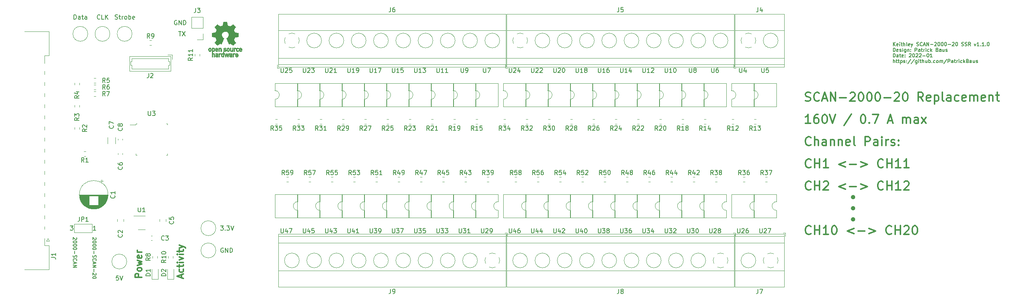
<source format=gbr>
%TF.GenerationSoftware,KiCad,Pcbnew,6.0.0*%
%TF.CreationDate,2022-01-11T14:05:16+01:00*%
%TF.ProjectId,main,6d61696e-2e6b-4696-9361-645f70636258,v.1.1.0*%
%TF.SameCoordinates,Original*%
%TF.FileFunction,Legend,Top*%
%TF.FilePolarity,Positive*%
%FSLAX46Y46*%
G04 Gerber Fmt 4.6, Leading zero omitted, Abs format (unit mm)*
G04 Created by KiCad (PCBNEW 6.0.0) date 2022-01-11 14:05:16*
%MOMM*%
%LPD*%
G01*
G04 APERTURE LIST*
%ADD10C,0.508000*%
%ADD11C,0.150000*%
%ADD12C,0.300000*%
%ADD13C,0.120000*%
%ADD14C,0.010000*%
G04 APERTURE END LIST*
D10*
X214630000Y-93218000D02*
G75*
G03*
X214630000Y-93218000I-254000J0D01*
G01*
X214630000Y-98298000D02*
G75*
G03*
X214630000Y-98298000I-254000J0D01*
G01*
X214630000Y-95758000D02*
G75*
G03*
X214630000Y-95758000I-254000J0D01*
G01*
D11*
X223553976Y-58627904D02*
X223553976Y-57827904D01*
X224011119Y-58627904D02*
X223668261Y-58170761D01*
X224011119Y-57827904D02*
X223553976Y-58285047D01*
X224658738Y-58589809D02*
X224582547Y-58627904D01*
X224430166Y-58627904D01*
X224353976Y-58589809D01*
X224315880Y-58513619D01*
X224315880Y-58208857D01*
X224353976Y-58132666D01*
X224430166Y-58094571D01*
X224582547Y-58094571D01*
X224658738Y-58132666D01*
X224696833Y-58208857D01*
X224696833Y-58285047D01*
X224315880Y-58361238D01*
X225039690Y-58627904D02*
X225039690Y-58094571D01*
X225039690Y-57827904D02*
X225001595Y-57866000D01*
X225039690Y-57904095D01*
X225077785Y-57866000D01*
X225039690Y-57827904D01*
X225039690Y-57904095D01*
X225306357Y-58094571D02*
X225611119Y-58094571D01*
X225420642Y-57827904D02*
X225420642Y-58513619D01*
X225458738Y-58589809D01*
X225534928Y-58627904D01*
X225611119Y-58627904D01*
X225877785Y-58627904D02*
X225877785Y-57827904D01*
X226220642Y-58627904D02*
X226220642Y-58208857D01*
X226182547Y-58132666D01*
X226106357Y-58094571D01*
X225992071Y-58094571D01*
X225915880Y-58132666D01*
X225877785Y-58170761D01*
X226715880Y-58627904D02*
X226639690Y-58589809D01*
X226601595Y-58513619D01*
X226601595Y-57827904D01*
X227325404Y-58589809D02*
X227249214Y-58627904D01*
X227096833Y-58627904D01*
X227020642Y-58589809D01*
X226982547Y-58513619D01*
X226982547Y-58208857D01*
X227020642Y-58132666D01*
X227096833Y-58094571D01*
X227249214Y-58094571D01*
X227325404Y-58132666D01*
X227363500Y-58208857D01*
X227363500Y-58285047D01*
X226982547Y-58361238D01*
X227630166Y-58094571D02*
X227820642Y-58627904D01*
X228011119Y-58094571D02*
X227820642Y-58627904D01*
X227744452Y-58818380D01*
X227706357Y-58856476D01*
X227630166Y-58894571D01*
X228887309Y-58589809D02*
X229001595Y-58627904D01*
X229192071Y-58627904D01*
X229268261Y-58589809D01*
X229306357Y-58551714D01*
X229344452Y-58475523D01*
X229344452Y-58399333D01*
X229306357Y-58323142D01*
X229268261Y-58285047D01*
X229192071Y-58246952D01*
X229039690Y-58208857D01*
X228963500Y-58170761D01*
X228925404Y-58132666D01*
X228887309Y-58056476D01*
X228887309Y-57980285D01*
X228925404Y-57904095D01*
X228963500Y-57866000D01*
X229039690Y-57827904D01*
X229230166Y-57827904D01*
X229344452Y-57866000D01*
X230144452Y-58551714D02*
X230106357Y-58589809D01*
X229992071Y-58627904D01*
X229915880Y-58627904D01*
X229801595Y-58589809D01*
X229725404Y-58513619D01*
X229687309Y-58437428D01*
X229649214Y-58285047D01*
X229649214Y-58170761D01*
X229687309Y-58018380D01*
X229725404Y-57942190D01*
X229801595Y-57866000D01*
X229915880Y-57827904D01*
X229992071Y-57827904D01*
X230106357Y-57866000D01*
X230144452Y-57904095D01*
X230449214Y-58399333D02*
X230830166Y-58399333D01*
X230373023Y-58627904D02*
X230639690Y-57827904D01*
X230906357Y-58627904D01*
X231173023Y-58627904D02*
X231173023Y-57827904D01*
X231630166Y-58627904D01*
X231630166Y-57827904D01*
X232011119Y-58323142D02*
X232620642Y-58323142D01*
X232963500Y-57904095D02*
X233001595Y-57866000D01*
X233077785Y-57827904D01*
X233268261Y-57827904D01*
X233344452Y-57866000D01*
X233382547Y-57904095D01*
X233420642Y-57980285D01*
X233420642Y-58056476D01*
X233382547Y-58170761D01*
X232925404Y-58627904D01*
X233420642Y-58627904D01*
X233915880Y-57827904D02*
X233992071Y-57827904D01*
X234068261Y-57866000D01*
X234106357Y-57904095D01*
X234144452Y-57980285D01*
X234182547Y-58132666D01*
X234182547Y-58323142D01*
X234144452Y-58475523D01*
X234106357Y-58551714D01*
X234068261Y-58589809D01*
X233992071Y-58627904D01*
X233915880Y-58627904D01*
X233839690Y-58589809D01*
X233801595Y-58551714D01*
X233763500Y-58475523D01*
X233725404Y-58323142D01*
X233725404Y-58132666D01*
X233763500Y-57980285D01*
X233801595Y-57904095D01*
X233839690Y-57866000D01*
X233915880Y-57827904D01*
X234677785Y-57827904D02*
X234753976Y-57827904D01*
X234830166Y-57866000D01*
X234868261Y-57904095D01*
X234906357Y-57980285D01*
X234944452Y-58132666D01*
X234944452Y-58323142D01*
X234906357Y-58475523D01*
X234868261Y-58551714D01*
X234830166Y-58589809D01*
X234753976Y-58627904D01*
X234677785Y-58627904D01*
X234601595Y-58589809D01*
X234563500Y-58551714D01*
X234525404Y-58475523D01*
X234487309Y-58323142D01*
X234487309Y-58132666D01*
X234525404Y-57980285D01*
X234563500Y-57904095D01*
X234601595Y-57866000D01*
X234677785Y-57827904D01*
X235439690Y-57827904D02*
X235515880Y-57827904D01*
X235592071Y-57866000D01*
X235630166Y-57904095D01*
X235668261Y-57980285D01*
X235706357Y-58132666D01*
X235706357Y-58323142D01*
X235668261Y-58475523D01*
X235630166Y-58551714D01*
X235592071Y-58589809D01*
X235515880Y-58627904D01*
X235439690Y-58627904D01*
X235363500Y-58589809D01*
X235325404Y-58551714D01*
X235287309Y-58475523D01*
X235249214Y-58323142D01*
X235249214Y-58132666D01*
X235287309Y-57980285D01*
X235325404Y-57904095D01*
X235363500Y-57866000D01*
X235439690Y-57827904D01*
X236049214Y-58323142D02*
X236658738Y-58323142D01*
X237001595Y-57904095D02*
X237039690Y-57866000D01*
X237115880Y-57827904D01*
X237306357Y-57827904D01*
X237382547Y-57866000D01*
X237420642Y-57904095D01*
X237458738Y-57980285D01*
X237458738Y-58056476D01*
X237420642Y-58170761D01*
X236963500Y-58627904D01*
X237458738Y-58627904D01*
X237953976Y-57827904D02*
X238030166Y-57827904D01*
X238106357Y-57866000D01*
X238144452Y-57904095D01*
X238182547Y-57980285D01*
X238220642Y-58132666D01*
X238220642Y-58323142D01*
X238182547Y-58475523D01*
X238144452Y-58551714D01*
X238106357Y-58589809D01*
X238030166Y-58627904D01*
X237953976Y-58627904D01*
X237877785Y-58589809D01*
X237839690Y-58551714D01*
X237801595Y-58475523D01*
X237763500Y-58323142D01*
X237763500Y-58132666D01*
X237801595Y-57980285D01*
X237839690Y-57904095D01*
X237877785Y-57866000D01*
X237953976Y-57827904D01*
X239134928Y-58589809D02*
X239249214Y-58627904D01*
X239439690Y-58627904D01*
X239515880Y-58589809D01*
X239553976Y-58551714D01*
X239592071Y-58475523D01*
X239592071Y-58399333D01*
X239553976Y-58323142D01*
X239515880Y-58285047D01*
X239439690Y-58246952D01*
X239287309Y-58208857D01*
X239211119Y-58170761D01*
X239173023Y-58132666D01*
X239134928Y-58056476D01*
X239134928Y-57980285D01*
X239173023Y-57904095D01*
X239211119Y-57866000D01*
X239287309Y-57827904D01*
X239477785Y-57827904D01*
X239592071Y-57866000D01*
X239896833Y-58589809D02*
X240011119Y-58627904D01*
X240201595Y-58627904D01*
X240277785Y-58589809D01*
X240315880Y-58551714D01*
X240353976Y-58475523D01*
X240353976Y-58399333D01*
X240315880Y-58323142D01*
X240277785Y-58285047D01*
X240201595Y-58246952D01*
X240049214Y-58208857D01*
X239973023Y-58170761D01*
X239934928Y-58132666D01*
X239896833Y-58056476D01*
X239896833Y-57980285D01*
X239934928Y-57904095D01*
X239973023Y-57866000D01*
X240049214Y-57827904D01*
X240239690Y-57827904D01*
X240353976Y-57866000D01*
X241153976Y-58627904D02*
X240887309Y-58246952D01*
X240696833Y-58627904D02*
X240696833Y-57827904D01*
X241001595Y-57827904D01*
X241077785Y-57866000D01*
X241115880Y-57904095D01*
X241153976Y-57980285D01*
X241153976Y-58094571D01*
X241115880Y-58170761D01*
X241077785Y-58208857D01*
X241001595Y-58246952D01*
X240696833Y-58246952D01*
X242030166Y-58094571D02*
X242220642Y-58627904D01*
X242411119Y-58094571D01*
X243134928Y-58627904D02*
X242677785Y-58627904D01*
X242906357Y-58627904D02*
X242906357Y-57827904D01*
X242830166Y-57942190D01*
X242753976Y-58018380D01*
X242677785Y-58056476D01*
X243477785Y-58551714D02*
X243515880Y-58589809D01*
X243477785Y-58627904D01*
X243439690Y-58589809D01*
X243477785Y-58551714D01*
X243477785Y-58627904D01*
X244277785Y-58627904D02*
X243820642Y-58627904D01*
X244049214Y-58627904D02*
X244049214Y-57827904D01*
X243973023Y-57942190D01*
X243896833Y-58018380D01*
X243820642Y-58056476D01*
X244620642Y-58551714D02*
X244658738Y-58589809D01*
X244620642Y-58627904D01*
X244582547Y-58589809D01*
X244620642Y-58551714D01*
X244620642Y-58627904D01*
X245153976Y-57827904D02*
X245230166Y-57827904D01*
X245306357Y-57866000D01*
X245344452Y-57904095D01*
X245382547Y-57980285D01*
X245420642Y-58132666D01*
X245420642Y-58323142D01*
X245382547Y-58475523D01*
X245344452Y-58551714D01*
X245306357Y-58589809D01*
X245230166Y-58627904D01*
X245153976Y-58627904D01*
X245077785Y-58589809D01*
X245039690Y-58551714D01*
X245001595Y-58475523D01*
X244963500Y-58323142D01*
X244963500Y-58132666D01*
X245001595Y-57980285D01*
X245039690Y-57904095D01*
X245077785Y-57866000D01*
X245153976Y-57827904D01*
X223553976Y-59915904D02*
X223553976Y-59115904D01*
X223744452Y-59115904D01*
X223858738Y-59154000D01*
X223934928Y-59230190D01*
X223973023Y-59306380D01*
X224011119Y-59458761D01*
X224011119Y-59573047D01*
X223973023Y-59725428D01*
X223934928Y-59801619D01*
X223858738Y-59877809D01*
X223744452Y-59915904D01*
X223553976Y-59915904D01*
X224658738Y-59877809D02*
X224582547Y-59915904D01*
X224430166Y-59915904D01*
X224353976Y-59877809D01*
X224315880Y-59801619D01*
X224315880Y-59496857D01*
X224353976Y-59420666D01*
X224430166Y-59382571D01*
X224582547Y-59382571D01*
X224658738Y-59420666D01*
X224696833Y-59496857D01*
X224696833Y-59573047D01*
X224315880Y-59649238D01*
X225001595Y-59877809D02*
X225077785Y-59915904D01*
X225230166Y-59915904D01*
X225306357Y-59877809D01*
X225344452Y-59801619D01*
X225344452Y-59763523D01*
X225306357Y-59687333D01*
X225230166Y-59649238D01*
X225115880Y-59649238D01*
X225039690Y-59611142D01*
X225001595Y-59534952D01*
X225001595Y-59496857D01*
X225039690Y-59420666D01*
X225115880Y-59382571D01*
X225230166Y-59382571D01*
X225306357Y-59420666D01*
X225687309Y-59915904D02*
X225687309Y-59382571D01*
X225687309Y-59115904D02*
X225649214Y-59154000D01*
X225687309Y-59192095D01*
X225725404Y-59154000D01*
X225687309Y-59115904D01*
X225687309Y-59192095D01*
X226411119Y-59382571D02*
X226411119Y-60030190D01*
X226373023Y-60106380D01*
X226334928Y-60144476D01*
X226258738Y-60182571D01*
X226144452Y-60182571D01*
X226068261Y-60144476D01*
X226411119Y-59877809D02*
X226334928Y-59915904D01*
X226182547Y-59915904D01*
X226106357Y-59877809D01*
X226068261Y-59839714D01*
X226030166Y-59763523D01*
X226030166Y-59534952D01*
X226068261Y-59458761D01*
X226106357Y-59420666D01*
X226182547Y-59382571D01*
X226334928Y-59382571D01*
X226411119Y-59420666D01*
X226792071Y-59382571D02*
X226792071Y-59915904D01*
X226792071Y-59458761D02*
X226830166Y-59420666D01*
X226906357Y-59382571D01*
X227020642Y-59382571D01*
X227096833Y-59420666D01*
X227134928Y-59496857D01*
X227134928Y-59915904D01*
X227515880Y-59839714D02*
X227553976Y-59877809D01*
X227515880Y-59915904D01*
X227477785Y-59877809D01*
X227515880Y-59839714D01*
X227515880Y-59915904D01*
X227515880Y-59420666D02*
X227553976Y-59458761D01*
X227515880Y-59496857D01*
X227477785Y-59458761D01*
X227515880Y-59420666D01*
X227515880Y-59496857D01*
X228506357Y-59915904D02*
X228506357Y-59115904D01*
X228811119Y-59115904D01*
X228887309Y-59154000D01*
X228925404Y-59192095D01*
X228963500Y-59268285D01*
X228963500Y-59382571D01*
X228925404Y-59458761D01*
X228887309Y-59496857D01*
X228811119Y-59534952D01*
X228506357Y-59534952D01*
X229649214Y-59915904D02*
X229649214Y-59496857D01*
X229611119Y-59420666D01*
X229534928Y-59382571D01*
X229382547Y-59382571D01*
X229306357Y-59420666D01*
X229649214Y-59877809D02*
X229573023Y-59915904D01*
X229382547Y-59915904D01*
X229306357Y-59877809D01*
X229268261Y-59801619D01*
X229268261Y-59725428D01*
X229306357Y-59649238D01*
X229382547Y-59611142D01*
X229573023Y-59611142D01*
X229649214Y-59573047D01*
X229915880Y-59382571D02*
X230220642Y-59382571D01*
X230030166Y-59115904D02*
X230030166Y-59801619D01*
X230068261Y-59877809D01*
X230144452Y-59915904D01*
X230220642Y-59915904D01*
X230487309Y-59915904D02*
X230487309Y-59382571D01*
X230487309Y-59534952D02*
X230525404Y-59458761D01*
X230563500Y-59420666D01*
X230639690Y-59382571D01*
X230715880Y-59382571D01*
X230982547Y-59915904D02*
X230982547Y-59382571D01*
X230982547Y-59115904D02*
X230944452Y-59154000D01*
X230982547Y-59192095D01*
X231020642Y-59154000D01*
X230982547Y-59115904D01*
X230982547Y-59192095D01*
X231706357Y-59877809D02*
X231630166Y-59915904D01*
X231477785Y-59915904D01*
X231401595Y-59877809D01*
X231363500Y-59839714D01*
X231325404Y-59763523D01*
X231325404Y-59534952D01*
X231363500Y-59458761D01*
X231401595Y-59420666D01*
X231477785Y-59382571D01*
X231630166Y-59382571D01*
X231706357Y-59420666D01*
X232049214Y-59915904D02*
X232049214Y-59115904D01*
X232125404Y-59611142D02*
X232353976Y-59915904D01*
X232353976Y-59382571D02*
X232049214Y-59687333D01*
X233573023Y-59496857D02*
X233687309Y-59534952D01*
X233725404Y-59573047D01*
X233763500Y-59649238D01*
X233763500Y-59763523D01*
X233725404Y-59839714D01*
X233687309Y-59877809D01*
X233611119Y-59915904D01*
X233306357Y-59915904D01*
X233306357Y-59115904D01*
X233573023Y-59115904D01*
X233649214Y-59154000D01*
X233687309Y-59192095D01*
X233725404Y-59268285D01*
X233725404Y-59344476D01*
X233687309Y-59420666D01*
X233649214Y-59458761D01*
X233573023Y-59496857D01*
X233306357Y-59496857D01*
X234449214Y-59915904D02*
X234449214Y-59496857D01*
X234411119Y-59420666D01*
X234334928Y-59382571D01*
X234182547Y-59382571D01*
X234106357Y-59420666D01*
X234449214Y-59877809D02*
X234373023Y-59915904D01*
X234182547Y-59915904D01*
X234106357Y-59877809D01*
X234068261Y-59801619D01*
X234068261Y-59725428D01*
X234106357Y-59649238D01*
X234182547Y-59611142D01*
X234373023Y-59611142D01*
X234449214Y-59573047D01*
X235173023Y-59382571D02*
X235173023Y-59915904D01*
X234830166Y-59382571D02*
X234830166Y-59801619D01*
X234868261Y-59877809D01*
X234944452Y-59915904D01*
X235058738Y-59915904D01*
X235134928Y-59877809D01*
X235173023Y-59839714D01*
X235515880Y-59877809D02*
X235592071Y-59915904D01*
X235744452Y-59915904D01*
X235820642Y-59877809D01*
X235858738Y-59801619D01*
X235858738Y-59763523D01*
X235820642Y-59687333D01*
X235744452Y-59649238D01*
X235630166Y-59649238D01*
X235553976Y-59611142D01*
X235515880Y-59534952D01*
X235515880Y-59496857D01*
X235553976Y-59420666D01*
X235630166Y-59382571D01*
X235744452Y-59382571D01*
X235820642Y-59420666D01*
X223553976Y-61203904D02*
X223553976Y-60403904D01*
X223744452Y-60403904D01*
X223858738Y-60442000D01*
X223934928Y-60518190D01*
X223973023Y-60594380D01*
X224011119Y-60746761D01*
X224011119Y-60861047D01*
X223973023Y-61013428D01*
X223934928Y-61089619D01*
X223858738Y-61165809D01*
X223744452Y-61203904D01*
X223553976Y-61203904D01*
X224696833Y-61203904D02*
X224696833Y-60784857D01*
X224658738Y-60708666D01*
X224582547Y-60670571D01*
X224430166Y-60670571D01*
X224353976Y-60708666D01*
X224696833Y-61165809D02*
X224620642Y-61203904D01*
X224430166Y-61203904D01*
X224353976Y-61165809D01*
X224315880Y-61089619D01*
X224315880Y-61013428D01*
X224353976Y-60937238D01*
X224430166Y-60899142D01*
X224620642Y-60899142D01*
X224696833Y-60861047D01*
X224963500Y-60670571D02*
X225268261Y-60670571D01*
X225077785Y-60403904D02*
X225077785Y-61089619D01*
X225115880Y-61165809D01*
X225192071Y-61203904D01*
X225268261Y-61203904D01*
X225839690Y-61165809D02*
X225763500Y-61203904D01*
X225611119Y-61203904D01*
X225534928Y-61165809D01*
X225496833Y-61089619D01*
X225496833Y-60784857D01*
X225534928Y-60708666D01*
X225611119Y-60670571D01*
X225763500Y-60670571D01*
X225839690Y-60708666D01*
X225877785Y-60784857D01*
X225877785Y-60861047D01*
X225496833Y-60937238D01*
X226220642Y-61127714D02*
X226258738Y-61165809D01*
X226220642Y-61203904D01*
X226182547Y-61165809D01*
X226220642Y-61127714D01*
X226220642Y-61203904D01*
X226220642Y-60708666D02*
X226258738Y-60746761D01*
X226220642Y-60784857D01*
X226182547Y-60746761D01*
X226220642Y-60708666D01*
X226220642Y-60784857D01*
X227173023Y-60480095D02*
X227211119Y-60442000D01*
X227287309Y-60403904D01*
X227477785Y-60403904D01*
X227553976Y-60442000D01*
X227592071Y-60480095D01*
X227630166Y-60556285D01*
X227630166Y-60632476D01*
X227592071Y-60746761D01*
X227134928Y-61203904D01*
X227630166Y-61203904D01*
X228125404Y-60403904D02*
X228201595Y-60403904D01*
X228277785Y-60442000D01*
X228315880Y-60480095D01*
X228353976Y-60556285D01*
X228392071Y-60708666D01*
X228392071Y-60899142D01*
X228353976Y-61051523D01*
X228315880Y-61127714D01*
X228277785Y-61165809D01*
X228201595Y-61203904D01*
X228125404Y-61203904D01*
X228049214Y-61165809D01*
X228011119Y-61127714D01*
X227973023Y-61051523D01*
X227934928Y-60899142D01*
X227934928Y-60708666D01*
X227973023Y-60556285D01*
X228011119Y-60480095D01*
X228049214Y-60442000D01*
X228125404Y-60403904D01*
X228696833Y-60480095D02*
X228734928Y-60442000D01*
X228811119Y-60403904D01*
X229001595Y-60403904D01*
X229077785Y-60442000D01*
X229115880Y-60480095D01*
X229153976Y-60556285D01*
X229153976Y-60632476D01*
X229115880Y-60746761D01*
X228658738Y-61203904D01*
X229153976Y-61203904D01*
X229458738Y-60480095D02*
X229496833Y-60442000D01*
X229573023Y-60403904D01*
X229763500Y-60403904D01*
X229839690Y-60442000D01*
X229877785Y-60480095D01*
X229915880Y-60556285D01*
X229915880Y-60632476D01*
X229877785Y-60746761D01*
X229420642Y-61203904D01*
X229915880Y-61203904D01*
X230258738Y-60899142D02*
X230868261Y-60899142D01*
X231401595Y-60403904D02*
X231477785Y-60403904D01*
X231553976Y-60442000D01*
X231592071Y-60480095D01*
X231630166Y-60556285D01*
X231668261Y-60708666D01*
X231668261Y-60899142D01*
X231630166Y-61051523D01*
X231592071Y-61127714D01*
X231553976Y-61165809D01*
X231477785Y-61203904D01*
X231401595Y-61203904D01*
X231325404Y-61165809D01*
X231287309Y-61127714D01*
X231249214Y-61051523D01*
X231211119Y-60899142D01*
X231211119Y-60708666D01*
X231249214Y-60556285D01*
X231287309Y-60480095D01*
X231325404Y-60442000D01*
X231401595Y-60403904D01*
X232430166Y-61203904D02*
X231973023Y-61203904D01*
X232201595Y-61203904D02*
X232201595Y-60403904D01*
X232125404Y-60518190D01*
X232049214Y-60594380D01*
X231973023Y-60632476D01*
X223553976Y-62491904D02*
X223553976Y-61691904D01*
X223896833Y-62491904D02*
X223896833Y-62072857D01*
X223858738Y-61996666D01*
X223782547Y-61958571D01*
X223668261Y-61958571D01*
X223592071Y-61996666D01*
X223553976Y-62034761D01*
X224163500Y-61958571D02*
X224468261Y-61958571D01*
X224277785Y-61691904D02*
X224277785Y-62377619D01*
X224315880Y-62453809D01*
X224392071Y-62491904D01*
X224468261Y-62491904D01*
X224620642Y-61958571D02*
X224925404Y-61958571D01*
X224734928Y-61691904D02*
X224734928Y-62377619D01*
X224773023Y-62453809D01*
X224849214Y-62491904D01*
X224925404Y-62491904D01*
X225192071Y-61958571D02*
X225192071Y-62758571D01*
X225192071Y-61996666D02*
X225268261Y-61958571D01*
X225420642Y-61958571D01*
X225496833Y-61996666D01*
X225534928Y-62034761D01*
X225573023Y-62110952D01*
X225573023Y-62339523D01*
X225534928Y-62415714D01*
X225496833Y-62453809D01*
X225420642Y-62491904D01*
X225268261Y-62491904D01*
X225192071Y-62453809D01*
X225877785Y-62453809D02*
X225953976Y-62491904D01*
X226106357Y-62491904D01*
X226182547Y-62453809D01*
X226220642Y-62377619D01*
X226220642Y-62339523D01*
X226182547Y-62263333D01*
X226106357Y-62225238D01*
X225992071Y-62225238D01*
X225915880Y-62187142D01*
X225877785Y-62110952D01*
X225877785Y-62072857D01*
X225915880Y-61996666D01*
X225992071Y-61958571D01*
X226106357Y-61958571D01*
X226182547Y-61996666D01*
X226563500Y-62415714D02*
X226601595Y-62453809D01*
X226563500Y-62491904D01*
X226525404Y-62453809D01*
X226563500Y-62415714D01*
X226563500Y-62491904D01*
X226563500Y-61996666D02*
X226601595Y-62034761D01*
X226563500Y-62072857D01*
X226525404Y-62034761D01*
X226563500Y-61996666D01*
X226563500Y-62072857D01*
X227515880Y-61653809D02*
X226830166Y-62682380D01*
X228353976Y-61653809D02*
X227668261Y-62682380D01*
X228963500Y-61958571D02*
X228963500Y-62606190D01*
X228925404Y-62682380D01*
X228887309Y-62720476D01*
X228811119Y-62758571D01*
X228696833Y-62758571D01*
X228620642Y-62720476D01*
X228963500Y-62453809D02*
X228887309Y-62491904D01*
X228734928Y-62491904D01*
X228658738Y-62453809D01*
X228620642Y-62415714D01*
X228582547Y-62339523D01*
X228582547Y-62110952D01*
X228620642Y-62034761D01*
X228658738Y-61996666D01*
X228734928Y-61958571D01*
X228887309Y-61958571D01*
X228963500Y-61996666D01*
X229344452Y-62491904D02*
X229344452Y-61958571D01*
X229344452Y-61691904D02*
X229306357Y-61730000D01*
X229344452Y-61768095D01*
X229382547Y-61730000D01*
X229344452Y-61691904D01*
X229344452Y-61768095D01*
X229611119Y-61958571D02*
X229915880Y-61958571D01*
X229725404Y-61691904D02*
X229725404Y-62377619D01*
X229763500Y-62453809D01*
X229839690Y-62491904D01*
X229915880Y-62491904D01*
X230182547Y-62491904D02*
X230182547Y-61691904D01*
X230525404Y-62491904D02*
X230525404Y-62072857D01*
X230487309Y-61996666D01*
X230411119Y-61958571D01*
X230296833Y-61958571D01*
X230220642Y-61996666D01*
X230182547Y-62034761D01*
X231249214Y-61958571D02*
X231249214Y-62491904D01*
X230906357Y-61958571D02*
X230906357Y-62377619D01*
X230944452Y-62453809D01*
X231020642Y-62491904D01*
X231134928Y-62491904D01*
X231211119Y-62453809D01*
X231249214Y-62415714D01*
X231630166Y-62491904D02*
X231630166Y-61691904D01*
X231630166Y-61996666D02*
X231706357Y-61958571D01*
X231858738Y-61958571D01*
X231934928Y-61996666D01*
X231973023Y-62034761D01*
X232011119Y-62110952D01*
X232011119Y-62339523D01*
X231973023Y-62415714D01*
X231934928Y-62453809D01*
X231858738Y-62491904D01*
X231706357Y-62491904D01*
X231630166Y-62453809D01*
X232353976Y-62415714D02*
X232392071Y-62453809D01*
X232353976Y-62491904D01*
X232315880Y-62453809D01*
X232353976Y-62415714D01*
X232353976Y-62491904D01*
X233077785Y-62453809D02*
X233001595Y-62491904D01*
X232849214Y-62491904D01*
X232773023Y-62453809D01*
X232734928Y-62415714D01*
X232696833Y-62339523D01*
X232696833Y-62110952D01*
X232734928Y-62034761D01*
X232773023Y-61996666D01*
X232849214Y-61958571D01*
X233001595Y-61958571D01*
X233077785Y-61996666D01*
X233534928Y-62491904D02*
X233458738Y-62453809D01*
X233420642Y-62415714D01*
X233382547Y-62339523D01*
X233382547Y-62110952D01*
X233420642Y-62034761D01*
X233458738Y-61996666D01*
X233534928Y-61958571D01*
X233649214Y-61958571D01*
X233725404Y-61996666D01*
X233763500Y-62034761D01*
X233801595Y-62110952D01*
X233801595Y-62339523D01*
X233763500Y-62415714D01*
X233725404Y-62453809D01*
X233649214Y-62491904D01*
X233534928Y-62491904D01*
X234144452Y-62491904D02*
X234144452Y-61958571D01*
X234144452Y-62034761D02*
X234182547Y-61996666D01*
X234258738Y-61958571D01*
X234373023Y-61958571D01*
X234449214Y-61996666D01*
X234487309Y-62072857D01*
X234487309Y-62491904D01*
X234487309Y-62072857D02*
X234525404Y-61996666D01*
X234601595Y-61958571D01*
X234715880Y-61958571D01*
X234792071Y-61996666D01*
X234830166Y-62072857D01*
X234830166Y-62491904D01*
X235782547Y-61653809D02*
X235096833Y-62682380D01*
X236049214Y-62491904D02*
X236049214Y-61691904D01*
X236353976Y-61691904D01*
X236430166Y-61730000D01*
X236468261Y-61768095D01*
X236506357Y-61844285D01*
X236506357Y-61958571D01*
X236468261Y-62034761D01*
X236430166Y-62072857D01*
X236353976Y-62110952D01*
X236049214Y-62110952D01*
X237192071Y-62491904D02*
X237192071Y-62072857D01*
X237153976Y-61996666D01*
X237077785Y-61958571D01*
X236925404Y-61958571D01*
X236849214Y-61996666D01*
X237192071Y-62453809D02*
X237115880Y-62491904D01*
X236925404Y-62491904D01*
X236849214Y-62453809D01*
X236811119Y-62377619D01*
X236811119Y-62301428D01*
X236849214Y-62225238D01*
X236925404Y-62187142D01*
X237115880Y-62187142D01*
X237192071Y-62149047D01*
X237458738Y-61958571D02*
X237763500Y-61958571D01*
X237573023Y-61691904D02*
X237573023Y-62377619D01*
X237611119Y-62453809D01*
X237687309Y-62491904D01*
X237763500Y-62491904D01*
X238030166Y-62491904D02*
X238030166Y-61958571D01*
X238030166Y-62110952D02*
X238068261Y-62034761D01*
X238106357Y-61996666D01*
X238182547Y-61958571D01*
X238258738Y-61958571D01*
X238525404Y-62491904D02*
X238525404Y-61958571D01*
X238525404Y-61691904D02*
X238487309Y-61730000D01*
X238525404Y-61768095D01*
X238563500Y-61730000D01*
X238525404Y-61691904D01*
X238525404Y-61768095D01*
X239249214Y-62453809D02*
X239173023Y-62491904D01*
X239020642Y-62491904D01*
X238944452Y-62453809D01*
X238906357Y-62415714D01*
X238868261Y-62339523D01*
X238868261Y-62110952D01*
X238906357Y-62034761D01*
X238944452Y-61996666D01*
X239020642Y-61958571D01*
X239173023Y-61958571D01*
X239249214Y-61996666D01*
X239592071Y-62491904D02*
X239592071Y-61691904D01*
X239668261Y-62187142D02*
X239896833Y-62491904D01*
X239896833Y-61958571D02*
X239592071Y-62263333D01*
X240506357Y-62072857D02*
X240620642Y-62110952D01*
X240658738Y-62149047D01*
X240696833Y-62225238D01*
X240696833Y-62339523D01*
X240658738Y-62415714D01*
X240620642Y-62453809D01*
X240544452Y-62491904D01*
X240239690Y-62491904D01*
X240239690Y-61691904D01*
X240506357Y-61691904D01*
X240582547Y-61730000D01*
X240620642Y-61768095D01*
X240658738Y-61844285D01*
X240658738Y-61920476D01*
X240620642Y-61996666D01*
X240582547Y-62034761D01*
X240506357Y-62072857D01*
X240239690Y-62072857D01*
X241382547Y-62491904D02*
X241382547Y-62072857D01*
X241344452Y-61996666D01*
X241268261Y-61958571D01*
X241115880Y-61958571D01*
X241039690Y-61996666D01*
X241382547Y-62453809D02*
X241306357Y-62491904D01*
X241115880Y-62491904D01*
X241039690Y-62453809D01*
X241001595Y-62377619D01*
X241001595Y-62301428D01*
X241039690Y-62225238D01*
X241115880Y-62187142D01*
X241306357Y-62187142D01*
X241382547Y-62149047D01*
X242106357Y-61958571D02*
X242106357Y-62491904D01*
X241763500Y-61958571D02*
X241763500Y-62377619D01*
X241801595Y-62453809D01*
X241877785Y-62491904D01*
X241992071Y-62491904D01*
X242068261Y-62453809D01*
X242106357Y-62415714D01*
X242449214Y-62453809D02*
X242525404Y-62491904D01*
X242677785Y-62491904D01*
X242753976Y-62453809D01*
X242792071Y-62377619D01*
X242792071Y-62339523D01*
X242753976Y-62263333D01*
X242677785Y-62225238D01*
X242563500Y-62225238D01*
X242487309Y-62187142D01*
X242449214Y-62110952D01*
X242449214Y-62072857D01*
X242487309Y-61996666D01*
X242563500Y-61958571D01*
X242677785Y-61958571D01*
X242753976Y-61996666D01*
D12*
X204760047Y-91392285D02*
X204664809Y-91487523D01*
X204379095Y-91582761D01*
X204188619Y-91582761D01*
X203902904Y-91487523D01*
X203712428Y-91297047D01*
X203617190Y-91106571D01*
X203521952Y-90725619D01*
X203521952Y-90439904D01*
X203617190Y-90058952D01*
X203712428Y-89868476D01*
X203902904Y-89678000D01*
X204188619Y-89582761D01*
X204379095Y-89582761D01*
X204664809Y-89678000D01*
X204760047Y-89773238D01*
X205617190Y-91582761D02*
X205617190Y-89582761D01*
X205617190Y-90535142D02*
X206760047Y-90535142D01*
X206760047Y-91582761D02*
X206760047Y-89582761D01*
X207617190Y-89773238D02*
X207712428Y-89678000D01*
X207902904Y-89582761D01*
X208379095Y-89582761D01*
X208569571Y-89678000D01*
X208664809Y-89773238D01*
X208760047Y-89963714D01*
X208760047Y-90154190D01*
X208664809Y-90439904D01*
X207521952Y-91582761D01*
X208760047Y-91582761D01*
X212664809Y-90249428D02*
X211141000Y-90820857D01*
X212664809Y-91392285D01*
X213617190Y-90820857D02*
X215141000Y-90820857D01*
X216093380Y-90249428D02*
X217617190Y-90820857D01*
X216093380Y-91392285D01*
X221236238Y-91392285D02*
X221141000Y-91487523D01*
X220855285Y-91582761D01*
X220664809Y-91582761D01*
X220379095Y-91487523D01*
X220188619Y-91297047D01*
X220093380Y-91106571D01*
X219998142Y-90725619D01*
X219998142Y-90439904D01*
X220093380Y-90058952D01*
X220188619Y-89868476D01*
X220379095Y-89678000D01*
X220664809Y-89582761D01*
X220855285Y-89582761D01*
X221141000Y-89678000D01*
X221236238Y-89773238D01*
X222093380Y-91582761D02*
X222093380Y-89582761D01*
X222093380Y-90535142D02*
X223236238Y-90535142D01*
X223236238Y-91582761D02*
X223236238Y-89582761D01*
X225236238Y-91582761D02*
X224093380Y-91582761D01*
X224664809Y-91582761D02*
X224664809Y-89582761D01*
X224474333Y-89868476D01*
X224283857Y-90058952D01*
X224093380Y-90154190D01*
X225998142Y-89773238D02*
X226093380Y-89678000D01*
X226283857Y-89582761D01*
X226760047Y-89582761D01*
X226950523Y-89678000D01*
X227045761Y-89773238D01*
X227141000Y-89963714D01*
X227141000Y-90154190D01*
X227045761Y-90439904D01*
X225902904Y-91582761D01*
X227141000Y-91582761D01*
X203521952Y-71167523D02*
X203807666Y-71262761D01*
X204283857Y-71262761D01*
X204474333Y-71167523D01*
X204569571Y-71072285D01*
X204664809Y-70881809D01*
X204664809Y-70691333D01*
X204569571Y-70500857D01*
X204474333Y-70405619D01*
X204283857Y-70310380D01*
X203902904Y-70215142D01*
X203712428Y-70119904D01*
X203617190Y-70024666D01*
X203521952Y-69834190D01*
X203521952Y-69643714D01*
X203617190Y-69453238D01*
X203712428Y-69358000D01*
X203902904Y-69262761D01*
X204379095Y-69262761D01*
X204664809Y-69358000D01*
X206664809Y-71072285D02*
X206569571Y-71167523D01*
X206283857Y-71262761D01*
X206093380Y-71262761D01*
X205807666Y-71167523D01*
X205617190Y-70977047D01*
X205521952Y-70786571D01*
X205426714Y-70405619D01*
X205426714Y-70119904D01*
X205521952Y-69738952D01*
X205617190Y-69548476D01*
X205807666Y-69358000D01*
X206093380Y-69262761D01*
X206283857Y-69262761D01*
X206569571Y-69358000D01*
X206664809Y-69453238D01*
X207426714Y-70691333D02*
X208379095Y-70691333D01*
X207236238Y-71262761D02*
X207902904Y-69262761D01*
X208569571Y-71262761D01*
X209236238Y-71262761D02*
X209236238Y-69262761D01*
X210379095Y-71262761D01*
X210379095Y-69262761D01*
X211331476Y-70500857D02*
X212855285Y-70500857D01*
X213712428Y-69453238D02*
X213807666Y-69358000D01*
X213998142Y-69262761D01*
X214474333Y-69262761D01*
X214664809Y-69358000D01*
X214760047Y-69453238D01*
X214855285Y-69643714D01*
X214855285Y-69834190D01*
X214760047Y-70119904D01*
X213617190Y-71262761D01*
X214855285Y-71262761D01*
X216093380Y-69262761D02*
X216283857Y-69262761D01*
X216474333Y-69358000D01*
X216569571Y-69453238D01*
X216664809Y-69643714D01*
X216760047Y-70024666D01*
X216760047Y-70500857D01*
X216664809Y-70881809D01*
X216569571Y-71072285D01*
X216474333Y-71167523D01*
X216283857Y-71262761D01*
X216093380Y-71262761D01*
X215902904Y-71167523D01*
X215807666Y-71072285D01*
X215712428Y-70881809D01*
X215617190Y-70500857D01*
X215617190Y-70024666D01*
X215712428Y-69643714D01*
X215807666Y-69453238D01*
X215902904Y-69358000D01*
X216093380Y-69262761D01*
X217998142Y-69262761D02*
X218188619Y-69262761D01*
X218379095Y-69358000D01*
X218474333Y-69453238D01*
X218569571Y-69643714D01*
X218664809Y-70024666D01*
X218664809Y-70500857D01*
X218569571Y-70881809D01*
X218474333Y-71072285D01*
X218379095Y-71167523D01*
X218188619Y-71262761D01*
X217998142Y-71262761D01*
X217807666Y-71167523D01*
X217712428Y-71072285D01*
X217617190Y-70881809D01*
X217521952Y-70500857D01*
X217521952Y-70024666D01*
X217617190Y-69643714D01*
X217712428Y-69453238D01*
X217807666Y-69358000D01*
X217998142Y-69262761D01*
X219902904Y-69262761D02*
X220093380Y-69262761D01*
X220283857Y-69358000D01*
X220379095Y-69453238D01*
X220474333Y-69643714D01*
X220569571Y-70024666D01*
X220569571Y-70500857D01*
X220474333Y-70881809D01*
X220379095Y-71072285D01*
X220283857Y-71167523D01*
X220093380Y-71262761D01*
X219902904Y-71262761D01*
X219712428Y-71167523D01*
X219617190Y-71072285D01*
X219521952Y-70881809D01*
X219426714Y-70500857D01*
X219426714Y-70024666D01*
X219521952Y-69643714D01*
X219617190Y-69453238D01*
X219712428Y-69358000D01*
X219902904Y-69262761D01*
X221426714Y-70500857D02*
X222950523Y-70500857D01*
X223807666Y-69453238D02*
X223902904Y-69358000D01*
X224093380Y-69262761D01*
X224569571Y-69262761D01*
X224760047Y-69358000D01*
X224855285Y-69453238D01*
X224950523Y-69643714D01*
X224950523Y-69834190D01*
X224855285Y-70119904D01*
X223712428Y-71262761D01*
X224950523Y-71262761D01*
X226188619Y-69262761D02*
X226379095Y-69262761D01*
X226569571Y-69358000D01*
X226664809Y-69453238D01*
X226760047Y-69643714D01*
X226855285Y-70024666D01*
X226855285Y-70500857D01*
X226760047Y-70881809D01*
X226664809Y-71072285D01*
X226569571Y-71167523D01*
X226379095Y-71262761D01*
X226188619Y-71262761D01*
X225998142Y-71167523D01*
X225902904Y-71072285D01*
X225807666Y-70881809D01*
X225712428Y-70500857D01*
X225712428Y-70024666D01*
X225807666Y-69643714D01*
X225902904Y-69453238D01*
X225998142Y-69358000D01*
X226188619Y-69262761D01*
X230379095Y-71262761D02*
X229712428Y-70310380D01*
X229236238Y-71262761D02*
X229236238Y-69262761D01*
X229998142Y-69262761D01*
X230188619Y-69358000D01*
X230283857Y-69453238D01*
X230379095Y-69643714D01*
X230379095Y-69929428D01*
X230283857Y-70119904D01*
X230188619Y-70215142D01*
X229998142Y-70310380D01*
X229236238Y-70310380D01*
X231998142Y-71167523D02*
X231807666Y-71262761D01*
X231426714Y-71262761D01*
X231236238Y-71167523D01*
X231141000Y-70977047D01*
X231141000Y-70215142D01*
X231236238Y-70024666D01*
X231426714Y-69929428D01*
X231807666Y-69929428D01*
X231998142Y-70024666D01*
X232093380Y-70215142D01*
X232093380Y-70405619D01*
X231141000Y-70596095D01*
X232950523Y-69929428D02*
X232950523Y-71929428D01*
X232950523Y-70024666D02*
X233141000Y-69929428D01*
X233521952Y-69929428D01*
X233712428Y-70024666D01*
X233807666Y-70119904D01*
X233902904Y-70310380D01*
X233902904Y-70881809D01*
X233807666Y-71072285D01*
X233712428Y-71167523D01*
X233521952Y-71262761D01*
X233141000Y-71262761D01*
X232950523Y-71167523D01*
X235045761Y-71262761D02*
X234855285Y-71167523D01*
X234760047Y-70977047D01*
X234760047Y-69262761D01*
X236664809Y-71262761D02*
X236664809Y-70215142D01*
X236569571Y-70024666D01*
X236379095Y-69929428D01*
X235998142Y-69929428D01*
X235807666Y-70024666D01*
X236664809Y-71167523D02*
X236474333Y-71262761D01*
X235998142Y-71262761D01*
X235807666Y-71167523D01*
X235712428Y-70977047D01*
X235712428Y-70786571D01*
X235807666Y-70596095D01*
X235998142Y-70500857D01*
X236474333Y-70500857D01*
X236664809Y-70405619D01*
X238474333Y-71167523D02*
X238283857Y-71262761D01*
X237902904Y-71262761D01*
X237712428Y-71167523D01*
X237617190Y-71072285D01*
X237521952Y-70881809D01*
X237521952Y-70310380D01*
X237617190Y-70119904D01*
X237712428Y-70024666D01*
X237902904Y-69929428D01*
X238283857Y-69929428D01*
X238474333Y-70024666D01*
X240093380Y-71167523D02*
X239902904Y-71262761D01*
X239521952Y-71262761D01*
X239331476Y-71167523D01*
X239236238Y-70977047D01*
X239236238Y-70215142D01*
X239331476Y-70024666D01*
X239521952Y-69929428D01*
X239902904Y-69929428D01*
X240093380Y-70024666D01*
X240188619Y-70215142D01*
X240188619Y-70405619D01*
X239236238Y-70596095D01*
X241045761Y-71262761D02*
X241045761Y-69929428D01*
X241045761Y-70119904D02*
X241141000Y-70024666D01*
X241331476Y-69929428D01*
X241617190Y-69929428D01*
X241807666Y-70024666D01*
X241902904Y-70215142D01*
X241902904Y-71262761D01*
X241902904Y-70215142D02*
X241998142Y-70024666D01*
X242188619Y-69929428D01*
X242474333Y-69929428D01*
X242664809Y-70024666D01*
X242760047Y-70215142D01*
X242760047Y-71262761D01*
X244474333Y-71167523D02*
X244283857Y-71262761D01*
X243902904Y-71262761D01*
X243712428Y-71167523D01*
X243617190Y-70977047D01*
X243617190Y-70215142D01*
X243712428Y-70024666D01*
X243902904Y-69929428D01*
X244283857Y-69929428D01*
X244474333Y-70024666D01*
X244569571Y-70215142D01*
X244569571Y-70405619D01*
X243617190Y-70596095D01*
X245426714Y-69929428D02*
X245426714Y-71262761D01*
X245426714Y-70119904D02*
X245521952Y-70024666D01*
X245712428Y-69929428D01*
X245998142Y-69929428D01*
X246188619Y-70024666D01*
X246283857Y-70215142D01*
X246283857Y-71262761D01*
X246950523Y-69929428D02*
X247712428Y-69929428D01*
X247236238Y-69262761D02*
X247236238Y-70977047D01*
X247331476Y-71167523D01*
X247521952Y-71262761D01*
X247712428Y-71262761D01*
X204760047Y-86312285D02*
X204664809Y-86407523D01*
X204379095Y-86502761D01*
X204188619Y-86502761D01*
X203902904Y-86407523D01*
X203712428Y-86217047D01*
X203617190Y-86026571D01*
X203521952Y-85645619D01*
X203521952Y-85359904D01*
X203617190Y-84978952D01*
X203712428Y-84788476D01*
X203902904Y-84598000D01*
X204188619Y-84502761D01*
X204379095Y-84502761D01*
X204664809Y-84598000D01*
X204760047Y-84693238D01*
X205617190Y-86502761D02*
X205617190Y-84502761D01*
X205617190Y-85455142D02*
X206760047Y-85455142D01*
X206760047Y-86502761D02*
X206760047Y-84502761D01*
X208760047Y-86502761D02*
X207617190Y-86502761D01*
X208188619Y-86502761D02*
X208188619Y-84502761D01*
X207998142Y-84788476D01*
X207807666Y-84978952D01*
X207617190Y-85074190D01*
X212664809Y-85169428D02*
X211141000Y-85740857D01*
X212664809Y-86312285D01*
X213617190Y-85740857D02*
X215141000Y-85740857D01*
X216093380Y-85169428D02*
X217617190Y-85740857D01*
X216093380Y-86312285D01*
X221236238Y-86312285D02*
X221141000Y-86407523D01*
X220855285Y-86502761D01*
X220664809Y-86502761D01*
X220379095Y-86407523D01*
X220188619Y-86217047D01*
X220093380Y-86026571D01*
X219998142Y-85645619D01*
X219998142Y-85359904D01*
X220093380Y-84978952D01*
X220188619Y-84788476D01*
X220379095Y-84598000D01*
X220664809Y-84502761D01*
X220855285Y-84502761D01*
X221141000Y-84598000D01*
X221236238Y-84693238D01*
X222093380Y-86502761D02*
X222093380Y-84502761D01*
X222093380Y-85455142D02*
X223236238Y-85455142D01*
X223236238Y-86502761D02*
X223236238Y-84502761D01*
X225236238Y-86502761D02*
X224093380Y-86502761D01*
X224664809Y-86502761D02*
X224664809Y-84502761D01*
X224474333Y-84788476D01*
X224283857Y-84978952D01*
X224093380Y-85074190D01*
X227141000Y-86502761D02*
X225998142Y-86502761D01*
X226569571Y-86502761D02*
X226569571Y-84502761D01*
X226379095Y-84788476D01*
X226188619Y-84978952D01*
X225998142Y-85074190D01*
D11*
X41636904Y-102484880D02*
X41675000Y-102522976D01*
X41713095Y-102599166D01*
X41713095Y-102789642D01*
X41675000Y-102865833D01*
X41636904Y-102903928D01*
X41560714Y-102942023D01*
X41484523Y-102942023D01*
X41370238Y-102903928D01*
X40913095Y-102446785D01*
X40913095Y-102942023D01*
X41713095Y-103437261D02*
X41713095Y-103513452D01*
X41675000Y-103589642D01*
X41636904Y-103627738D01*
X41560714Y-103665833D01*
X41408333Y-103703928D01*
X41217857Y-103703928D01*
X41065476Y-103665833D01*
X40989285Y-103627738D01*
X40951190Y-103589642D01*
X40913095Y-103513452D01*
X40913095Y-103437261D01*
X40951190Y-103361071D01*
X40989285Y-103322976D01*
X41065476Y-103284880D01*
X41217857Y-103246785D01*
X41408333Y-103246785D01*
X41560714Y-103284880D01*
X41636904Y-103322976D01*
X41675000Y-103361071D01*
X41713095Y-103437261D01*
X41713095Y-104199166D02*
X41713095Y-104275357D01*
X41675000Y-104351547D01*
X41636904Y-104389642D01*
X41560714Y-104427738D01*
X41408333Y-104465833D01*
X41217857Y-104465833D01*
X41065476Y-104427738D01*
X40989285Y-104389642D01*
X40951190Y-104351547D01*
X40913095Y-104275357D01*
X40913095Y-104199166D01*
X40951190Y-104122976D01*
X40989285Y-104084880D01*
X41065476Y-104046785D01*
X41217857Y-104008690D01*
X41408333Y-104008690D01*
X41560714Y-104046785D01*
X41636904Y-104084880D01*
X41675000Y-104122976D01*
X41713095Y-104199166D01*
X41713095Y-104961071D02*
X41713095Y-105037261D01*
X41675000Y-105113452D01*
X41636904Y-105151547D01*
X41560714Y-105189642D01*
X41408333Y-105227738D01*
X41217857Y-105227738D01*
X41065476Y-105189642D01*
X40989285Y-105151547D01*
X40951190Y-105113452D01*
X40913095Y-105037261D01*
X40913095Y-104961071D01*
X40951190Y-104884880D01*
X40989285Y-104846785D01*
X41065476Y-104808690D01*
X41217857Y-104770595D01*
X41408333Y-104770595D01*
X41560714Y-104808690D01*
X41636904Y-104846785D01*
X41675000Y-104884880D01*
X41713095Y-104961071D01*
X41217857Y-105570595D02*
X41217857Y-106180119D01*
X40951190Y-106522976D02*
X40913095Y-106637261D01*
X40913095Y-106827738D01*
X40951190Y-106903928D01*
X40989285Y-106942023D01*
X41065476Y-106980119D01*
X41141666Y-106980119D01*
X41217857Y-106942023D01*
X41255952Y-106903928D01*
X41294047Y-106827738D01*
X41332142Y-106675357D01*
X41370238Y-106599166D01*
X41408333Y-106561071D01*
X41484523Y-106522976D01*
X41560714Y-106522976D01*
X41636904Y-106561071D01*
X41675000Y-106599166D01*
X41713095Y-106675357D01*
X41713095Y-106865833D01*
X41675000Y-106980119D01*
X40989285Y-107780119D02*
X40951190Y-107742023D01*
X40913095Y-107627738D01*
X40913095Y-107551547D01*
X40951190Y-107437261D01*
X41027380Y-107361071D01*
X41103571Y-107322976D01*
X41255952Y-107284880D01*
X41370238Y-107284880D01*
X41522619Y-107322976D01*
X41598809Y-107361071D01*
X41675000Y-107437261D01*
X41713095Y-107551547D01*
X41713095Y-107627738D01*
X41675000Y-107742023D01*
X41636904Y-107780119D01*
X41141666Y-108084880D02*
X41141666Y-108465833D01*
X40913095Y-108008690D02*
X41713095Y-108275357D01*
X40913095Y-108542023D01*
X40913095Y-108808690D02*
X41713095Y-108808690D01*
X40913095Y-109265833D01*
X41713095Y-109265833D01*
X41217857Y-109646785D02*
X41217857Y-110256309D01*
X41636904Y-110599166D02*
X41675000Y-110637261D01*
X41713095Y-110713452D01*
X41713095Y-110903928D01*
X41675000Y-110980119D01*
X41636904Y-111018214D01*
X41560714Y-111056309D01*
X41484523Y-111056309D01*
X41370238Y-111018214D01*
X40913095Y-110561071D01*
X40913095Y-111056309D01*
X41713095Y-111551547D02*
X41713095Y-111627738D01*
X41675000Y-111703928D01*
X41636904Y-111742023D01*
X41560714Y-111780119D01*
X41408333Y-111818214D01*
X41217857Y-111818214D01*
X41065476Y-111780119D01*
X40989285Y-111742023D01*
X40951190Y-111703928D01*
X40913095Y-111627738D01*
X40913095Y-111551547D01*
X40951190Y-111475357D01*
X40989285Y-111437261D01*
X41065476Y-111399166D01*
X41217857Y-111361071D01*
X41408333Y-111361071D01*
X41560714Y-111399166D01*
X41636904Y-111437261D01*
X41675000Y-111475357D01*
X41713095Y-111551547D01*
X36647619Y-52522380D02*
X36647619Y-51522380D01*
X36885714Y-51522380D01*
X37028571Y-51570000D01*
X37123809Y-51665238D01*
X37171428Y-51760476D01*
X37219047Y-51950952D01*
X37219047Y-52093809D01*
X37171428Y-52284285D01*
X37123809Y-52379523D01*
X37028571Y-52474761D01*
X36885714Y-52522380D01*
X36647619Y-52522380D01*
X38076190Y-52522380D02*
X38076190Y-51998571D01*
X38028571Y-51903333D01*
X37933333Y-51855714D01*
X37742857Y-51855714D01*
X37647619Y-51903333D01*
X38076190Y-52474761D02*
X37980952Y-52522380D01*
X37742857Y-52522380D01*
X37647619Y-52474761D01*
X37600000Y-52379523D01*
X37600000Y-52284285D01*
X37647619Y-52189047D01*
X37742857Y-52141428D01*
X37980952Y-52141428D01*
X38076190Y-52093809D01*
X38409523Y-51855714D02*
X38790476Y-51855714D01*
X38552380Y-51522380D02*
X38552380Y-52379523D01*
X38600000Y-52474761D01*
X38695238Y-52522380D01*
X38790476Y-52522380D01*
X39552380Y-52522380D02*
X39552380Y-51998571D01*
X39504761Y-51903333D01*
X39409523Y-51855714D01*
X39219047Y-51855714D01*
X39123809Y-51903333D01*
X39552380Y-52474761D02*
X39457142Y-52522380D01*
X39219047Y-52522380D01*
X39123809Y-52474761D01*
X39076190Y-52379523D01*
X39076190Y-52284285D01*
X39123809Y-52189047D01*
X39219047Y-52141428D01*
X39457142Y-52141428D01*
X39552380Y-52093809D01*
D12*
X61210000Y-111664285D02*
X61210000Y-110950000D01*
X61638571Y-111807142D02*
X60138571Y-111307142D01*
X61638571Y-110807142D01*
X61567142Y-109664285D02*
X61638571Y-109807142D01*
X61638571Y-110092857D01*
X61567142Y-110235714D01*
X61495714Y-110307142D01*
X61352857Y-110378571D01*
X60924285Y-110378571D01*
X60781428Y-110307142D01*
X60710000Y-110235714D01*
X60638571Y-110092857D01*
X60638571Y-109807142D01*
X60710000Y-109664285D01*
X60638571Y-109235714D02*
X60638571Y-108664285D01*
X60138571Y-109021428D02*
X61424285Y-109021428D01*
X61567142Y-108950000D01*
X61638571Y-108807142D01*
X61638571Y-108664285D01*
X61638571Y-108164285D02*
X60638571Y-108164285D01*
X60138571Y-108164285D02*
X60210000Y-108235714D01*
X60281428Y-108164285D01*
X60210000Y-108092857D01*
X60138571Y-108164285D01*
X60281428Y-108164285D01*
X60638571Y-107592857D02*
X61638571Y-107235714D01*
X60638571Y-106878571D01*
X61638571Y-106307142D02*
X60638571Y-106307142D01*
X60138571Y-106307142D02*
X60210000Y-106378571D01*
X60281428Y-106307142D01*
X60210000Y-106235714D01*
X60138571Y-106307142D01*
X60281428Y-106307142D01*
X60638571Y-105807142D02*
X60638571Y-105235714D01*
X60138571Y-105592857D02*
X61424285Y-105592857D01*
X61567142Y-105521428D01*
X61638571Y-105378571D01*
X61638571Y-105235714D01*
X60638571Y-104878571D02*
X61638571Y-104521428D01*
X60638571Y-104164285D02*
X61638571Y-104521428D01*
X61995714Y-104664285D01*
X62067142Y-104735714D01*
X62138571Y-104878571D01*
X204664809Y-76342761D02*
X203521952Y-76342761D01*
X204093380Y-76342761D02*
X204093380Y-74342761D01*
X203902904Y-74628476D01*
X203712428Y-74818952D01*
X203521952Y-74914190D01*
X206379095Y-74342761D02*
X205998142Y-74342761D01*
X205807666Y-74438000D01*
X205712428Y-74533238D01*
X205521952Y-74818952D01*
X205426714Y-75199904D01*
X205426714Y-75961809D01*
X205521952Y-76152285D01*
X205617190Y-76247523D01*
X205807666Y-76342761D01*
X206188619Y-76342761D01*
X206379095Y-76247523D01*
X206474333Y-76152285D01*
X206569571Y-75961809D01*
X206569571Y-75485619D01*
X206474333Y-75295142D01*
X206379095Y-75199904D01*
X206188619Y-75104666D01*
X205807666Y-75104666D01*
X205617190Y-75199904D01*
X205521952Y-75295142D01*
X205426714Y-75485619D01*
X207807666Y-74342761D02*
X207998142Y-74342761D01*
X208188619Y-74438000D01*
X208283857Y-74533238D01*
X208379095Y-74723714D01*
X208474333Y-75104666D01*
X208474333Y-75580857D01*
X208379095Y-75961809D01*
X208283857Y-76152285D01*
X208188619Y-76247523D01*
X207998142Y-76342761D01*
X207807666Y-76342761D01*
X207617190Y-76247523D01*
X207521952Y-76152285D01*
X207426714Y-75961809D01*
X207331476Y-75580857D01*
X207331476Y-75104666D01*
X207426714Y-74723714D01*
X207521952Y-74533238D01*
X207617190Y-74438000D01*
X207807666Y-74342761D01*
X209045761Y-74342761D02*
X209712428Y-76342761D01*
X210379095Y-74342761D01*
X213998142Y-74247523D02*
X212283857Y-76818952D01*
X216569571Y-74342761D02*
X216760047Y-74342761D01*
X216950523Y-74438000D01*
X217045761Y-74533238D01*
X217141000Y-74723714D01*
X217236238Y-75104666D01*
X217236238Y-75580857D01*
X217141000Y-75961809D01*
X217045761Y-76152285D01*
X216950523Y-76247523D01*
X216760047Y-76342761D01*
X216569571Y-76342761D01*
X216379095Y-76247523D01*
X216283857Y-76152285D01*
X216188619Y-75961809D01*
X216093380Y-75580857D01*
X216093380Y-75104666D01*
X216188619Y-74723714D01*
X216283857Y-74533238D01*
X216379095Y-74438000D01*
X216569571Y-74342761D01*
X218093380Y-76152285D02*
X218188619Y-76247523D01*
X218093380Y-76342761D01*
X217998142Y-76247523D01*
X218093380Y-76152285D01*
X218093380Y-76342761D01*
X218855285Y-74342761D02*
X220188619Y-74342761D01*
X219331476Y-76342761D01*
X222379095Y-75771333D02*
X223331476Y-75771333D01*
X222188619Y-76342761D02*
X222855285Y-74342761D01*
X223521952Y-76342761D01*
X225712428Y-76342761D02*
X225712428Y-75009428D01*
X225712428Y-75199904D02*
X225807666Y-75104666D01*
X225998142Y-75009428D01*
X226283857Y-75009428D01*
X226474333Y-75104666D01*
X226569571Y-75295142D01*
X226569571Y-76342761D01*
X226569571Y-75295142D02*
X226664809Y-75104666D01*
X226855285Y-75009428D01*
X227141000Y-75009428D01*
X227331476Y-75104666D01*
X227426714Y-75295142D01*
X227426714Y-76342761D01*
X229236238Y-76342761D02*
X229236238Y-75295142D01*
X229141000Y-75104666D01*
X228950523Y-75009428D01*
X228569571Y-75009428D01*
X228379095Y-75104666D01*
X229236238Y-76247523D02*
X229045761Y-76342761D01*
X228569571Y-76342761D01*
X228379095Y-76247523D01*
X228283857Y-76057047D01*
X228283857Y-75866571D01*
X228379095Y-75676095D01*
X228569571Y-75580857D01*
X229045761Y-75580857D01*
X229236238Y-75485619D01*
X229998142Y-76342761D02*
X231045761Y-75009428D01*
X229998142Y-75009428D02*
X231045761Y-76342761D01*
D11*
X42584761Y-52427142D02*
X42537142Y-52474761D01*
X42394285Y-52522380D01*
X42299047Y-52522380D01*
X42156190Y-52474761D01*
X42060952Y-52379523D01*
X42013333Y-52284285D01*
X41965714Y-52093809D01*
X41965714Y-51950952D01*
X42013333Y-51760476D01*
X42060952Y-51665238D01*
X42156190Y-51570000D01*
X42299047Y-51522380D01*
X42394285Y-51522380D01*
X42537142Y-51570000D01*
X42584761Y-51617619D01*
X43489523Y-52522380D02*
X43013333Y-52522380D01*
X43013333Y-51522380D01*
X43822857Y-52522380D02*
X43822857Y-51522380D01*
X44394285Y-52522380D02*
X43965714Y-51950952D01*
X44394285Y-51522380D02*
X43822857Y-52093809D01*
X70090357Y-99782380D02*
X70709404Y-99782380D01*
X70376071Y-100163333D01*
X70518928Y-100163333D01*
X70614166Y-100210952D01*
X70661785Y-100258571D01*
X70709404Y-100353809D01*
X70709404Y-100591904D01*
X70661785Y-100687142D01*
X70614166Y-100734761D01*
X70518928Y-100782380D01*
X70233214Y-100782380D01*
X70137976Y-100734761D01*
X70090357Y-100687142D01*
X71137976Y-100687142D02*
X71185595Y-100734761D01*
X71137976Y-100782380D01*
X71090357Y-100734761D01*
X71137976Y-100687142D01*
X71137976Y-100782380D01*
X71518928Y-99782380D02*
X72137976Y-99782380D01*
X71804642Y-100163333D01*
X71947500Y-100163333D01*
X72042738Y-100210952D01*
X72090357Y-100258571D01*
X72137976Y-100353809D01*
X72137976Y-100591904D01*
X72090357Y-100687142D01*
X72042738Y-100734761D01*
X71947500Y-100782380D01*
X71661785Y-100782380D01*
X71566547Y-100734761D01*
X71518928Y-100687142D01*
X72423690Y-99782380D02*
X72757023Y-100782380D01*
X73090357Y-99782380D01*
X60100785Y-52840000D02*
X60005547Y-52792380D01*
X59862690Y-52792380D01*
X59719833Y-52840000D01*
X59624595Y-52935238D01*
X59576976Y-53030476D01*
X59529357Y-53220952D01*
X59529357Y-53363809D01*
X59576976Y-53554285D01*
X59624595Y-53649523D01*
X59719833Y-53744761D01*
X59862690Y-53792380D01*
X59957928Y-53792380D01*
X60100785Y-53744761D01*
X60148404Y-53697142D01*
X60148404Y-53363809D01*
X59957928Y-53363809D01*
X60576976Y-53792380D02*
X60576976Y-52792380D01*
X61148404Y-53792380D01*
X61148404Y-52792380D01*
X61624595Y-53792380D02*
X61624595Y-52792380D01*
X61862690Y-52792380D01*
X62005547Y-52840000D01*
X62100785Y-52935238D01*
X62148404Y-53030476D01*
X62196023Y-53220952D01*
X62196023Y-53363809D01*
X62148404Y-53554285D01*
X62100785Y-53649523D01*
X62005547Y-53744761D01*
X61862690Y-53792380D01*
X61624595Y-53792380D01*
X46799523Y-111212380D02*
X46323333Y-111212380D01*
X46275714Y-111688571D01*
X46323333Y-111640952D01*
X46418571Y-111593333D01*
X46656666Y-111593333D01*
X46751904Y-111640952D01*
X46799523Y-111688571D01*
X46847142Y-111783809D01*
X46847142Y-112021904D01*
X46799523Y-112117142D01*
X46751904Y-112164761D01*
X46656666Y-112212380D01*
X46418571Y-112212380D01*
X46323333Y-112164761D01*
X46275714Y-112117142D01*
X47132857Y-111212380D02*
X47466190Y-112212380D01*
X47799523Y-111212380D01*
X70709404Y-104910000D02*
X70614166Y-104862380D01*
X70471309Y-104862380D01*
X70328452Y-104910000D01*
X70233214Y-105005238D01*
X70185595Y-105100476D01*
X70137976Y-105290952D01*
X70137976Y-105433809D01*
X70185595Y-105624285D01*
X70233214Y-105719523D01*
X70328452Y-105814761D01*
X70471309Y-105862380D01*
X70566547Y-105862380D01*
X70709404Y-105814761D01*
X70757023Y-105767142D01*
X70757023Y-105433809D01*
X70566547Y-105433809D01*
X71185595Y-105862380D02*
X71185595Y-104862380D01*
X71757023Y-105862380D01*
X71757023Y-104862380D01*
X72233214Y-105862380D02*
X72233214Y-104862380D01*
X72471309Y-104862380D01*
X72614166Y-104910000D01*
X72709404Y-105005238D01*
X72757023Y-105100476D01*
X72804642Y-105290952D01*
X72804642Y-105433809D01*
X72757023Y-105624285D01*
X72709404Y-105719523D01*
X72614166Y-105814761D01*
X72471309Y-105862380D01*
X72233214Y-105862380D01*
X60513452Y-55332380D02*
X61084880Y-55332380D01*
X60799166Y-56332380D02*
X60799166Y-55332380D01*
X61322976Y-55332380D02*
X61989642Y-56332380D01*
X61989642Y-55332380D02*
X61322976Y-56332380D01*
X37191904Y-102484880D02*
X37230000Y-102522976D01*
X37268095Y-102599166D01*
X37268095Y-102789642D01*
X37230000Y-102865833D01*
X37191904Y-102903928D01*
X37115714Y-102942023D01*
X37039523Y-102942023D01*
X36925238Y-102903928D01*
X36468095Y-102446785D01*
X36468095Y-102942023D01*
X37268095Y-103437261D02*
X37268095Y-103513452D01*
X37230000Y-103589642D01*
X37191904Y-103627738D01*
X37115714Y-103665833D01*
X36963333Y-103703928D01*
X36772857Y-103703928D01*
X36620476Y-103665833D01*
X36544285Y-103627738D01*
X36506190Y-103589642D01*
X36468095Y-103513452D01*
X36468095Y-103437261D01*
X36506190Y-103361071D01*
X36544285Y-103322976D01*
X36620476Y-103284880D01*
X36772857Y-103246785D01*
X36963333Y-103246785D01*
X37115714Y-103284880D01*
X37191904Y-103322976D01*
X37230000Y-103361071D01*
X37268095Y-103437261D01*
X37268095Y-104199166D02*
X37268095Y-104275357D01*
X37230000Y-104351547D01*
X37191904Y-104389642D01*
X37115714Y-104427738D01*
X36963333Y-104465833D01*
X36772857Y-104465833D01*
X36620476Y-104427738D01*
X36544285Y-104389642D01*
X36506190Y-104351547D01*
X36468095Y-104275357D01*
X36468095Y-104199166D01*
X36506190Y-104122976D01*
X36544285Y-104084880D01*
X36620476Y-104046785D01*
X36772857Y-104008690D01*
X36963333Y-104008690D01*
X37115714Y-104046785D01*
X37191904Y-104084880D01*
X37230000Y-104122976D01*
X37268095Y-104199166D01*
X37268095Y-104961071D02*
X37268095Y-105037261D01*
X37230000Y-105113452D01*
X37191904Y-105151547D01*
X37115714Y-105189642D01*
X36963333Y-105227738D01*
X36772857Y-105227738D01*
X36620476Y-105189642D01*
X36544285Y-105151547D01*
X36506190Y-105113452D01*
X36468095Y-105037261D01*
X36468095Y-104961071D01*
X36506190Y-104884880D01*
X36544285Y-104846785D01*
X36620476Y-104808690D01*
X36772857Y-104770595D01*
X36963333Y-104770595D01*
X37115714Y-104808690D01*
X37191904Y-104846785D01*
X37230000Y-104884880D01*
X37268095Y-104961071D01*
X36772857Y-105570595D02*
X36772857Y-106180119D01*
X36506190Y-106522976D02*
X36468095Y-106637261D01*
X36468095Y-106827738D01*
X36506190Y-106903928D01*
X36544285Y-106942023D01*
X36620476Y-106980119D01*
X36696666Y-106980119D01*
X36772857Y-106942023D01*
X36810952Y-106903928D01*
X36849047Y-106827738D01*
X36887142Y-106675357D01*
X36925238Y-106599166D01*
X36963333Y-106561071D01*
X37039523Y-106522976D01*
X37115714Y-106522976D01*
X37191904Y-106561071D01*
X37230000Y-106599166D01*
X37268095Y-106675357D01*
X37268095Y-106865833D01*
X37230000Y-106980119D01*
X36544285Y-107780119D02*
X36506190Y-107742023D01*
X36468095Y-107627738D01*
X36468095Y-107551547D01*
X36506190Y-107437261D01*
X36582380Y-107361071D01*
X36658571Y-107322976D01*
X36810952Y-107284880D01*
X36925238Y-107284880D01*
X37077619Y-107322976D01*
X37153809Y-107361071D01*
X37230000Y-107437261D01*
X37268095Y-107551547D01*
X37268095Y-107627738D01*
X37230000Y-107742023D01*
X37191904Y-107780119D01*
X36696666Y-108084880D02*
X36696666Y-108465833D01*
X36468095Y-108008690D02*
X37268095Y-108275357D01*
X36468095Y-108542023D01*
X36468095Y-108808690D02*
X37268095Y-108808690D01*
X36468095Y-109265833D01*
X37268095Y-109265833D01*
D12*
X204760047Y-81232285D02*
X204664809Y-81327523D01*
X204379095Y-81422761D01*
X204188619Y-81422761D01*
X203902904Y-81327523D01*
X203712428Y-81137047D01*
X203617190Y-80946571D01*
X203521952Y-80565619D01*
X203521952Y-80279904D01*
X203617190Y-79898952D01*
X203712428Y-79708476D01*
X203902904Y-79518000D01*
X204188619Y-79422761D01*
X204379095Y-79422761D01*
X204664809Y-79518000D01*
X204760047Y-79613238D01*
X205617190Y-81422761D02*
X205617190Y-79422761D01*
X206474333Y-81422761D02*
X206474333Y-80375142D01*
X206379095Y-80184666D01*
X206188619Y-80089428D01*
X205902904Y-80089428D01*
X205712428Y-80184666D01*
X205617190Y-80279904D01*
X208283857Y-81422761D02*
X208283857Y-80375142D01*
X208188619Y-80184666D01*
X207998142Y-80089428D01*
X207617190Y-80089428D01*
X207426714Y-80184666D01*
X208283857Y-81327523D02*
X208093380Y-81422761D01*
X207617190Y-81422761D01*
X207426714Y-81327523D01*
X207331476Y-81137047D01*
X207331476Y-80946571D01*
X207426714Y-80756095D01*
X207617190Y-80660857D01*
X208093380Y-80660857D01*
X208283857Y-80565619D01*
X209236238Y-80089428D02*
X209236238Y-81422761D01*
X209236238Y-80279904D02*
X209331476Y-80184666D01*
X209521952Y-80089428D01*
X209807666Y-80089428D01*
X209998142Y-80184666D01*
X210093380Y-80375142D01*
X210093380Y-81422761D01*
X211045761Y-80089428D02*
X211045761Y-81422761D01*
X211045761Y-80279904D02*
X211141000Y-80184666D01*
X211331476Y-80089428D01*
X211617190Y-80089428D01*
X211807666Y-80184666D01*
X211902904Y-80375142D01*
X211902904Y-81422761D01*
X213617190Y-81327523D02*
X213426714Y-81422761D01*
X213045761Y-81422761D01*
X212855285Y-81327523D01*
X212760047Y-81137047D01*
X212760047Y-80375142D01*
X212855285Y-80184666D01*
X213045761Y-80089428D01*
X213426714Y-80089428D01*
X213617190Y-80184666D01*
X213712428Y-80375142D01*
X213712428Y-80565619D01*
X212760047Y-80756095D01*
X214855285Y-81422761D02*
X214664809Y-81327523D01*
X214569571Y-81137047D01*
X214569571Y-79422761D01*
X217141000Y-81422761D02*
X217141000Y-79422761D01*
X217902904Y-79422761D01*
X218093380Y-79518000D01*
X218188619Y-79613238D01*
X218283857Y-79803714D01*
X218283857Y-80089428D01*
X218188619Y-80279904D01*
X218093380Y-80375142D01*
X217902904Y-80470380D01*
X217141000Y-80470380D01*
X219998142Y-81422761D02*
X219998142Y-80375142D01*
X219902904Y-80184666D01*
X219712428Y-80089428D01*
X219331476Y-80089428D01*
X219141000Y-80184666D01*
X219998142Y-81327523D02*
X219807666Y-81422761D01*
X219331476Y-81422761D01*
X219141000Y-81327523D01*
X219045761Y-81137047D01*
X219045761Y-80946571D01*
X219141000Y-80756095D01*
X219331476Y-80660857D01*
X219807666Y-80660857D01*
X219998142Y-80565619D01*
X220950523Y-81422761D02*
X220950523Y-80089428D01*
X220950523Y-79422761D02*
X220855285Y-79518000D01*
X220950523Y-79613238D01*
X221045761Y-79518000D01*
X220950523Y-79422761D01*
X220950523Y-79613238D01*
X221902904Y-81422761D02*
X221902904Y-80089428D01*
X221902904Y-80470380D02*
X221998142Y-80279904D01*
X222093380Y-80184666D01*
X222283857Y-80089428D01*
X222474333Y-80089428D01*
X223045761Y-81327523D02*
X223236238Y-81422761D01*
X223617190Y-81422761D01*
X223807666Y-81327523D01*
X223902904Y-81137047D01*
X223902904Y-81041809D01*
X223807666Y-80851333D01*
X223617190Y-80756095D01*
X223331476Y-80756095D01*
X223141000Y-80660857D01*
X223045761Y-80470380D01*
X223045761Y-80375142D01*
X223141000Y-80184666D01*
X223331476Y-80089428D01*
X223617190Y-80089428D01*
X223807666Y-80184666D01*
X224760047Y-81232285D02*
X224855285Y-81327523D01*
X224760047Y-81422761D01*
X224664809Y-81327523D01*
X224760047Y-81232285D01*
X224760047Y-81422761D01*
X224760047Y-80184666D02*
X224855285Y-80279904D01*
X224760047Y-80375142D01*
X224664809Y-80279904D01*
X224760047Y-80184666D01*
X224760047Y-80375142D01*
X204760047Y-101552285D02*
X204664809Y-101647523D01*
X204379095Y-101742761D01*
X204188619Y-101742761D01*
X203902904Y-101647523D01*
X203712428Y-101457047D01*
X203617190Y-101266571D01*
X203521952Y-100885619D01*
X203521952Y-100599904D01*
X203617190Y-100218952D01*
X203712428Y-100028476D01*
X203902904Y-99838000D01*
X204188619Y-99742761D01*
X204379095Y-99742761D01*
X204664809Y-99838000D01*
X204760047Y-99933238D01*
X205617190Y-101742761D02*
X205617190Y-99742761D01*
X205617190Y-100695142D02*
X206760047Y-100695142D01*
X206760047Y-101742761D02*
X206760047Y-99742761D01*
X208760047Y-101742761D02*
X207617190Y-101742761D01*
X208188619Y-101742761D02*
X208188619Y-99742761D01*
X207998142Y-100028476D01*
X207807666Y-100218952D01*
X207617190Y-100314190D01*
X209998142Y-99742761D02*
X210188619Y-99742761D01*
X210379095Y-99838000D01*
X210474333Y-99933238D01*
X210569571Y-100123714D01*
X210664809Y-100504666D01*
X210664809Y-100980857D01*
X210569571Y-101361809D01*
X210474333Y-101552285D01*
X210379095Y-101647523D01*
X210188619Y-101742761D01*
X209998142Y-101742761D01*
X209807666Y-101647523D01*
X209712428Y-101552285D01*
X209617190Y-101361809D01*
X209521952Y-100980857D01*
X209521952Y-100504666D01*
X209617190Y-100123714D01*
X209712428Y-99933238D01*
X209807666Y-99838000D01*
X209998142Y-99742761D01*
X214569571Y-100409428D02*
X213045761Y-100980857D01*
X214569571Y-101552285D01*
X215521952Y-100980857D02*
X217045761Y-100980857D01*
X217998142Y-100409428D02*
X219521952Y-100980857D01*
X217998142Y-101552285D01*
X223141000Y-101552285D02*
X223045761Y-101647523D01*
X222760047Y-101742761D01*
X222569571Y-101742761D01*
X222283857Y-101647523D01*
X222093380Y-101457047D01*
X221998142Y-101266571D01*
X221902904Y-100885619D01*
X221902904Y-100599904D01*
X221998142Y-100218952D01*
X222093380Y-100028476D01*
X222283857Y-99838000D01*
X222569571Y-99742761D01*
X222760047Y-99742761D01*
X223045761Y-99838000D01*
X223141000Y-99933238D01*
X223998142Y-101742761D02*
X223998142Y-99742761D01*
X223998142Y-100695142D02*
X225141000Y-100695142D01*
X225141000Y-101742761D02*
X225141000Y-99742761D01*
X225998142Y-99933238D02*
X226093380Y-99838000D01*
X226283857Y-99742761D01*
X226760047Y-99742761D01*
X226950523Y-99838000D01*
X227045761Y-99933238D01*
X227141000Y-100123714D01*
X227141000Y-100314190D01*
X227045761Y-100599904D01*
X225902904Y-101742761D01*
X227141000Y-101742761D01*
X228379095Y-99742761D02*
X228569571Y-99742761D01*
X228760047Y-99838000D01*
X228855285Y-99933238D01*
X228950523Y-100123714D01*
X229045761Y-100504666D01*
X229045761Y-100980857D01*
X228950523Y-101361809D01*
X228855285Y-101552285D01*
X228760047Y-101647523D01*
X228569571Y-101742761D01*
X228379095Y-101742761D01*
X228188619Y-101647523D01*
X228093380Y-101552285D01*
X227998142Y-101361809D01*
X227902904Y-100980857D01*
X227902904Y-100504666D01*
X227998142Y-100123714D01*
X228093380Y-99933238D01*
X228188619Y-99838000D01*
X228379095Y-99742761D01*
X52113571Y-111549285D02*
X50613571Y-111549285D01*
X50613571Y-110977857D01*
X50685000Y-110835000D01*
X50756428Y-110763571D01*
X50899285Y-110692142D01*
X51113571Y-110692142D01*
X51256428Y-110763571D01*
X51327857Y-110835000D01*
X51399285Y-110977857D01*
X51399285Y-111549285D01*
X52113571Y-109835000D02*
X52042142Y-109977857D01*
X51970714Y-110049285D01*
X51827857Y-110120714D01*
X51399285Y-110120714D01*
X51256428Y-110049285D01*
X51185000Y-109977857D01*
X51113571Y-109835000D01*
X51113571Y-109620714D01*
X51185000Y-109477857D01*
X51256428Y-109406428D01*
X51399285Y-109335000D01*
X51827857Y-109335000D01*
X51970714Y-109406428D01*
X52042142Y-109477857D01*
X52113571Y-109620714D01*
X52113571Y-109835000D01*
X51113571Y-108835000D02*
X52113571Y-108549285D01*
X51399285Y-108263571D01*
X52113571Y-107977857D01*
X51113571Y-107692142D01*
X52042142Y-106549285D02*
X52113571Y-106692142D01*
X52113571Y-106977857D01*
X52042142Y-107120714D01*
X51899285Y-107192142D01*
X51327857Y-107192142D01*
X51185000Y-107120714D01*
X51113571Y-106977857D01*
X51113571Y-106692142D01*
X51185000Y-106549285D01*
X51327857Y-106477857D01*
X51470714Y-106477857D01*
X51613571Y-107192142D01*
X52113571Y-105835000D02*
X51113571Y-105835000D01*
X51399285Y-105835000D02*
X51256428Y-105763571D01*
X51185000Y-105692142D01*
X51113571Y-105549285D01*
X51113571Y-105406428D01*
D11*
X46045714Y-52474761D02*
X46188571Y-52522380D01*
X46426666Y-52522380D01*
X46521904Y-52474761D01*
X46569523Y-52427142D01*
X46617142Y-52331904D01*
X46617142Y-52236666D01*
X46569523Y-52141428D01*
X46521904Y-52093809D01*
X46426666Y-52046190D01*
X46236190Y-51998571D01*
X46140952Y-51950952D01*
X46093333Y-51903333D01*
X46045714Y-51808095D01*
X46045714Y-51712857D01*
X46093333Y-51617619D01*
X46140952Y-51570000D01*
X46236190Y-51522380D01*
X46474285Y-51522380D01*
X46617142Y-51570000D01*
X46902857Y-51855714D02*
X47283809Y-51855714D01*
X47045714Y-51522380D02*
X47045714Y-52379523D01*
X47093333Y-52474761D01*
X47188571Y-52522380D01*
X47283809Y-52522380D01*
X47617142Y-52522380D02*
X47617142Y-51855714D01*
X47617142Y-52046190D02*
X47664761Y-51950952D01*
X47712380Y-51903333D01*
X47807619Y-51855714D01*
X47902857Y-51855714D01*
X48379047Y-52522380D02*
X48283809Y-52474761D01*
X48236190Y-52427142D01*
X48188571Y-52331904D01*
X48188571Y-52046190D01*
X48236190Y-51950952D01*
X48283809Y-51903333D01*
X48379047Y-51855714D01*
X48521904Y-51855714D01*
X48617142Y-51903333D01*
X48664761Y-51950952D01*
X48712380Y-52046190D01*
X48712380Y-52331904D01*
X48664761Y-52427142D01*
X48617142Y-52474761D01*
X48521904Y-52522380D01*
X48379047Y-52522380D01*
X49140952Y-52522380D02*
X49140952Y-51522380D01*
X49140952Y-51903333D02*
X49236190Y-51855714D01*
X49426666Y-51855714D01*
X49521904Y-51903333D01*
X49569523Y-51950952D01*
X49617142Y-52046190D01*
X49617142Y-52331904D01*
X49569523Y-52427142D01*
X49521904Y-52474761D01*
X49426666Y-52522380D01*
X49236190Y-52522380D01*
X49140952Y-52474761D01*
X50426666Y-52474761D02*
X50331428Y-52522380D01*
X50140952Y-52522380D01*
X50045714Y-52474761D01*
X49998095Y-52379523D01*
X49998095Y-51998571D01*
X50045714Y-51903333D01*
X50140952Y-51855714D01*
X50331428Y-51855714D01*
X50426666Y-51903333D01*
X50474285Y-51998571D01*
X50474285Y-52093809D01*
X49998095Y-52189047D01*
%TO.C,J5*%
X160956666Y-49871380D02*
X160956666Y-50585666D01*
X160909047Y-50728523D01*
X160813809Y-50823761D01*
X160670952Y-50871380D01*
X160575714Y-50871380D01*
X161909047Y-49871380D02*
X161432857Y-49871380D01*
X161385238Y-50347571D01*
X161432857Y-50299952D01*
X161528095Y-50252333D01*
X161766190Y-50252333D01*
X161861428Y-50299952D01*
X161909047Y-50347571D01*
X161956666Y-50442809D01*
X161956666Y-50680904D01*
X161909047Y-50776142D01*
X161861428Y-50823761D01*
X161766190Y-50871380D01*
X161528095Y-50871380D01*
X161432857Y-50823761D01*
X161385238Y-50776142D01*
%TO.C,J4*%
X192706666Y-49871380D02*
X192706666Y-50585666D01*
X192659047Y-50728523D01*
X192563809Y-50823761D01*
X192420952Y-50871380D01*
X192325714Y-50871380D01*
X193611428Y-50204714D02*
X193611428Y-50871380D01*
X193373333Y-49823761D02*
X193135238Y-50538047D01*
X193754285Y-50538047D01*
%TO.C,R11*%
X63698380Y-61348857D02*
X63222190Y-61682190D01*
X63698380Y-61920285D02*
X62698380Y-61920285D01*
X62698380Y-61539333D01*
X62746000Y-61444095D01*
X62793619Y-61396476D01*
X62888857Y-61348857D01*
X63031714Y-61348857D01*
X63126952Y-61396476D01*
X63174571Y-61444095D01*
X63222190Y-61539333D01*
X63222190Y-61920285D01*
X63698380Y-60396476D02*
X63698380Y-60967904D01*
X63698380Y-60682190D02*
X62698380Y-60682190D01*
X62841238Y-60777428D01*
X62936476Y-60872666D01*
X62984095Y-60967904D01*
X63698380Y-59444095D02*
X63698380Y-60015523D01*
X63698380Y-59729809D02*
X62698380Y-59729809D01*
X62841238Y-59825047D01*
X62936476Y-59920285D01*
X62984095Y-60015523D01*
%TO.C,R38*%
X182491142Y-88082380D02*
X182157809Y-87606190D01*
X181919714Y-88082380D02*
X181919714Y-87082380D01*
X182300666Y-87082380D01*
X182395904Y-87130000D01*
X182443523Y-87177619D01*
X182491142Y-87272857D01*
X182491142Y-87415714D01*
X182443523Y-87510952D01*
X182395904Y-87558571D01*
X182300666Y-87606190D01*
X181919714Y-87606190D01*
X182824476Y-87082380D02*
X183443523Y-87082380D01*
X183110190Y-87463333D01*
X183253047Y-87463333D01*
X183348285Y-87510952D01*
X183395904Y-87558571D01*
X183443523Y-87653809D01*
X183443523Y-87891904D01*
X183395904Y-87987142D01*
X183348285Y-88034761D01*
X183253047Y-88082380D01*
X182967333Y-88082380D01*
X182872095Y-88034761D01*
X182824476Y-87987142D01*
X184014952Y-87510952D02*
X183919714Y-87463333D01*
X183872095Y-87415714D01*
X183824476Y-87320476D01*
X183824476Y-87272857D01*
X183872095Y-87177619D01*
X183919714Y-87130000D01*
X184014952Y-87082380D01*
X184205428Y-87082380D01*
X184300666Y-87130000D01*
X184348285Y-87177619D01*
X184395904Y-87272857D01*
X184395904Y-87320476D01*
X184348285Y-87415714D01*
X184300666Y-87463333D01*
X184205428Y-87510952D01*
X184014952Y-87510952D01*
X183919714Y-87558571D01*
X183872095Y-87606190D01*
X183824476Y-87701428D01*
X183824476Y-87891904D01*
X183872095Y-87987142D01*
X183919714Y-88034761D01*
X184014952Y-88082380D01*
X184205428Y-88082380D01*
X184300666Y-88034761D01*
X184348285Y-87987142D01*
X184395904Y-87891904D01*
X184395904Y-87701428D01*
X184348285Y-87606190D01*
X184300666Y-87558571D01*
X184205428Y-87510952D01*
%TO.C,U19*%
X99091904Y-63714380D02*
X99091904Y-64523904D01*
X99139523Y-64619142D01*
X99187142Y-64666761D01*
X99282380Y-64714380D01*
X99472857Y-64714380D01*
X99568095Y-64666761D01*
X99615714Y-64619142D01*
X99663333Y-64523904D01*
X99663333Y-63714380D01*
X100663333Y-64714380D02*
X100091904Y-64714380D01*
X100377619Y-64714380D02*
X100377619Y-63714380D01*
X100282380Y-63857238D01*
X100187142Y-63952476D01*
X100091904Y-64000095D01*
X101139523Y-64714380D02*
X101330000Y-64714380D01*
X101425238Y-64666761D01*
X101472857Y-64619142D01*
X101568095Y-64476285D01*
X101615714Y-64285809D01*
X101615714Y-63904857D01*
X101568095Y-63809619D01*
X101520476Y-63762000D01*
X101425238Y-63714380D01*
X101234761Y-63714380D01*
X101139523Y-63762000D01*
X101091904Y-63809619D01*
X101044285Y-63904857D01*
X101044285Y-64142952D01*
X101091904Y-64238190D01*
X101139523Y-64285809D01*
X101234761Y-64333428D01*
X101425238Y-64333428D01*
X101520476Y-64285809D01*
X101568095Y-64238190D01*
X101615714Y-64142952D01*
%TO.C,R4*%
X37790380Y-70016666D02*
X37314190Y-70350000D01*
X37790380Y-70588095D02*
X36790380Y-70588095D01*
X36790380Y-70207142D01*
X36838000Y-70111904D01*
X36885619Y-70064285D01*
X36980857Y-70016666D01*
X37123714Y-70016666D01*
X37218952Y-70064285D01*
X37266571Y-70111904D01*
X37314190Y-70207142D01*
X37314190Y-70588095D01*
X37123714Y-69159523D02*
X37790380Y-69159523D01*
X36742761Y-69397619D02*
X37457047Y-69635714D01*
X37457047Y-69016666D01*
%TO.C,U34*%
X166401904Y-100417380D02*
X166401904Y-101226904D01*
X166449523Y-101322142D01*
X166497142Y-101369761D01*
X166592380Y-101417380D01*
X166782857Y-101417380D01*
X166878095Y-101369761D01*
X166925714Y-101322142D01*
X166973333Y-101226904D01*
X166973333Y-100417380D01*
X167354285Y-100417380D02*
X167973333Y-100417380D01*
X167640000Y-100798333D01*
X167782857Y-100798333D01*
X167878095Y-100845952D01*
X167925714Y-100893571D01*
X167973333Y-100988809D01*
X167973333Y-101226904D01*
X167925714Y-101322142D01*
X167878095Y-101369761D01*
X167782857Y-101417380D01*
X167497142Y-101417380D01*
X167401904Y-101369761D01*
X167354285Y-101322142D01*
X168830476Y-100750714D02*
X168830476Y-101417380D01*
X168592380Y-100369761D02*
X168354285Y-101084047D01*
X168973333Y-101084047D01*
%TO.C,R30*%
X144391142Y-77922380D02*
X144057809Y-77446190D01*
X143819714Y-77922380D02*
X143819714Y-76922380D01*
X144200666Y-76922380D01*
X144295904Y-76970000D01*
X144343523Y-77017619D01*
X144391142Y-77112857D01*
X144391142Y-77255714D01*
X144343523Y-77350952D01*
X144295904Y-77398571D01*
X144200666Y-77446190D01*
X143819714Y-77446190D01*
X144724476Y-76922380D02*
X145343523Y-76922380D01*
X145010190Y-77303333D01*
X145153047Y-77303333D01*
X145248285Y-77350952D01*
X145295904Y-77398571D01*
X145343523Y-77493809D01*
X145343523Y-77731904D01*
X145295904Y-77827142D01*
X145248285Y-77874761D01*
X145153047Y-77922380D01*
X144867333Y-77922380D01*
X144772095Y-77874761D01*
X144724476Y-77827142D01*
X145962571Y-76922380D02*
X146057809Y-76922380D01*
X146153047Y-76970000D01*
X146200666Y-77017619D01*
X146248285Y-77112857D01*
X146295904Y-77303333D01*
X146295904Y-77541428D01*
X146248285Y-77731904D01*
X146200666Y-77827142D01*
X146153047Y-77874761D01*
X146057809Y-77922380D01*
X145962571Y-77922380D01*
X145867333Y-77874761D01*
X145819714Y-77827142D01*
X145772095Y-77731904D01*
X145724476Y-77541428D01*
X145724476Y-77303333D01*
X145772095Y-77112857D01*
X145819714Y-77017619D01*
X145867333Y-76970000D01*
X145962571Y-76922380D01*
%TO.C,C3*%
X57237333Y-102973142D02*
X57189714Y-103020761D01*
X57046857Y-103068380D01*
X56951619Y-103068380D01*
X56808761Y-103020761D01*
X56713523Y-102925523D01*
X56665904Y-102830285D01*
X56618285Y-102639809D01*
X56618285Y-102496952D01*
X56665904Y-102306476D01*
X56713523Y-102211238D01*
X56808761Y-102116000D01*
X56951619Y-102068380D01*
X57046857Y-102068380D01*
X57189714Y-102116000D01*
X57237333Y-102163619D01*
X57570666Y-102068380D02*
X58189714Y-102068380D01*
X57856380Y-102449333D01*
X57999238Y-102449333D01*
X58094476Y-102496952D01*
X58142095Y-102544571D01*
X58189714Y-102639809D01*
X58189714Y-102877904D01*
X58142095Y-102973142D01*
X58094476Y-103020761D01*
X57999238Y-103068380D01*
X57713523Y-103068380D01*
X57618285Y-103020761D01*
X57570666Y-102973142D01*
%TO.C,J2*%
X53696666Y-64932380D02*
X53696666Y-65646666D01*
X53649047Y-65789523D01*
X53553809Y-65884761D01*
X53410952Y-65932380D01*
X53315714Y-65932380D01*
X54125238Y-65027619D02*
X54172857Y-64980000D01*
X54268095Y-64932380D01*
X54506190Y-64932380D01*
X54601428Y-64980000D01*
X54649047Y-65027619D01*
X54696666Y-65122857D01*
X54696666Y-65218095D01*
X54649047Y-65360952D01*
X54077619Y-65932380D01*
X54696666Y-65932380D01*
%TO.C,U41*%
X99091904Y-100417380D02*
X99091904Y-101226904D01*
X99139523Y-101322142D01*
X99187142Y-101369761D01*
X99282380Y-101417380D01*
X99472857Y-101417380D01*
X99568095Y-101369761D01*
X99615714Y-101322142D01*
X99663333Y-101226904D01*
X99663333Y-100417380D01*
X100568095Y-100750714D02*
X100568095Y-101417380D01*
X100330000Y-100369761D02*
X100091904Y-101084047D01*
X100710952Y-101084047D01*
X101615714Y-101417380D02*
X101044285Y-101417380D01*
X101330000Y-101417380D02*
X101330000Y-100417380D01*
X101234761Y-100560238D01*
X101139523Y-100655476D01*
X101044285Y-100703095D01*
%TO.C,U42*%
X146081904Y-100417380D02*
X146081904Y-101226904D01*
X146129523Y-101322142D01*
X146177142Y-101369761D01*
X146272380Y-101417380D01*
X146462857Y-101417380D01*
X146558095Y-101369761D01*
X146605714Y-101322142D01*
X146653333Y-101226904D01*
X146653333Y-100417380D01*
X147558095Y-100750714D02*
X147558095Y-101417380D01*
X147320000Y-100369761D02*
X147081904Y-101084047D01*
X147700952Y-101084047D01*
X148034285Y-100512619D02*
X148081904Y-100465000D01*
X148177142Y-100417380D01*
X148415238Y-100417380D01*
X148510476Y-100465000D01*
X148558095Y-100512619D01*
X148605714Y-100607857D01*
X148605714Y-100703095D01*
X148558095Y-100845952D01*
X147986666Y-101417380D01*
X148605714Y-101417380D01*
%TO.C,R15*%
X127881142Y-77922380D02*
X127547809Y-77446190D01*
X127309714Y-77922380D02*
X127309714Y-76922380D01*
X127690666Y-76922380D01*
X127785904Y-76970000D01*
X127833523Y-77017619D01*
X127881142Y-77112857D01*
X127881142Y-77255714D01*
X127833523Y-77350952D01*
X127785904Y-77398571D01*
X127690666Y-77446190D01*
X127309714Y-77446190D01*
X128833523Y-77922380D02*
X128262095Y-77922380D01*
X128547809Y-77922380D02*
X128547809Y-76922380D01*
X128452571Y-77065238D01*
X128357333Y-77160476D01*
X128262095Y-77208095D01*
X129738285Y-76922380D02*
X129262095Y-76922380D01*
X129214476Y-77398571D01*
X129262095Y-77350952D01*
X129357333Y-77303333D01*
X129595428Y-77303333D01*
X129690666Y-77350952D01*
X129738285Y-77398571D01*
X129785904Y-77493809D01*
X129785904Y-77731904D01*
X129738285Y-77827142D01*
X129690666Y-77874761D01*
X129595428Y-77922380D01*
X129357333Y-77922380D01*
X129262095Y-77874761D01*
X129214476Y-77827142D01*
%TO.C,U36*%
X161321904Y-100417380D02*
X161321904Y-101226904D01*
X161369523Y-101322142D01*
X161417142Y-101369761D01*
X161512380Y-101417380D01*
X161702857Y-101417380D01*
X161798095Y-101369761D01*
X161845714Y-101322142D01*
X161893333Y-101226904D01*
X161893333Y-100417380D01*
X162274285Y-100417380D02*
X162893333Y-100417380D01*
X162560000Y-100798333D01*
X162702857Y-100798333D01*
X162798095Y-100845952D01*
X162845714Y-100893571D01*
X162893333Y-100988809D01*
X162893333Y-101226904D01*
X162845714Y-101322142D01*
X162798095Y-101369761D01*
X162702857Y-101417380D01*
X162417142Y-101417380D01*
X162321904Y-101369761D01*
X162274285Y-101322142D01*
X163750476Y-100417380D02*
X163560000Y-100417380D01*
X163464761Y-100465000D01*
X163417142Y-100512619D01*
X163321904Y-100655476D01*
X163274285Y-100845952D01*
X163274285Y-101226904D01*
X163321904Y-101322142D01*
X163369523Y-101369761D01*
X163464761Y-101417380D01*
X163655238Y-101417380D01*
X163750476Y-101369761D01*
X163798095Y-101322142D01*
X163845714Y-101226904D01*
X163845714Y-100988809D01*
X163798095Y-100893571D01*
X163750476Y-100845952D01*
X163655238Y-100798333D01*
X163464761Y-100798333D01*
X163369523Y-100845952D01*
X163321904Y-100893571D01*
X163274285Y-100988809D01*
%TO.C,U31*%
X124491904Y-100417380D02*
X124491904Y-101226904D01*
X124539523Y-101322142D01*
X124587142Y-101369761D01*
X124682380Y-101417380D01*
X124872857Y-101417380D01*
X124968095Y-101369761D01*
X125015714Y-101322142D01*
X125063333Y-101226904D01*
X125063333Y-100417380D01*
X125444285Y-100417380D02*
X126063333Y-100417380D01*
X125730000Y-100798333D01*
X125872857Y-100798333D01*
X125968095Y-100845952D01*
X126015714Y-100893571D01*
X126063333Y-100988809D01*
X126063333Y-101226904D01*
X126015714Y-101322142D01*
X125968095Y-101369761D01*
X125872857Y-101417380D01*
X125587142Y-101417380D01*
X125491904Y-101369761D01*
X125444285Y-101322142D01*
X127015714Y-101417380D02*
X126444285Y-101417380D01*
X126730000Y-101417380D02*
X126730000Y-100417380D01*
X126634761Y-100560238D01*
X126539523Y-100655476D01*
X126444285Y-100703095D01*
%TO.C,R35*%
X82161142Y-77922380D02*
X81827809Y-77446190D01*
X81589714Y-77922380D02*
X81589714Y-76922380D01*
X81970666Y-76922380D01*
X82065904Y-76970000D01*
X82113523Y-77017619D01*
X82161142Y-77112857D01*
X82161142Y-77255714D01*
X82113523Y-77350952D01*
X82065904Y-77398571D01*
X81970666Y-77446190D01*
X81589714Y-77446190D01*
X82494476Y-76922380D02*
X83113523Y-76922380D01*
X82780190Y-77303333D01*
X82923047Y-77303333D01*
X83018285Y-77350952D01*
X83065904Y-77398571D01*
X83113523Y-77493809D01*
X83113523Y-77731904D01*
X83065904Y-77827142D01*
X83018285Y-77874761D01*
X82923047Y-77922380D01*
X82637333Y-77922380D01*
X82542095Y-77874761D01*
X82494476Y-77827142D01*
X84018285Y-76922380D02*
X83542095Y-76922380D01*
X83494476Y-77398571D01*
X83542095Y-77350952D01*
X83637333Y-77303333D01*
X83875428Y-77303333D01*
X83970666Y-77350952D01*
X84018285Y-77398571D01*
X84065904Y-77493809D01*
X84065904Y-77731904D01*
X84018285Y-77827142D01*
X83970666Y-77874761D01*
X83875428Y-77922380D01*
X83637333Y-77922380D01*
X83542095Y-77874761D01*
X83494476Y-77827142D01*
%TO.C,U11*%
X119411904Y-63714380D02*
X119411904Y-64523904D01*
X119459523Y-64619142D01*
X119507142Y-64666761D01*
X119602380Y-64714380D01*
X119792857Y-64714380D01*
X119888095Y-64666761D01*
X119935714Y-64619142D01*
X119983333Y-64523904D01*
X119983333Y-63714380D01*
X120983333Y-64714380D02*
X120411904Y-64714380D01*
X120697619Y-64714380D02*
X120697619Y-63714380D01*
X120602380Y-63857238D01*
X120507142Y-63952476D01*
X120411904Y-64000095D01*
X121935714Y-64714380D02*
X121364285Y-64714380D01*
X121650000Y-64714380D02*
X121650000Y-63714380D01*
X121554761Y-63857238D01*
X121459523Y-63952476D01*
X121364285Y-64000095D01*
%TO.C,U6*%
X182118095Y-63714380D02*
X182118095Y-64523904D01*
X182165714Y-64619142D01*
X182213333Y-64666761D01*
X182308571Y-64714380D01*
X182499047Y-64714380D01*
X182594285Y-64666761D01*
X182641904Y-64619142D01*
X182689523Y-64523904D01*
X182689523Y-63714380D01*
X183594285Y-63714380D02*
X183403809Y-63714380D01*
X183308571Y-63762000D01*
X183260952Y-63809619D01*
X183165714Y-63952476D01*
X183118095Y-64142952D01*
X183118095Y-64523904D01*
X183165714Y-64619142D01*
X183213333Y-64666761D01*
X183308571Y-64714380D01*
X183499047Y-64714380D01*
X183594285Y-64666761D01*
X183641904Y-64619142D01*
X183689523Y-64523904D01*
X183689523Y-64285809D01*
X183641904Y-64190571D01*
X183594285Y-64142952D01*
X183499047Y-64095333D01*
X183308571Y-64095333D01*
X183213333Y-64142952D01*
X183165714Y-64190571D01*
X183118095Y-64285809D01*
%TO.C,U20*%
X146081904Y-63714380D02*
X146081904Y-64523904D01*
X146129523Y-64619142D01*
X146177142Y-64666761D01*
X146272380Y-64714380D01*
X146462857Y-64714380D01*
X146558095Y-64666761D01*
X146605714Y-64619142D01*
X146653333Y-64523904D01*
X146653333Y-63714380D01*
X147081904Y-63809619D02*
X147129523Y-63762000D01*
X147224761Y-63714380D01*
X147462857Y-63714380D01*
X147558095Y-63762000D01*
X147605714Y-63809619D01*
X147653333Y-63904857D01*
X147653333Y-64000095D01*
X147605714Y-64142952D01*
X147034285Y-64714380D01*
X147653333Y-64714380D01*
X148272380Y-63714380D02*
X148367619Y-63714380D01*
X148462857Y-63762000D01*
X148510476Y-63809619D01*
X148558095Y-63904857D01*
X148605714Y-64095333D01*
X148605714Y-64333428D01*
X148558095Y-64523904D01*
X148510476Y-64619142D01*
X148462857Y-64666761D01*
X148367619Y-64714380D01*
X148272380Y-64714380D01*
X148177142Y-64666761D01*
X148129523Y-64619142D01*
X148081904Y-64523904D01*
X148034285Y-64333428D01*
X148034285Y-64095333D01*
X148081904Y-63904857D01*
X148129523Y-63809619D01*
X148177142Y-63762000D01*
X148272380Y-63714380D01*
%TO.C,U44*%
X141001904Y-100417380D02*
X141001904Y-101226904D01*
X141049523Y-101322142D01*
X141097142Y-101369761D01*
X141192380Y-101417380D01*
X141382857Y-101417380D01*
X141478095Y-101369761D01*
X141525714Y-101322142D01*
X141573333Y-101226904D01*
X141573333Y-100417380D01*
X142478095Y-100750714D02*
X142478095Y-101417380D01*
X142240000Y-100369761D02*
X142001904Y-101084047D01*
X142620952Y-101084047D01*
X143430476Y-100750714D02*
X143430476Y-101417380D01*
X143192380Y-100369761D02*
X142954285Y-101084047D01*
X143573333Y-101084047D01*
%TO.C,R52*%
X152011142Y-88082380D02*
X151677809Y-87606190D01*
X151439714Y-88082380D02*
X151439714Y-87082380D01*
X151820666Y-87082380D01*
X151915904Y-87130000D01*
X151963523Y-87177619D01*
X152011142Y-87272857D01*
X152011142Y-87415714D01*
X151963523Y-87510952D01*
X151915904Y-87558571D01*
X151820666Y-87606190D01*
X151439714Y-87606190D01*
X152915904Y-87082380D02*
X152439714Y-87082380D01*
X152392095Y-87558571D01*
X152439714Y-87510952D01*
X152534952Y-87463333D01*
X152773047Y-87463333D01*
X152868285Y-87510952D01*
X152915904Y-87558571D01*
X152963523Y-87653809D01*
X152963523Y-87891904D01*
X152915904Y-87987142D01*
X152868285Y-88034761D01*
X152773047Y-88082380D01*
X152534952Y-88082380D01*
X152439714Y-88034761D01*
X152392095Y-87987142D01*
X153344476Y-87177619D02*
X153392095Y-87130000D01*
X153487333Y-87082380D01*
X153725428Y-87082380D01*
X153820666Y-87130000D01*
X153868285Y-87177619D01*
X153915904Y-87272857D01*
X153915904Y-87368095D01*
X153868285Y-87510952D01*
X153296857Y-88082380D01*
X153915904Y-88082380D01*
%TO.C,R33*%
X87241142Y-77922380D02*
X86907809Y-77446190D01*
X86669714Y-77922380D02*
X86669714Y-76922380D01*
X87050666Y-76922380D01*
X87145904Y-76970000D01*
X87193523Y-77017619D01*
X87241142Y-77112857D01*
X87241142Y-77255714D01*
X87193523Y-77350952D01*
X87145904Y-77398571D01*
X87050666Y-77446190D01*
X86669714Y-77446190D01*
X87574476Y-76922380D02*
X88193523Y-76922380D01*
X87860190Y-77303333D01*
X88003047Y-77303333D01*
X88098285Y-77350952D01*
X88145904Y-77398571D01*
X88193523Y-77493809D01*
X88193523Y-77731904D01*
X88145904Y-77827142D01*
X88098285Y-77874761D01*
X88003047Y-77922380D01*
X87717333Y-77922380D01*
X87622095Y-77874761D01*
X87574476Y-77827142D01*
X88526857Y-76922380D02*
X89145904Y-76922380D01*
X88812571Y-77303333D01*
X88955428Y-77303333D01*
X89050666Y-77350952D01*
X89098285Y-77398571D01*
X89145904Y-77493809D01*
X89145904Y-77731904D01*
X89098285Y-77827142D01*
X89050666Y-77874761D01*
X88955428Y-77922380D01*
X88669714Y-77922380D01*
X88574476Y-77874761D01*
X88526857Y-77827142D01*
%TO.C,R39*%
X130421142Y-88082380D02*
X130087809Y-87606190D01*
X129849714Y-88082380D02*
X129849714Y-87082380D01*
X130230666Y-87082380D01*
X130325904Y-87130000D01*
X130373523Y-87177619D01*
X130421142Y-87272857D01*
X130421142Y-87415714D01*
X130373523Y-87510952D01*
X130325904Y-87558571D01*
X130230666Y-87606190D01*
X129849714Y-87606190D01*
X130754476Y-87082380D02*
X131373523Y-87082380D01*
X131040190Y-87463333D01*
X131183047Y-87463333D01*
X131278285Y-87510952D01*
X131325904Y-87558571D01*
X131373523Y-87653809D01*
X131373523Y-87891904D01*
X131325904Y-87987142D01*
X131278285Y-88034761D01*
X131183047Y-88082380D01*
X130897333Y-88082380D01*
X130802095Y-88034761D01*
X130754476Y-87987142D01*
X131849714Y-88082380D02*
X132040190Y-88082380D01*
X132135428Y-88034761D01*
X132183047Y-87987142D01*
X132278285Y-87844285D01*
X132325904Y-87653809D01*
X132325904Y-87272857D01*
X132278285Y-87177619D01*
X132230666Y-87130000D01*
X132135428Y-87082380D01*
X131944952Y-87082380D01*
X131849714Y-87130000D01*
X131802095Y-87177619D01*
X131754476Y-87272857D01*
X131754476Y-87510952D01*
X131802095Y-87606190D01*
X131849714Y-87653809D01*
X131944952Y-87701428D01*
X132135428Y-87701428D01*
X132230666Y-87653809D01*
X132278285Y-87606190D01*
X132325904Y-87510952D01*
%TO.C,U12*%
X166401904Y-63714380D02*
X166401904Y-64523904D01*
X166449523Y-64619142D01*
X166497142Y-64666761D01*
X166592380Y-64714380D01*
X166782857Y-64714380D01*
X166878095Y-64666761D01*
X166925714Y-64619142D01*
X166973333Y-64523904D01*
X166973333Y-63714380D01*
X167973333Y-64714380D02*
X167401904Y-64714380D01*
X167687619Y-64714380D02*
X167687619Y-63714380D01*
X167592380Y-63857238D01*
X167497142Y-63952476D01*
X167401904Y-64000095D01*
X168354285Y-63809619D02*
X168401904Y-63762000D01*
X168497142Y-63714380D01*
X168735238Y-63714380D01*
X168830476Y-63762000D01*
X168878095Y-63809619D01*
X168925714Y-63904857D01*
X168925714Y-64000095D01*
X168878095Y-64142952D01*
X168306666Y-64714380D01*
X168925714Y-64714380D01*
%TO.C,U4*%
X188468095Y-63714380D02*
X188468095Y-64523904D01*
X188515714Y-64619142D01*
X188563333Y-64666761D01*
X188658571Y-64714380D01*
X188849047Y-64714380D01*
X188944285Y-64666761D01*
X188991904Y-64619142D01*
X189039523Y-64523904D01*
X189039523Y-63714380D01*
X189944285Y-64047714D02*
X189944285Y-64714380D01*
X189706190Y-63666761D02*
X189468095Y-64381047D01*
X190087142Y-64381047D01*
%TO.C,U13*%
X114331904Y-63714380D02*
X114331904Y-64523904D01*
X114379523Y-64619142D01*
X114427142Y-64666761D01*
X114522380Y-64714380D01*
X114712857Y-64714380D01*
X114808095Y-64666761D01*
X114855714Y-64619142D01*
X114903333Y-64523904D01*
X114903333Y-63714380D01*
X115903333Y-64714380D02*
X115331904Y-64714380D01*
X115617619Y-64714380D02*
X115617619Y-63714380D01*
X115522380Y-63857238D01*
X115427142Y-63952476D01*
X115331904Y-64000095D01*
X116236666Y-63714380D02*
X116855714Y-63714380D01*
X116522380Y-64095333D01*
X116665238Y-64095333D01*
X116760476Y-64142952D01*
X116808095Y-64190571D01*
X116855714Y-64285809D01*
X116855714Y-64523904D01*
X116808095Y-64619142D01*
X116760476Y-64666761D01*
X116665238Y-64714380D01*
X116379523Y-64714380D01*
X116284285Y-64666761D01*
X116236666Y-64619142D01*
%TO.C,U8*%
X177038095Y-63714380D02*
X177038095Y-64523904D01*
X177085714Y-64619142D01*
X177133333Y-64666761D01*
X177228571Y-64714380D01*
X177419047Y-64714380D01*
X177514285Y-64666761D01*
X177561904Y-64619142D01*
X177609523Y-64523904D01*
X177609523Y-63714380D01*
X178228571Y-64142952D02*
X178133333Y-64095333D01*
X178085714Y-64047714D01*
X178038095Y-63952476D01*
X178038095Y-63904857D01*
X178085714Y-63809619D01*
X178133333Y-63762000D01*
X178228571Y-63714380D01*
X178419047Y-63714380D01*
X178514285Y-63762000D01*
X178561904Y-63809619D01*
X178609523Y-63904857D01*
X178609523Y-63952476D01*
X178561904Y-64047714D01*
X178514285Y-64095333D01*
X178419047Y-64142952D01*
X178228571Y-64142952D01*
X178133333Y-64190571D01*
X178085714Y-64238190D01*
X178038095Y-64333428D01*
X178038095Y-64523904D01*
X178085714Y-64619142D01*
X178133333Y-64666761D01*
X178228571Y-64714380D01*
X178419047Y-64714380D01*
X178514285Y-64666761D01*
X178561904Y-64619142D01*
X178609523Y-64523904D01*
X178609523Y-64333428D01*
X178561904Y-64238190D01*
X178514285Y-64190571D01*
X178419047Y-64142952D01*
%TO.C,R27*%
X102481142Y-77922380D02*
X102147809Y-77446190D01*
X101909714Y-77922380D02*
X101909714Y-76922380D01*
X102290666Y-76922380D01*
X102385904Y-76970000D01*
X102433523Y-77017619D01*
X102481142Y-77112857D01*
X102481142Y-77255714D01*
X102433523Y-77350952D01*
X102385904Y-77398571D01*
X102290666Y-77446190D01*
X101909714Y-77446190D01*
X102862095Y-77017619D02*
X102909714Y-76970000D01*
X103004952Y-76922380D01*
X103243047Y-76922380D01*
X103338285Y-76970000D01*
X103385904Y-77017619D01*
X103433523Y-77112857D01*
X103433523Y-77208095D01*
X103385904Y-77350952D01*
X102814476Y-77922380D01*
X103433523Y-77922380D01*
X103766857Y-76922380D02*
X104433523Y-76922380D01*
X104004952Y-77922380D01*
%TO.C,JP1*%
X37901666Y-97750380D02*
X37901666Y-98464666D01*
X37854047Y-98607523D01*
X37758809Y-98702761D01*
X37615952Y-98750380D01*
X37520714Y-98750380D01*
X38377857Y-98750380D02*
X38377857Y-97750380D01*
X38758809Y-97750380D01*
X38854047Y-97798000D01*
X38901666Y-97845619D01*
X38949285Y-97940857D01*
X38949285Y-98083714D01*
X38901666Y-98178952D01*
X38854047Y-98226571D01*
X38758809Y-98274190D01*
X38377857Y-98274190D01*
X39901666Y-98750380D02*
X39330238Y-98750380D01*
X39615952Y-98750380D02*
X39615952Y-97750380D01*
X39520714Y-97893238D01*
X39425476Y-97988476D01*
X39330238Y-98036095D01*
X41620714Y-100782380D02*
X41049285Y-100782380D01*
X41335000Y-100782380D02*
X41335000Y-99782380D01*
X41239761Y-99925238D01*
X41144523Y-100020476D01*
X41049285Y-100068095D01*
X35801666Y-99782380D02*
X36420714Y-99782380D01*
X36087380Y-100163333D01*
X36230238Y-100163333D01*
X36325476Y-100210952D01*
X36373095Y-100258571D01*
X36420714Y-100353809D01*
X36420714Y-100591904D01*
X36373095Y-100687142D01*
X36325476Y-100734761D01*
X36230238Y-100782380D01*
X35944523Y-100782380D01*
X35849285Y-100734761D01*
X35801666Y-100687142D01*
%TO.C,R14*%
X179951142Y-77922380D02*
X179617809Y-77446190D01*
X179379714Y-77922380D02*
X179379714Y-76922380D01*
X179760666Y-76922380D01*
X179855904Y-76970000D01*
X179903523Y-77017619D01*
X179951142Y-77112857D01*
X179951142Y-77255714D01*
X179903523Y-77350952D01*
X179855904Y-77398571D01*
X179760666Y-77446190D01*
X179379714Y-77446190D01*
X180903523Y-77922380D02*
X180332095Y-77922380D01*
X180617809Y-77922380D02*
X180617809Y-76922380D01*
X180522571Y-77065238D01*
X180427333Y-77160476D01*
X180332095Y-77208095D01*
X181760666Y-77255714D02*
X181760666Y-77922380D01*
X181522571Y-76874761D02*
X181284476Y-77589047D01*
X181903523Y-77589047D01*
%TO.C,U7*%
X130048095Y-63714380D02*
X130048095Y-64523904D01*
X130095714Y-64619142D01*
X130143333Y-64666761D01*
X130238571Y-64714380D01*
X130429047Y-64714380D01*
X130524285Y-64666761D01*
X130571904Y-64619142D01*
X130619523Y-64523904D01*
X130619523Y-63714380D01*
X131000476Y-63714380D02*
X131667142Y-63714380D01*
X131238571Y-64714380D01*
%TO.C,D1*%
X54046380Y-111228095D02*
X53046380Y-111228095D01*
X53046380Y-110990000D01*
X53094000Y-110847142D01*
X53189238Y-110751904D01*
X53284476Y-110704285D01*
X53474952Y-110656666D01*
X53617809Y-110656666D01*
X53808285Y-110704285D01*
X53903523Y-110751904D01*
X53998761Y-110847142D01*
X54046380Y-110990000D01*
X54046380Y-111228095D01*
X54046380Y-109704285D02*
X54046380Y-110275714D01*
X54046380Y-109990000D02*
X53046380Y-109990000D01*
X53189238Y-110085238D01*
X53284476Y-110180476D01*
X53332095Y-110275714D01*
%TO.C,R45*%
X120261142Y-88082380D02*
X119927809Y-87606190D01*
X119689714Y-88082380D02*
X119689714Y-87082380D01*
X120070666Y-87082380D01*
X120165904Y-87130000D01*
X120213523Y-87177619D01*
X120261142Y-87272857D01*
X120261142Y-87415714D01*
X120213523Y-87510952D01*
X120165904Y-87558571D01*
X120070666Y-87606190D01*
X119689714Y-87606190D01*
X121118285Y-87415714D02*
X121118285Y-88082380D01*
X120880190Y-87034761D02*
X120642095Y-87749047D01*
X121261142Y-87749047D01*
X122118285Y-87082380D02*
X121642095Y-87082380D01*
X121594476Y-87558571D01*
X121642095Y-87510952D01*
X121737333Y-87463333D01*
X121975428Y-87463333D01*
X122070666Y-87510952D01*
X122118285Y-87558571D01*
X122165904Y-87653809D01*
X122165904Y-87891904D01*
X122118285Y-87987142D01*
X122070666Y-88034761D01*
X121975428Y-88082380D01*
X121737333Y-88082380D01*
X121642095Y-88034761D01*
X121594476Y-87987142D01*
%TO.C,U18*%
X151161904Y-63714380D02*
X151161904Y-64523904D01*
X151209523Y-64619142D01*
X151257142Y-64666761D01*
X151352380Y-64714380D01*
X151542857Y-64714380D01*
X151638095Y-64666761D01*
X151685714Y-64619142D01*
X151733333Y-64523904D01*
X151733333Y-63714380D01*
X152733333Y-64714380D02*
X152161904Y-64714380D01*
X152447619Y-64714380D02*
X152447619Y-63714380D01*
X152352380Y-63857238D01*
X152257142Y-63952476D01*
X152161904Y-64000095D01*
X153304761Y-64142952D02*
X153209523Y-64095333D01*
X153161904Y-64047714D01*
X153114285Y-63952476D01*
X153114285Y-63904857D01*
X153161904Y-63809619D01*
X153209523Y-63762000D01*
X153304761Y-63714380D01*
X153495238Y-63714380D01*
X153590476Y-63762000D01*
X153638095Y-63809619D01*
X153685714Y-63904857D01*
X153685714Y-63952476D01*
X153638095Y-64047714D01*
X153590476Y-64095333D01*
X153495238Y-64142952D01*
X153304761Y-64142952D01*
X153209523Y-64190571D01*
X153161904Y-64238190D01*
X153114285Y-64333428D01*
X153114285Y-64523904D01*
X153161904Y-64619142D01*
X153209523Y-64666761D01*
X153304761Y-64714380D01*
X153495238Y-64714380D01*
X153590476Y-64666761D01*
X153638095Y-64619142D01*
X153685714Y-64523904D01*
X153685714Y-64333428D01*
X153638095Y-64238190D01*
X153590476Y-64190571D01*
X153495238Y-64142952D01*
%TO.C,C6*%
X47601142Y-86272666D02*
X47648761Y-86320285D01*
X47696380Y-86463142D01*
X47696380Y-86558380D01*
X47648761Y-86701238D01*
X47553523Y-86796476D01*
X47458285Y-86844095D01*
X47267809Y-86891714D01*
X47124952Y-86891714D01*
X46934476Y-86844095D01*
X46839238Y-86796476D01*
X46744000Y-86701238D01*
X46696380Y-86558380D01*
X46696380Y-86463142D01*
X46744000Y-86320285D01*
X46791619Y-86272666D01*
X46696380Y-85415523D02*
X46696380Y-85606000D01*
X46744000Y-85701238D01*
X46791619Y-85748857D01*
X46934476Y-85844095D01*
X47124952Y-85891714D01*
X47505904Y-85891714D01*
X47601142Y-85844095D01*
X47648761Y-85796476D01*
X47696380Y-85701238D01*
X47696380Y-85510761D01*
X47648761Y-85415523D01*
X47601142Y-85367904D01*
X47505904Y-85320285D01*
X47267809Y-85320285D01*
X47172571Y-85367904D01*
X47124952Y-85415523D01*
X47077333Y-85510761D01*
X47077333Y-85701238D01*
X47124952Y-85796476D01*
X47172571Y-85844095D01*
X47267809Y-85891714D01*
%TO.C,R21*%
X117721142Y-77922380D02*
X117387809Y-77446190D01*
X117149714Y-77922380D02*
X117149714Y-76922380D01*
X117530666Y-76922380D01*
X117625904Y-76970000D01*
X117673523Y-77017619D01*
X117721142Y-77112857D01*
X117721142Y-77255714D01*
X117673523Y-77350952D01*
X117625904Y-77398571D01*
X117530666Y-77446190D01*
X117149714Y-77446190D01*
X118102095Y-77017619D02*
X118149714Y-76970000D01*
X118244952Y-76922380D01*
X118483047Y-76922380D01*
X118578285Y-76970000D01*
X118625904Y-77017619D01*
X118673523Y-77112857D01*
X118673523Y-77208095D01*
X118625904Y-77350952D01*
X118054476Y-77922380D01*
X118673523Y-77922380D01*
X119625904Y-77922380D02*
X119054476Y-77922380D01*
X119340190Y-77922380D02*
X119340190Y-76922380D01*
X119244952Y-77065238D01*
X119149714Y-77160476D01*
X119054476Y-77208095D01*
%TO.C,C1*%
X45905142Y-92856666D02*
X45952761Y-92904285D01*
X46000380Y-93047142D01*
X46000380Y-93142380D01*
X45952761Y-93285238D01*
X45857523Y-93380476D01*
X45762285Y-93428095D01*
X45571809Y-93475714D01*
X45428952Y-93475714D01*
X45238476Y-93428095D01*
X45143238Y-93380476D01*
X45048000Y-93285238D01*
X45000380Y-93142380D01*
X45000380Y-93047142D01*
X45048000Y-92904285D01*
X45095619Y-92856666D01*
X46000380Y-91904285D02*
X46000380Y-92475714D01*
X46000380Y-92190000D02*
X45000380Y-92190000D01*
X45143238Y-92285238D01*
X45238476Y-92380476D01*
X45286095Y-92475714D01*
%TO.C,R32*%
X139311142Y-77922380D02*
X138977809Y-77446190D01*
X138739714Y-77922380D02*
X138739714Y-76922380D01*
X139120666Y-76922380D01*
X139215904Y-76970000D01*
X139263523Y-77017619D01*
X139311142Y-77112857D01*
X139311142Y-77255714D01*
X139263523Y-77350952D01*
X139215904Y-77398571D01*
X139120666Y-77446190D01*
X138739714Y-77446190D01*
X139644476Y-76922380D02*
X140263523Y-76922380D01*
X139930190Y-77303333D01*
X140073047Y-77303333D01*
X140168285Y-77350952D01*
X140215904Y-77398571D01*
X140263523Y-77493809D01*
X140263523Y-77731904D01*
X140215904Y-77827142D01*
X140168285Y-77874761D01*
X140073047Y-77922380D01*
X139787333Y-77922380D01*
X139692095Y-77874761D01*
X139644476Y-77827142D01*
X140644476Y-77017619D02*
X140692095Y-76970000D01*
X140787333Y-76922380D01*
X141025428Y-76922380D01*
X141120666Y-76970000D01*
X141168285Y-77017619D01*
X141215904Y-77112857D01*
X141215904Y-77208095D01*
X141168285Y-77350952D01*
X140596857Y-77922380D01*
X141215904Y-77922380D01*
%TO.C,R34*%
X134231142Y-77922380D02*
X133897809Y-77446190D01*
X133659714Y-77922380D02*
X133659714Y-76922380D01*
X134040666Y-76922380D01*
X134135904Y-76970000D01*
X134183523Y-77017619D01*
X134231142Y-77112857D01*
X134231142Y-77255714D01*
X134183523Y-77350952D01*
X134135904Y-77398571D01*
X134040666Y-77446190D01*
X133659714Y-77446190D01*
X134564476Y-76922380D02*
X135183523Y-76922380D01*
X134850190Y-77303333D01*
X134993047Y-77303333D01*
X135088285Y-77350952D01*
X135135904Y-77398571D01*
X135183523Y-77493809D01*
X135183523Y-77731904D01*
X135135904Y-77827142D01*
X135088285Y-77874761D01*
X134993047Y-77922380D01*
X134707333Y-77922380D01*
X134612095Y-77874761D01*
X134564476Y-77827142D01*
X136040666Y-77255714D02*
X136040666Y-77922380D01*
X135802571Y-76874761D02*
X135564476Y-77589047D01*
X136183523Y-77589047D01*
%TO.C,R42*%
X177411142Y-88082380D02*
X177077809Y-87606190D01*
X176839714Y-88082380D02*
X176839714Y-87082380D01*
X177220666Y-87082380D01*
X177315904Y-87130000D01*
X177363523Y-87177619D01*
X177411142Y-87272857D01*
X177411142Y-87415714D01*
X177363523Y-87510952D01*
X177315904Y-87558571D01*
X177220666Y-87606190D01*
X176839714Y-87606190D01*
X178268285Y-87415714D02*
X178268285Y-88082380D01*
X178030190Y-87034761D02*
X177792095Y-87749047D01*
X178411142Y-87749047D01*
X178744476Y-87177619D02*
X178792095Y-87130000D01*
X178887333Y-87082380D01*
X179125428Y-87082380D01*
X179220666Y-87130000D01*
X179268285Y-87177619D01*
X179315904Y-87272857D01*
X179315904Y-87368095D01*
X179268285Y-87510952D01*
X178696857Y-88082380D01*
X179315904Y-88082380D01*
%TO.C,U24*%
X135921904Y-63714380D02*
X135921904Y-64523904D01*
X135969523Y-64619142D01*
X136017142Y-64666761D01*
X136112380Y-64714380D01*
X136302857Y-64714380D01*
X136398095Y-64666761D01*
X136445714Y-64619142D01*
X136493333Y-64523904D01*
X136493333Y-63714380D01*
X136921904Y-63809619D02*
X136969523Y-63762000D01*
X137064761Y-63714380D01*
X137302857Y-63714380D01*
X137398095Y-63762000D01*
X137445714Y-63809619D01*
X137493333Y-63904857D01*
X137493333Y-64000095D01*
X137445714Y-64142952D01*
X136874285Y-64714380D01*
X137493333Y-64714380D01*
X138350476Y-64047714D02*
X138350476Y-64714380D01*
X138112380Y-63666761D02*
X137874285Y-64381047D01*
X138493333Y-64381047D01*
%TO.C,R54*%
X146931142Y-88082380D02*
X146597809Y-87606190D01*
X146359714Y-88082380D02*
X146359714Y-87082380D01*
X146740666Y-87082380D01*
X146835904Y-87130000D01*
X146883523Y-87177619D01*
X146931142Y-87272857D01*
X146931142Y-87415714D01*
X146883523Y-87510952D01*
X146835904Y-87558571D01*
X146740666Y-87606190D01*
X146359714Y-87606190D01*
X147835904Y-87082380D02*
X147359714Y-87082380D01*
X147312095Y-87558571D01*
X147359714Y-87510952D01*
X147454952Y-87463333D01*
X147693047Y-87463333D01*
X147788285Y-87510952D01*
X147835904Y-87558571D01*
X147883523Y-87653809D01*
X147883523Y-87891904D01*
X147835904Y-87987142D01*
X147788285Y-88034761D01*
X147693047Y-88082380D01*
X147454952Y-88082380D01*
X147359714Y-88034761D01*
X147312095Y-87987142D01*
X148740666Y-87415714D02*
X148740666Y-88082380D01*
X148502571Y-87034761D02*
X148264476Y-87749047D01*
X148883523Y-87749047D01*
%TO.C,R29*%
X97401142Y-77922380D02*
X97067809Y-77446190D01*
X96829714Y-77922380D02*
X96829714Y-76922380D01*
X97210666Y-76922380D01*
X97305904Y-76970000D01*
X97353523Y-77017619D01*
X97401142Y-77112857D01*
X97401142Y-77255714D01*
X97353523Y-77350952D01*
X97305904Y-77398571D01*
X97210666Y-77446190D01*
X96829714Y-77446190D01*
X97782095Y-77017619D02*
X97829714Y-76970000D01*
X97924952Y-76922380D01*
X98163047Y-76922380D01*
X98258285Y-76970000D01*
X98305904Y-77017619D01*
X98353523Y-77112857D01*
X98353523Y-77208095D01*
X98305904Y-77350952D01*
X97734476Y-77922380D01*
X98353523Y-77922380D01*
X98829714Y-77922380D02*
X99020190Y-77922380D01*
X99115428Y-77874761D01*
X99163047Y-77827142D01*
X99258285Y-77684285D01*
X99305904Y-77493809D01*
X99305904Y-77112857D01*
X99258285Y-77017619D01*
X99210666Y-76970000D01*
X99115428Y-76922380D01*
X98924952Y-76922380D01*
X98829714Y-76970000D01*
X98782095Y-77017619D01*
X98734476Y-77112857D01*
X98734476Y-77350952D01*
X98782095Y-77446190D01*
X98829714Y-77493809D01*
X98924952Y-77541428D01*
X99115428Y-77541428D01*
X99210666Y-77493809D01*
X99258285Y-77446190D01*
X99305904Y-77350952D01*
%TO.C,R20*%
X169791142Y-77922380D02*
X169457809Y-77446190D01*
X169219714Y-77922380D02*
X169219714Y-76922380D01*
X169600666Y-76922380D01*
X169695904Y-76970000D01*
X169743523Y-77017619D01*
X169791142Y-77112857D01*
X169791142Y-77255714D01*
X169743523Y-77350952D01*
X169695904Y-77398571D01*
X169600666Y-77446190D01*
X169219714Y-77446190D01*
X170172095Y-77017619D02*
X170219714Y-76970000D01*
X170314952Y-76922380D01*
X170553047Y-76922380D01*
X170648285Y-76970000D01*
X170695904Y-77017619D01*
X170743523Y-77112857D01*
X170743523Y-77208095D01*
X170695904Y-77350952D01*
X170124476Y-77922380D01*
X170743523Y-77922380D01*
X171362571Y-76922380D02*
X171457809Y-76922380D01*
X171553047Y-76970000D01*
X171600666Y-77017619D01*
X171648285Y-77112857D01*
X171695904Y-77303333D01*
X171695904Y-77541428D01*
X171648285Y-77731904D01*
X171600666Y-77827142D01*
X171553047Y-77874761D01*
X171457809Y-77922380D01*
X171362571Y-77922380D01*
X171267333Y-77874761D01*
X171219714Y-77827142D01*
X171172095Y-77731904D01*
X171124476Y-77541428D01*
X171124476Y-77303333D01*
X171172095Y-77112857D01*
X171219714Y-77017619D01*
X171267333Y-76970000D01*
X171362571Y-76922380D01*
%TO.C,U43*%
X94011904Y-100417380D02*
X94011904Y-101226904D01*
X94059523Y-101322142D01*
X94107142Y-101369761D01*
X94202380Y-101417380D01*
X94392857Y-101417380D01*
X94488095Y-101369761D01*
X94535714Y-101322142D01*
X94583333Y-101226904D01*
X94583333Y-100417380D01*
X95488095Y-100750714D02*
X95488095Y-101417380D01*
X95250000Y-100369761D02*
X95011904Y-101084047D01*
X95630952Y-101084047D01*
X95916666Y-100417380D02*
X96535714Y-100417380D01*
X96202380Y-100798333D01*
X96345238Y-100798333D01*
X96440476Y-100845952D01*
X96488095Y-100893571D01*
X96535714Y-100988809D01*
X96535714Y-101226904D01*
X96488095Y-101322142D01*
X96440476Y-101369761D01*
X96345238Y-101417380D01*
X96059523Y-101417380D01*
X95964285Y-101369761D01*
X95916666Y-101322142D01*
%TO.C,R46*%
X167251142Y-88082380D02*
X166917809Y-87606190D01*
X166679714Y-88082380D02*
X166679714Y-87082380D01*
X167060666Y-87082380D01*
X167155904Y-87130000D01*
X167203523Y-87177619D01*
X167251142Y-87272857D01*
X167251142Y-87415714D01*
X167203523Y-87510952D01*
X167155904Y-87558571D01*
X167060666Y-87606190D01*
X166679714Y-87606190D01*
X168108285Y-87415714D02*
X168108285Y-88082380D01*
X167870190Y-87034761D02*
X167632095Y-87749047D01*
X168251142Y-87749047D01*
X169060666Y-87082380D02*
X168870190Y-87082380D01*
X168774952Y-87130000D01*
X168727333Y-87177619D01*
X168632095Y-87320476D01*
X168584476Y-87510952D01*
X168584476Y-87891904D01*
X168632095Y-87987142D01*
X168679714Y-88034761D01*
X168774952Y-88082380D01*
X168965428Y-88082380D01*
X169060666Y-88034761D01*
X169108285Y-87987142D01*
X169155904Y-87891904D01*
X169155904Y-87653809D01*
X169108285Y-87558571D01*
X169060666Y-87510952D01*
X168965428Y-87463333D01*
X168774952Y-87463333D01*
X168679714Y-87510952D01*
X168632095Y-87558571D01*
X168584476Y-87653809D01*
%TO.C,R19*%
X122801142Y-77922380D02*
X122467809Y-77446190D01*
X122229714Y-77922380D02*
X122229714Y-76922380D01*
X122610666Y-76922380D01*
X122705904Y-76970000D01*
X122753523Y-77017619D01*
X122801142Y-77112857D01*
X122801142Y-77255714D01*
X122753523Y-77350952D01*
X122705904Y-77398571D01*
X122610666Y-77446190D01*
X122229714Y-77446190D01*
X123753523Y-77922380D02*
X123182095Y-77922380D01*
X123467809Y-77922380D02*
X123467809Y-76922380D01*
X123372571Y-77065238D01*
X123277333Y-77160476D01*
X123182095Y-77208095D01*
X124229714Y-77922380D02*
X124420190Y-77922380D01*
X124515428Y-77874761D01*
X124563047Y-77827142D01*
X124658285Y-77684285D01*
X124705904Y-77493809D01*
X124705904Y-77112857D01*
X124658285Y-77017619D01*
X124610666Y-76970000D01*
X124515428Y-76922380D01*
X124324952Y-76922380D01*
X124229714Y-76970000D01*
X124182095Y-77017619D01*
X124134476Y-77112857D01*
X124134476Y-77350952D01*
X124182095Y-77446190D01*
X124229714Y-77493809D01*
X124324952Y-77541428D01*
X124515428Y-77541428D01*
X124610666Y-77493809D01*
X124658285Y-77446190D01*
X124705904Y-77350952D01*
%TO.C,U3*%
X53594095Y-73582380D02*
X53594095Y-74391904D01*
X53641714Y-74487142D01*
X53689333Y-74534761D01*
X53784571Y-74582380D01*
X53975047Y-74582380D01*
X54070285Y-74534761D01*
X54117904Y-74487142D01*
X54165523Y-74391904D01*
X54165523Y-73582380D01*
X54546476Y-73582380D02*
X55165523Y-73582380D01*
X54832190Y-73963333D01*
X54975047Y-73963333D01*
X55070285Y-74010952D01*
X55117904Y-74058571D01*
X55165523Y-74153809D01*
X55165523Y-74391904D01*
X55117904Y-74487142D01*
X55070285Y-74534761D01*
X54975047Y-74582380D01*
X54689333Y-74582380D01*
X54594095Y-74534761D01*
X54546476Y-74487142D01*
%TO.C,R3*%
X37790380Y-75096666D02*
X37314190Y-75430000D01*
X37790380Y-75668095D02*
X36790380Y-75668095D01*
X36790380Y-75287142D01*
X36838000Y-75191904D01*
X36885619Y-75144285D01*
X36980857Y-75096666D01*
X37123714Y-75096666D01*
X37218952Y-75144285D01*
X37266571Y-75191904D01*
X37314190Y-75287142D01*
X37314190Y-75668095D01*
X36790380Y-74763333D02*
X36790380Y-74144285D01*
X37171333Y-74477619D01*
X37171333Y-74334761D01*
X37218952Y-74239523D01*
X37266571Y-74191904D01*
X37361809Y-74144285D01*
X37599904Y-74144285D01*
X37695142Y-74191904D01*
X37742761Y-74239523D01*
X37790380Y-74334761D01*
X37790380Y-74620476D01*
X37742761Y-74715714D01*
X37695142Y-74763333D01*
%TO.C,R44*%
X172331142Y-88082380D02*
X171997809Y-87606190D01*
X171759714Y-88082380D02*
X171759714Y-87082380D01*
X172140666Y-87082380D01*
X172235904Y-87130000D01*
X172283523Y-87177619D01*
X172331142Y-87272857D01*
X172331142Y-87415714D01*
X172283523Y-87510952D01*
X172235904Y-87558571D01*
X172140666Y-87606190D01*
X171759714Y-87606190D01*
X173188285Y-87415714D02*
X173188285Y-88082380D01*
X172950190Y-87034761D02*
X172712095Y-87749047D01*
X173331142Y-87749047D01*
X174140666Y-87415714D02*
X174140666Y-88082380D01*
X173902571Y-87034761D02*
X173664476Y-87749047D01*
X174283523Y-87749047D01*
%TO.C,U25*%
X83851904Y-63714380D02*
X83851904Y-64523904D01*
X83899523Y-64619142D01*
X83947142Y-64666761D01*
X84042380Y-64714380D01*
X84232857Y-64714380D01*
X84328095Y-64666761D01*
X84375714Y-64619142D01*
X84423333Y-64523904D01*
X84423333Y-63714380D01*
X84851904Y-63809619D02*
X84899523Y-63762000D01*
X84994761Y-63714380D01*
X85232857Y-63714380D01*
X85328095Y-63762000D01*
X85375714Y-63809619D01*
X85423333Y-63904857D01*
X85423333Y-64000095D01*
X85375714Y-64142952D01*
X84804285Y-64714380D01*
X85423333Y-64714380D01*
X86328095Y-63714380D02*
X85851904Y-63714380D01*
X85804285Y-64190571D01*
X85851904Y-64142952D01*
X85947142Y-64095333D01*
X86185238Y-64095333D01*
X86280476Y-64142952D01*
X86328095Y-64190571D01*
X86375714Y-64285809D01*
X86375714Y-64523904D01*
X86328095Y-64619142D01*
X86280476Y-64666761D01*
X86185238Y-64714380D01*
X85947142Y-64714380D01*
X85851904Y-64666761D01*
X85804285Y-64619142D01*
%TO.C,R37*%
X193921142Y-88082380D02*
X193587809Y-87606190D01*
X193349714Y-88082380D02*
X193349714Y-87082380D01*
X193730666Y-87082380D01*
X193825904Y-87130000D01*
X193873523Y-87177619D01*
X193921142Y-87272857D01*
X193921142Y-87415714D01*
X193873523Y-87510952D01*
X193825904Y-87558571D01*
X193730666Y-87606190D01*
X193349714Y-87606190D01*
X194254476Y-87082380D02*
X194873523Y-87082380D01*
X194540190Y-87463333D01*
X194683047Y-87463333D01*
X194778285Y-87510952D01*
X194825904Y-87558571D01*
X194873523Y-87653809D01*
X194873523Y-87891904D01*
X194825904Y-87987142D01*
X194778285Y-88034761D01*
X194683047Y-88082380D01*
X194397333Y-88082380D01*
X194302095Y-88034761D01*
X194254476Y-87987142D01*
X195206857Y-87082380D02*
X195873523Y-87082380D01*
X195444952Y-88082380D01*
%TO.C,U17*%
X104171904Y-63714380D02*
X104171904Y-64523904D01*
X104219523Y-64619142D01*
X104267142Y-64666761D01*
X104362380Y-64714380D01*
X104552857Y-64714380D01*
X104648095Y-64666761D01*
X104695714Y-64619142D01*
X104743333Y-64523904D01*
X104743333Y-63714380D01*
X105743333Y-64714380D02*
X105171904Y-64714380D01*
X105457619Y-64714380D02*
X105457619Y-63714380D01*
X105362380Y-63857238D01*
X105267142Y-63952476D01*
X105171904Y-64000095D01*
X106076666Y-63714380D02*
X106743333Y-63714380D01*
X106314761Y-64714380D01*
%TO.C,U10*%
X171481904Y-63714380D02*
X171481904Y-64523904D01*
X171529523Y-64619142D01*
X171577142Y-64666761D01*
X171672380Y-64714380D01*
X171862857Y-64714380D01*
X171958095Y-64666761D01*
X172005714Y-64619142D01*
X172053333Y-64523904D01*
X172053333Y-63714380D01*
X173053333Y-64714380D02*
X172481904Y-64714380D01*
X172767619Y-64714380D02*
X172767619Y-63714380D01*
X172672380Y-63857238D01*
X172577142Y-63952476D01*
X172481904Y-64000095D01*
X173672380Y-63714380D02*
X173767619Y-63714380D01*
X173862857Y-63762000D01*
X173910476Y-63809619D01*
X173958095Y-63904857D01*
X174005714Y-64095333D01*
X174005714Y-64333428D01*
X173958095Y-64523904D01*
X173910476Y-64619142D01*
X173862857Y-64666761D01*
X173767619Y-64714380D01*
X173672380Y-64714380D01*
X173577142Y-64666761D01*
X173529523Y-64619142D01*
X173481904Y-64523904D01*
X173434285Y-64333428D01*
X173434285Y-64095333D01*
X173481904Y-63904857D01*
X173529523Y-63809619D01*
X173577142Y-63762000D01*
X173672380Y-63714380D01*
%TO.C,R25*%
X107561142Y-77922380D02*
X107227809Y-77446190D01*
X106989714Y-77922380D02*
X106989714Y-76922380D01*
X107370666Y-76922380D01*
X107465904Y-76970000D01*
X107513523Y-77017619D01*
X107561142Y-77112857D01*
X107561142Y-77255714D01*
X107513523Y-77350952D01*
X107465904Y-77398571D01*
X107370666Y-77446190D01*
X106989714Y-77446190D01*
X107942095Y-77017619D02*
X107989714Y-76970000D01*
X108084952Y-76922380D01*
X108323047Y-76922380D01*
X108418285Y-76970000D01*
X108465904Y-77017619D01*
X108513523Y-77112857D01*
X108513523Y-77208095D01*
X108465904Y-77350952D01*
X107894476Y-77922380D01*
X108513523Y-77922380D01*
X109418285Y-76922380D02*
X108942095Y-76922380D01*
X108894476Y-77398571D01*
X108942095Y-77350952D01*
X109037333Y-77303333D01*
X109275428Y-77303333D01*
X109370666Y-77350952D01*
X109418285Y-77398571D01*
X109465904Y-77493809D01*
X109465904Y-77731904D01*
X109418285Y-77827142D01*
X109370666Y-77874761D01*
X109275428Y-77922380D01*
X109037333Y-77922380D01*
X108942095Y-77874761D01*
X108894476Y-77827142D01*
%TO.C,J3*%
X64436666Y-49998380D02*
X64436666Y-50712666D01*
X64389047Y-50855523D01*
X64293809Y-50950761D01*
X64150952Y-50998380D01*
X64055714Y-50998380D01*
X64817619Y-49998380D02*
X65436666Y-49998380D01*
X65103333Y-50379333D01*
X65246190Y-50379333D01*
X65341428Y-50426952D01*
X65389047Y-50474571D01*
X65436666Y-50569809D01*
X65436666Y-50807904D01*
X65389047Y-50903142D01*
X65341428Y-50950761D01*
X65246190Y-50998380D01*
X64960476Y-50998380D01*
X64865238Y-50950761D01*
X64817619Y-50903142D01*
%TO.C,U38*%
X156241904Y-100417380D02*
X156241904Y-101226904D01*
X156289523Y-101322142D01*
X156337142Y-101369761D01*
X156432380Y-101417380D01*
X156622857Y-101417380D01*
X156718095Y-101369761D01*
X156765714Y-101322142D01*
X156813333Y-101226904D01*
X156813333Y-100417380D01*
X157194285Y-100417380D02*
X157813333Y-100417380D01*
X157480000Y-100798333D01*
X157622857Y-100798333D01*
X157718095Y-100845952D01*
X157765714Y-100893571D01*
X157813333Y-100988809D01*
X157813333Y-101226904D01*
X157765714Y-101322142D01*
X157718095Y-101369761D01*
X157622857Y-101417380D01*
X157337142Y-101417380D01*
X157241904Y-101369761D01*
X157194285Y-101322142D01*
X158384761Y-100845952D02*
X158289523Y-100798333D01*
X158241904Y-100750714D01*
X158194285Y-100655476D01*
X158194285Y-100607857D01*
X158241904Y-100512619D01*
X158289523Y-100465000D01*
X158384761Y-100417380D01*
X158575238Y-100417380D01*
X158670476Y-100465000D01*
X158718095Y-100512619D01*
X158765714Y-100607857D01*
X158765714Y-100655476D01*
X158718095Y-100750714D01*
X158670476Y-100798333D01*
X158575238Y-100845952D01*
X158384761Y-100845952D01*
X158289523Y-100893571D01*
X158241904Y-100941190D01*
X158194285Y-101036428D01*
X158194285Y-101226904D01*
X158241904Y-101322142D01*
X158289523Y-101369761D01*
X158384761Y-101417380D01*
X158575238Y-101417380D01*
X158670476Y-101369761D01*
X158718095Y-101322142D01*
X158765714Y-101226904D01*
X158765714Y-101036428D01*
X158718095Y-100941190D01*
X158670476Y-100893571D01*
X158575238Y-100845952D01*
%TO.C,R57*%
X89781142Y-88082380D02*
X89447809Y-87606190D01*
X89209714Y-88082380D02*
X89209714Y-87082380D01*
X89590666Y-87082380D01*
X89685904Y-87130000D01*
X89733523Y-87177619D01*
X89781142Y-87272857D01*
X89781142Y-87415714D01*
X89733523Y-87510952D01*
X89685904Y-87558571D01*
X89590666Y-87606190D01*
X89209714Y-87606190D01*
X90685904Y-87082380D02*
X90209714Y-87082380D01*
X90162095Y-87558571D01*
X90209714Y-87510952D01*
X90304952Y-87463333D01*
X90543047Y-87463333D01*
X90638285Y-87510952D01*
X90685904Y-87558571D01*
X90733523Y-87653809D01*
X90733523Y-87891904D01*
X90685904Y-87987142D01*
X90638285Y-88034761D01*
X90543047Y-88082380D01*
X90304952Y-88082380D01*
X90209714Y-88034761D01*
X90162095Y-87987142D01*
X91066857Y-87082380D02*
X91733523Y-87082380D01*
X91304952Y-88082380D01*
%TO.C,U15*%
X109251904Y-63714380D02*
X109251904Y-64523904D01*
X109299523Y-64619142D01*
X109347142Y-64666761D01*
X109442380Y-64714380D01*
X109632857Y-64714380D01*
X109728095Y-64666761D01*
X109775714Y-64619142D01*
X109823333Y-64523904D01*
X109823333Y-63714380D01*
X110823333Y-64714380D02*
X110251904Y-64714380D01*
X110537619Y-64714380D02*
X110537619Y-63714380D01*
X110442380Y-63857238D01*
X110347142Y-63952476D01*
X110251904Y-64000095D01*
X111728095Y-63714380D02*
X111251904Y-63714380D01*
X111204285Y-64190571D01*
X111251904Y-64142952D01*
X111347142Y-64095333D01*
X111585238Y-64095333D01*
X111680476Y-64142952D01*
X111728095Y-64190571D01*
X111775714Y-64285809D01*
X111775714Y-64523904D01*
X111728095Y-64619142D01*
X111680476Y-64666761D01*
X111585238Y-64714380D01*
X111347142Y-64714380D01*
X111251904Y-64666761D01*
X111204285Y-64619142D01*
%TO.C,C5*%
X59285142Y-98718666D02*
X59332761Y-98766285D01*
X59380380Y-98909142D01*
X59380380Y-99004380D01*
X59332761Y-99147238D01*
X59237523Y-99242476D01*
X59142285Y-99290095D01*
X58951809Y-99337714D01*
X58808952Y-99337714D01*
X58618476Y-99290095D01*
X58523238Y-99242476D01*
X58428000Y-99147238D01*
X58380380Y-99004380D01*
X58380380Y-98909142D01*
X58428000Y-98766285D01*
X58475619Y-98718666D01*
X58380380Y-97813904D02*
X58380380Y-98290095D01*
X58856571Y-98337714D01*
X58808952Y-98290095D01*
X58761333Y-98194857D01*
X58761333Y-97956761D01*
X58808952Y-97861523D01*
X58856571Y-97813904D01*
X58951809Y-97766285D01*
X59189904Y-97766285D01*
X59285142Y-97813904D01*
X59332761Y-97861523D01*
X59380380Y-97956761D01*
X59380380Y-98194857D01*
X59332761Y-98290095D01*
X59285142Y-98337714D01*
%TO.C,U5*%
X193548095Y-63714380D02*
X193548095Y-64523904D01*
X193595714Y-64619142D01*
X193643333Y-64666761D01*
X193738571Y-64714380D01*
X193929047Y-64714380D01*
X194024285Y-64666761D01*
X194071904Y-64619142D01*
X194119523Y-64523904D01*
X194119523Y-63714380D01*
X195071904Y-63714380D02*
X194595714Y-63714380D01*
X194548095Y-64190571D01*
X194595714Y-64142952D01*
X194690952Y-64095333D01*
X194929047Y-64095333D01*
X195024285Y-64142952D01*
X195071904Y-64190571D01*
X195119523Y-64285809D01*
X195119523Y-64523904D01*
X195071904Y-64619142D01*
X195024285Y-64666761D01*
X194929047Y-64714380D01*
X194690952Y-64714380D01*
X194595714Y-64666761D01*
X194548095Y-64619142D01*
%TO.C,R2*%
X39568380Y-77636666D02*
X39092190Y-77970000D01*
X39568380Y-78208095D02*
X38568380Y-78208095D01*
X38568380Y-77827142D01*
X38616000Y-77731904D01*
X38663619Y-77684285D01*
X38758857Y-77636666D01*
X38901714Y-77636666D01*
X38996952Y-77684285D01*
X39044571Y-77731904D01*
X39092190Y-77827142D01*
X39092190Y-78208095D01*
X38663619Y-77255714D02*
X38616000Y-77208095D01*
X38568380Y-77112857D01*
X38568380Y-76874761D01*
X38616000Y-76779523D01*
X38663619Y-76731904D01*
X38758857Y-76684285D01*
X38854095Y-76684285D01*
X38996952Y-76731904D01*
X39568380Y-77303333D01*
X39568380Y-76684285D01*
%TO.C,U37*%
X109251904Y-100417380D02*
X109251904Y-101226904D01*
X109299523Y-101322142D01*
X109347142Y-101369761D01*
X109442380Y-101417380D01*
X109632857Y-101417380D01*
X109728095Y-101369761D01*
X109775714Y-101322142D01*
X109823333Y-101226904D01*
X109823333Y-100417380D01*
X110204285Y-100417380D02*
X110823333Y-100417380D01*
X110490000Y-100798333D01*
X110632857Y-100798333D01*
X110728095Y-100845952D01*
X110775714Y-100893571D01*
X110823333Y-100988809D01*
X110823333Y-101226904D01*
X110775714Y-101322142D01*
X110728095Y-101369761D01*
X110632857Y-101417380D01*
X110347142Y-101417380D01*
X110251904Y-101369761D01*
X110204285Y-101322142D01*
X111156666Y-100417380D02*
X111823333Y-100417380D01*
X111394761Y-101417380D01*
%TO.C,R8*%
X54046380Y-107100666D02*
X53570190Y-107434000D01*
X54046380Y-107672095D02*
X53046380Y-107672095D01*
X53046380Y-107291142D01*
X53094000Y-107195904D01*
X53141619Y-107148285D01*
X53236857Y-107100666D01*
X53379714Y-107100666D01*
X53474952Y-107148285D01*
X53522571Y-107195904D01*
X53570190Y-107291142D01*
X53570190Y-107672095D01*
X53474952Y-106529238D02*
X53427333Y-106624476D01*
X53379714Y-106672095D01*
X53284476Y-106719714D01*
X53236857Y-106719714D01*
X53141619Y-106672095D01*
X53094000Y-106624476D01*
X53046380Y-106529238D01*
X53046380Y-106338761D01*
X53094000Y-106243523D01*
X53141619Y-106195904D01*
X53236857Y-106148285D01*
X53284476Y-106148285D01*
X53379714Y-106195904D01*
X53427333Y-106243523D01*
X53474952Y-106338761D01*
X53474952Y-106529238D01*
X53522571Y-106624476D01*
X53570190Y-106672095D01*
X53665428Y-106719714D01*
X53855904Y-106719714D01*
X53951142Y-106672095D01*
X53998761Y-106624476D01*
X54046380Y-106529238D01*
X54046380Y-106338761D01*
X53998761Y-106243523D01*
X53951142Y-106195904D01*
X53855904Y-106148285D01*
X53665428Y-106148285D01*
X53570190Y-106195904D01*
X53522571Y-106243523D01*
X53474952Y-106338761D01*
%TO.C,R23*%
X112641142Y-77922380D02*
X112307809Y-77446190D01*
X112069714Y-77922380D02*
X112069714Y-76922380D01*
X112450666Y-76922380D01*
X112545904Y-76970000D01*
X112593523Y-77017619D01*
X112641142Y-77112857D01*
X112641142Y-77255714D01*
X112593523Y-77350952D01*
X112545904Y-77398571D01*
X112450666Y-77446190D01*
X112069714Y-77446190D01*
X113022095Y-77017619D02*
X113069714Y-76970000D01*
X113164952Y-76922380D01*
X113403047Y-76922380D01*
X113498285Y-76970000D01*
X113545904Y-77017619D01*
X113593523Y-77112857D01*
X113593523Y-77208095D01*
X113545904Y-77350952D01*
X112974476Y-77922380D01*
X113593523Y-77922380D01*
X113926857Y-76922380D02*
X114545904Y-76922380D01*
X114212571Y-77303333D01*
X114355428Y-77303333D01*
X114450666Y-77350952D01*
X114498285Y-77398571D01*
X114545904Y-77493809D01*
X114545904Y-77731904D01*
X114498285Y-77827142D01*
X114450666Y-77874761D01*
X114355428Y-77922380D01*
X114069714Y-77922380D01*
X113974476Y-77874761D01*
X113926857Y-77827142D01*
%TO.C,R53*%
X99941142Y-88082380D02*
X99607809Y-87606190D01*
X99369714Y-88082380D02*
X99369714Y-87082380D01*
X99750666Y-87082380D01*
X99845904Y-87130000D01*
X99893523Y-87177619D01*
X99941142Y-87272857D01*
X99941142Y-87415714D01*
X99893523Y-87510952D01*
X99845904Y-87558571D01*
X99750666Y-87606190D01*
X99369714Y-87606190D01*
X100845904Y-87082380D02*
X100369714Y-87082380D01*
X100322095Y-87558571D01*
X100369714Y-87510952D01*
X100464952Y-87463333D01*
X100703047Y-87463333D01*
X100798285Y-87510952D01*
X100845904Y-87558571D01*
X100893523Y-87653809D01*
X100893523Y-87891904D01*
X100845904Y-87987142D01*
X100798285Y-88034761D01*
X100703047Y-88082380D01*
X100464952Y-88082380D01*
X100369714Y-88034761D01*
X100322095Y-87987142D01*
X101226857Y-87082380D02*
X101845904Y-87082380D01*
X101512571Y-87463333D01*
X101655428Y-87463333D01*
X101750666Y-87510952D01*
X101798285Y-87558571D01*
X101845904Y-87653809D01*
X101845904Y-87891904D01*
X101798285Y-87987142D01*
X101750666Y-88034761D01*
X101655428Y-88082380D01*
X101369714Y-88082380D01*
X101274476Y-88034761D01*
X101226857Y-87987142D01*
%TO.C,R13*%
X191381142Y-77922380D02*
X191047809Y-77446190D01*
X190809714Y-77922380D02*
X190809714Y-76922380D01*
X191190666Y-76922380D01*
X191285904Y-76970000D01*
X191333523Y-77017619D01*
X191381142Y-77112857D01*
X191381142Y-77255714D01*
X191333523Y-77350952D01*
X191285904Y-77398571D01*
X191190666Y-77446190D01*
X190809714Y-77446190D01*
X192333523Y-77922380D02*
X191762095Y-77922380D01*
X192047809Y-77922380D02*
X192047809Y-76922380D01*
X191952571Y-77065238D01*
X191857333Y-77160476D01*
X191762095Y-77208095D01*
X192666857Y-76922380D02*
X193285904Y-76922380D01*
X192952571Y-77303333D01*
X193095428Y-77303333D01*
X193190666Y-77350952D01*
X193238285Y-77398571D01*
X193285904Y-77493809D01*
X193285904Y-77731904D01*
X193238285Y-77827142D01*
X193190666Y-77874761D01*
X193095428Y-77922380D01*
X192809714Y-77922380D01*
X192714476Y-77874761D01*
X192666857Y-77827142D01*
%TO.C,R28*%
X149471142Y-77922380D02*
X149137809Y-77446190D01*
X148899714Y-77922380D02*
X148899714Y-76922380D01*
X149280666Y-76922380D01*
X149375904Y-76970000D01*
X149423523Y-77017619D01*
X149471142Y-77112857D01*
X149471142Y-77255714D01*
X149423523Y-77350952D01*
X149375904Y-77398571D01*
X149280666Y-77446190D01*
X148899714Y-77446190D01*
X149852095Y-77017619D02*
X149899714Y-76970000D01*
X149994952Y-76922380D01*
X150233047Y-76922380D01*
X150328285Y-76970000D01*
X150375904Y-77017619D01*
X150423523Y-77112857D01*
X150423523Y-77208095D01*
X150375904Y-77350952D01*
X149804476Y-77922380D01*
X150423523Y-77922380D01*
X150994952Y-77350952D02*
X150899714Y-77303333D01*
X150852095Y-77255714D01*
X150804476Y-77160476D01*
X150804476Y-77112857D01*
X150852095Y-77017619D01*
X150899714Y-76970000D01*
X150994952Y-76922380D01*
X151185428Y-76922380D01*
X151280666Y-76970000D01*
X151328285Y-77017619D01*
X151375904Y-77112857D01*
X151375904Y-77160476D01*
X151328285Y-77255714D01*
X151280666Y-77303333D01*
X151185428Y-77350952D01*
X150994952Y-77350952D01*
X150899714Y-77398571D01*
X150852095Y-77446190D01*
X150804476Y-77541428D01*
X150804476Y-77731904D01*
X150852095Y-77827142D01*
X150899714Y-77874761D01*
X150994952Y-77922380D01*
X151185428Y-77922380D01*
X151280666Y-77874761D01*
X151328285Y-77827142D01*
X151375904Y-77731904D01*
X151375904Y-77541428D01*
X151328285Y-77446190D01*
X151280666Y-77398571D01*
X151185428Y-77350952D01*
%TO.C,R5*%
X43775333Y-67000380D02*
X43442000Y-66524190D01*
X43203904Y-67000380D02*
X43203904Y-66000380D01*
X43584857Y-66000380D01*
X43680095Y-66048000D01*
X43727714Y-66095619D01*
X43775333Y-66190857D01*
X43775333Y-66333714D01*
X43727714Y-66428952D01*
X43680095Y-66476571D01*
X43584857Y-66524190D01*
X43203904Y-66524190D01*
X44680095Y-66000380D02*
X44203904Y-66000380D01*
X44156285Y-66476571D01*
X44203904Y-66428952D01*
X44299142Y-66381333D01*
X44537238Y-66381333D01*
X44632476Y-66428952D01*
X44680095Y-66476571D01*
X44727714Y-66571809D01*
X44727714Y-66809904D01*
X44680095Y-66905142D01*
X44632476Y-66952761D01*
X44537238Y-67000380D01*
X44299142Y-67000380D01*
X44203904Y-66952761D01*
X44156285Y-66905142D01*
%TO.C,U22*%
X141001904Y-63714380D02*
X141001904Y-64523904D01*
X141049523Y-64619142D01*
X141097142Y-64666761D01*
X141192380Y-64714380D01*
X141382857Y-64714380D01*
X141478095Y-64666761D01*
X141525714Y-64619142D01*
X141573333Y-64523904D01*
X141573333Y-63714380D01*
X142001904Y-63809619D02*
X142049523Y-63762000D01*
X142144761Y-63714380D01*
X142382857Y-63714380D01*
X142478095Y-63762000D01*
X142525714Y-63809619D01*
X142573333Y-63904857D01*
X142573333Y-64000095D01*
X142525714Y-64142952D01*
X141954285Y-64714380D01*
X142573333Y-64714380D01*
X142954285Y-63809619D02*
X143001904Y-63762000D01*
X143097142Y-63714380D01*
X143335238Y-63714380D01*
X143430476Y-63762000D01*
X143478095Y-63809619D01*
X143525714Y-63904857D01*
X143525714Y-64000095D01*
X143478095Y-64142952D01*
X142906666Y-64714380D01*
X143525714Y-64714380D01*
%TO.C,R18*%
X174871142Y-77922380D02*
X174537809Y-77446190D01*
X174299714Y-77922380D02*
X174299714Y-76922380D01*
X174680666Y-76922380D01*
X174775904Y-76970000D01*
X174823523Y-77017619D01*
X174871142Y-77112857D01*
X174871142Y-77255714D01*
X174823523Y-77350952D01*
X174775904Y-77398571D01*
X174680666Y-77446190D01*
X174299714Y-77446190D01*
X175823523Y-77922380D02*
X175252095Y-77922380D01*
X175537809Y-77922380D02*
X175537809Y-76922380D01*
X175442571Y-77065238D01*
X175347333Y-77160476D01*
X175252095Y-77208095D01*
X176394952Y-77350952D02*
X176299714Y-77303333D01*
X176252095Y-77255714D01*
X176204476Y-77160476D01*
X176204476Y-77112857D01*
X176252095Y-77017619D01*
X176299714Y-76970000D01*
X176394952Y-76922380D01*
X176585428Y-76922380D01*
X176680666Y-76970000D01*
X176728285Y-77017619D01*
X176775904Y-77112857D01*
X176775904Y-77160476D01*
X176728285Y-77255714D01*
X176680666Y-77303333D01*
X176585428Y-77350952D01*
X176394952Y-77350952D01*
X176299714Y-77398571D01*
X176252095Y-77446190D01*
X176204476Y-77541428D01*
X176204476Y-77731904D01*
X176252095Y-77827142D01*
X176299714Y-77874761D01*
X176394952Y-77922380D01*
X176585428Y-77922380D01*
X176680666Y-77874761D01*
X176728285Y-77827142D01*
X176775904Y-77731904D01*
X176775904Y-77541428D01*
X176728285Y-77446190D01*
X176680666Y-77398571D01*
X176585428Y-77350952D01*
%TO.C,U33*%
X119411904Y-100417380D02*
X119411904Y-101226904D01*
X119459523Y-101322142D01*
X119507142Y-101369761D01*
X119602380Y-101417380D01*
X119792857Y-101417380D01*
X119888095Y-101369761D01*
X119935714Y-101322142D01*
X119983333Y-101226904D01*
X119983333Y-100417380D01*
X120364285Y-100417380D02*
X120983333Y-100417380D01*
X120650000Y-100798333D01*
X120792857Y-100798333D01*
X120888095Y-100845952D01*
X120935714Y-100893571D01*
X120983333Y-100988809D01*
X120983333Y-101226904D01*
X120935714Y-101322142D01*
X120888095Y-101369761D01*
X120792857Y-101417380D01*
X120507142Y-101417380D01*
X120411904Y-101369761D01*
X120364285Y-101322142D01*
X121316666Y-100417380D02*
X121935714Y-100417380D01*
X121602380Y-100798333D01*
X121745238Y-100798333D01*
X121840476Y-100845952D01*
X121888095Y-100893571D01*
X121935714Y-100988809D01*
X121935714Y-101226904D01*
X121888095Y-101322142D01*
X121840476Y-101369761D01*
X121745238Y-101417380D01*
X121459523Y-101417380D01*
X121364285Y-101369761D01*
X121316666Y-101322142D01*
%TO.C,R48*%
X162171142Y-88082380D02*
X161837809Y-87606190D01*
X161599714Y-88082380D02*
X161599714Y-87082380D01*
X161980666Y-87082380D01*
X162075904Y-87130000D01*
X162123523Y-87177619D01*
X162171142Y-87272857D01*
X162171142Y-87415714D01*
X162123523Y-87510952D01*
X162075904Y-87558571D01*
X161980666Y-87606190D01*
X161599714Y-87606190D01*
X163028285Y-87415714D02*
X163028285Y-88082380D01*
X162790190Y-87034761D02*
X162552095Y-87749047D01*
X163171142Y-87749047D01*
X163694952Y-87510952D02*
X163599714Y-87463333D01*
X163552095Y-87415714D01*
X163504476Y-87320476D01*
X163504476Y-87272857D01*
X163552095Y-87177619D01*
X163599714Y-87130000D01*
X163694952Y-87082380D01*
X163885428Y-87082380D01*
X163980666Y-87130000D01*
X164028285Y-87177619D01*
X164075904Y-87272857D01*
X164075904Y-87320476D01*
X164028285Y-87415714D01*
X163980666Y-87463333D01*
X163885428Y-87510952D01*
X163694952Y-87510952D01*
X163599714Y-87558571D01*
X163552095Y-87606190D01*
X163504476Y-87701428D01*
X163504476Y-87891904D01*
X163552095Y-87987142D01*
X163599714Y-88034761D01*
X163694952Y-88082380D01*
X163885428Y-88082380D01*
X163980666Y-88034761D01*
X164028285Y-87987142D01*
X164075904Y-87891904D01*
X164075904Y-87701428D01*
X164028285Y-87606190D01*
X163980666Y-87558571D01*
X163885428Y-87510952D01*
%TO.C,J1*%
X31456380Y-107013333D02*
X32170666Y-107013333D01*
X32313523Y-107060952D01*
X32408761Y-107156190D01*
X32456380Y-107299047D01*
X32456380Y-107394285D01*
X32456380Y-106013333D02*
X32456380Y-106584761D01*
X32456380Y-106299047D02*
X31456380Y-106299047D01*
X31599238Y-106394285D01*
X31694476Y-106489523D01*
X31742095Y-106584761D01*
%TO.C,U23*%
X88931904Y-63714380D02*
X88931904Y-64523904D01*
X88979523Y-64619142D01*
X89027142Y-64666761D01*
X89122380Y-64714380D01*
X89312857Y-64714380D01*
X89408095Y-64666761D01*
X89455714Y-64619142D01*
X89503333Y-64523904D01*
X89503333Y-63714380D01*
X89931904Y-63809619D02*
X89979523Y-63762000D01*
X90074761Y-63714380D01*
X90312857Y-63714380D01*
X90408095Y-63762000D01*
X90455714Y-63809619D01*
X90503333Y-63904857D01*
X90503333Y-64000095D01*
X90455714Y-64142952D01*
X89884285Y-64714380D01*
X90503333Y-64714380D01*
X90836666Y-63714380D02*
X91455714Y-63714380D01*
X91122380Y-64095333D01*
X91265238Y-64095333D01*
X91360476Y-64142952D01*
X91408095Y-64190571D01*
X91455714Y-64285809D01*
X91455714Y-64523904D01*
X91408095Y-64619142D01*
X91360476Y-64666761D01*
X91265238Y-64714380D01*
X90979523Y-64714380D01*
X90884285Y-64666761D01*
X90836666Y-64619142D01*
%TO.C,U39*%
X104171904Y-100417380D02*
X104171904Y-101226904D01*
X104219523Y-101322142D01*
X104267142Y-101369761D01*
X104362380Y-101417380D01*
X104552857Y-101417380D01*
X104648095Y-101369761D01*
X104695714Y-101322142D01*
X104743333Y-101226904D01*
X104743333Y-100417380D01*
X105124285Y-100417380D02*
X105743333Y-100417380D01*
X105410000Y-100798333D01*
X105552857Y-100798333D01*
X105648095Y-100845952D01*
X105695714Y-100893571D01*
X105743333Y-100988809D01*
X105743333Y-101226904D01*
X105695714Y-101322142D01*
X105648095Y-101369761D01*
X105552857Y-101417380D01*
X105267142Y-101417380D01*
X105171904Y-101369761D01*
X105124285Y-101322142D01*
X106219523Y-101417380D02*
X106410000Y-101417380D01*
X106505238Y-101369761D01*
X106552857Y-101322142D01*
X106648095Y-101179285D01*
X106695714Y-100988809D01*
X106695714Y-100607857D01*
X106648095Y-100512619D01*
X106600476Y-100465000D01*
X106505238Y-100417380D01*
X106314761Y-100417380D01*
X106219523Y-100465000D01*
X106171904Y-100512619D01*
X106124285Y-100607857D01*
X106124285Y-100845952D01*
X106171904Y-100941190D01*
X106219523Y-100988809D01*
X106314761Y-101036428D01*
X106505238Y-101036428D01*
X106600476Y-100988809D01*
X106648095Y-100941190D01*
X106695714Y-100845952D01*
%TO.C,R59*%
X84701142Y-88082380D02*
X84367809Y-87606190D01*
X84129714Y-88082380D02*
X84129714Y-87082380D01*
X84510666Y-87082380D01*
X84605904Y-87130000D01*
X84653523Y-87177619D01*
X84701142Y-87272857D01*
X84701142Y-87415714D01*
X84653523Y-87510952D01*
X84605904Y-87558571D01*
X84510666Y-87606190D01*
X84129714Y-87606190D01*
X85605904Y-87082380D02*
X85129714Y-87082380D01*
X85082095Y-87558571D01*
X85129714Y-87510952D01*
X85224952Y-87463333D01*
X85463047Y-87463333D01*
X85558285Y-87510952D01*
X85605904Y-87558571D01*
X85653523Y-87653809D01*
X85653523Y-87891904D01*
X85605904Y-87987142D01*
X85558285Y-88034761D01*
X85463047Y-88082380D01*
X85224952Y-88082380D01*
X85129714Y-88034761D01*
X85082095Y-87987142D01*
X86129714Y-88082380D02*
X86320190Y-88082380D01*
X86415428Y-88034761D01*
X86463047Y-87987142D01*
X86558285Y-87844285D01*
X86605904Y-87653809D01*
X86605904Y-87272857D01*
X86558285Y-87177619D01*
X86510666Y-87130000D01*
X86415428Y-87082380D01*
X86224952Y-87082380D01*
X86129714Y-87130000D01*
X86082095Y-87177619D01*
X86034476Y-87272857D01*
X86034476Y-87510952D01*
X86082095Y-87606190D01*
X86129714Y-87653809D01*
X86224952Y-87701428D01*
X86415428Y-87701428D01*
X86510666Y-87653809D01*
X86558285Y-87606190D01*
X86605904Y-87510952D01*
%TO.C,U47*%
X83851904Y-100417380D02*
X83851904Y-101226904D01*
X83899523Y-101322142D01*
X83947142Y-101369761D01*
X84042380Y-101417380D01*
X84232857Y-101417380D01*
X84328095Y-101369761D01*
X84375714Y-101322142D01*
X84423333Y-101226904D01*
X84423333Y-100417380D01*
X85328095Y-100750714D02*
X85328095Y-101417380D01*
X85090000Y-100369761D02*
X84851904Y-101084047D01*
X85470952Y-101084047D01*
X85756666Y-100417380D02*
X86423333Y-100417380D01*
X85994761Y-101417380D01*
%TO.C,C2*%
X47601142Y-101766666D02*
X47648761Y-101814285D01*
X47696380Y-101957142D01*
X47696380Y-102052380D01*
X47648761Y-102195238D01*
X47553523Y-102290476D01*
X47458285Y-102338095D01*
X47267809Y-102385714D01*
X47124952Y-102385714D01*
X46934476Y-102338095D01*
X46839238Y-102290476D01*
X46744000Y-102195238D01*
X46696380Y-102052380D01*
X46696380Y-101957142D01*
X46744000Y-101814285D01*
X46791619Y-101766666D01*
X46791619Y-101385714D02*
X46744000Y-101338095D01*
X46696380Y-101242857D01*
X46696380Y-101004761D01*
X46744000Y-100909523D01*
X46791619Y-100861904D01*
X46886857Y-100814285D01*
X46982095Y-100814285D01*
X47124952Y-100861904D01*
X47696380Y-101433333D01*
X47696380Y-100814285D01*
%TO.C,U46*%
X135921904Y-100417380D02*
X135921904Y-101226904D01*
X135969523Y-101322142D01*
X136017142Y-101369761D01*
X136112380Y-101417380D01*
X136302857Y-101417380D01*
X136398095Y-101369761D01*
X136445714Y-101322142D01*
X136493333Y-101226904D01*
X136493333Y-100417380D01*
X137398095Y-100750714D02*
X137398095Y-101417380D01*
X137160000Y-100369761D02*
X136921904Y-101084047D01*
X137540952Y-101084047D01*
X138350476Y-100417380D02*
X138160000Y-100417380D01*
X138064761Y-100465000D01*
X138017142Y-100512619D01*
X137921904Y-100655476D01*
X137874285Y-100845952D01*
X137874285Y-101226904D01*
X137921904Y-101322142D01*
X137969523Y-101369761D01*
X138064761Y-101417380D01*
X138255238Y-101417380D01*
X138350476Y-101369761D01*
X138398095Y-101322142D01*
X138445714Y-101226904D01*
X138445714Y-100988809D01*
X138398095Y-100893571D01*
X138350476Y-100845952D01*
X138255238Y-100798333D01*
X138064761Y-100798333D01*
X137969523Y-100845952D01*
X137921904Y-100893571D01*
X137874285Y-100988809D01*
%TO.C,C8*%
X47601142Y-77382666D02*
X47648761Y-77430285D01*
X47696380Y-77573142D01*
X47696380Y-77668380D01*
X47648761Y-77811238D01*
X47553523Y-77906476D01*
X47458285Y-77954095D01*
X47267809Y-78001714D01*
X47124952Y-78001714D01*
X46934476Y-77954095D01*
X46839238Y-77906476D01*
X46744000Y-77811238D01*
X46696380Y-77668380D01*
X46696380Y-77573142D01*
X46744000Y-77430285D01*
X46791619Y-77382666D01*
X47124952Y-76811238D02*
X47077333Y-76906476D01*
X47029714Y-76954095D01*
X46934476Y-77001714D01*
X46886857Y-77001714D01*
X46791619Y-76954095D01*
X46744000Y-76906476D01*
X46696380Y-76811238D01*
X46696380Y-76620761D01*
X46744000Y-76525523D01*
X46791619Y-76477904D01*
X46886857Y-76430285D01*
X46934476Y-76430285D01*
X47029714Y-76477904D01*
X47077333Y-76525523D01*
X47124952Y-76620761D01*
X47124952Y-76811238D01*
X47172571Y-76906476D01*
X47220190Y-76954095D01*
X47315428Y-77001714D01*
X47505904Y-77001714D01*
X47601142Y-76954095D01*
X47648761Y-76906476D01*
X47696380Y-76811238D01*
X47696380Y-76620761D01*
X47648761Y-76525523D01*
X47601142Y-76477904D01*
X47505904Y-76430285D01*
X47315428Y-76430285D01*
X47220190Y-76477904D01*
X47172571Y-76525523D01*
X47124952Y-76620761D01*
%TO.C,J7*%
X192706666Y-114260380D02*
X192706666Y-114974666D01*
X192659047Y-115117523D01*
X192563809Y-115212761D01*
X192420952Y-115260380D01*
X192325714Y-115260380D01*
X193087619Y-114260380D02*
X193754285Y-114260380D01*
X193325714Y-115260380D01*
%TO.C,J9*%
X108886666Y-114260380D02*
X108886666Y-114974666D01*
X108839047Y-115117523D01*
X108743809Y-115212761D01*
X108600952Y-115260380D01*
X108505714Y-115260380D01*
X109410476Y-115260380D02*
X109600952Y-115260380D01*
X109696190Y-115212761D01*
X109743809Y-115165142D01*
X109839047Y-115022285D01*
X109886666Y-114831809D01*
X109886666Y-114450857D01*
X109839047Y-114355619D01*
X109791428Y-114308000D01*
X109696190Y-114260380D01*
X109505714Y-114260380D01*
X109410476Y-114308000D01*
X109362857Y-114355619D01*
X109315238Y-114450857D01*
X109315238Y-114688952D01*
X109362857Y-114784190D01*
X109410476Y-114831809D01*
X109505714Y-114879428D01*
X109696190Y-114879428D01*
X109791428Y-114831809D01*
X109839047Y-114784190D01*
X109886666Y-114688952D01*
%TO.C,C7*%
X45569142Y-76874666D02*
X45616761Y-76922285D01*
X45664380Y-77065142D01*
X45664380Y-77160380D01*
X45616761Y-77303238D01*
X45521523Y-77398476D01*
X45426285Y-77446095D01*
X45235809Y-77493714D01*
X45092952Y-77493714D01*
X44902476Y-77446095D01*
X44807238Y-77398476D01*
X44712000Y-77303238D01*
X44664380Y-77160380D01*
X44664380Y-77065142D01*
X44712000Y-76922285D01*
X44759619Y-76874666D01*
X44664380Y-76541333D02*
X44664380Y-75874666D01*
X45664380Y-76303238D01*
%TO.C,U16*%
X156241904Y-63714380D02*
X156241904Y-64523904D01*
X156289523Y-64619142D01*
X156337142Y-64666761D01*
X156432380Y-64714380D01*
X156622857Y-64714380D01*
X156718095Y-64666761D01*
X156765714Y-64619142D01*
X156813333Y-64523904D01*
X156813333Y-63714380D01*
X157813333Y-64714380D02*
X157241904Y-64714380D01*
X157527619Y-64714380D02*
X157527619Y-63714380D01*
X157432380Y-63857238D01*
X157337142Y-63952476D01*
X157241904Y-64000095D01*
X158670476Y-63714380D02*
X158480000Y-63714380D01*
X158384761Y-63762000D01*
X158337142Y-63809619D01*
X158241904Y-63952476D01*
X158194285Y-64142952D01*
X158194285Y-64523904D01*
X158241904Y-64619142D01*
X158289523Y-64666761D01*
X158384761Y-64714380D01*
X158575238Y-64714380D01*
X158670476Y-64666761D01*
X158718095Y-64619142D01*
X158765714Y-64523904D01*
X158765714Y-64285809D01*
X158718095Y-64190571D01*
X158670476Y-64142952D01*
X158575238Y-64095333D01*
X158384761Y-64095333D01*
X158289523Y-64142952D01*
X158241904Y-64190571D01*
X158194285Y-64285809D01*
%TO.C,U35*%
X114331904Y-100417380D02*
X114331904Y-101226904D01*
X114379523Y-101322142D01*
X114427142Y-101369761D01*
X114522380Y-101417380D01*
X114712857Y-101417380D01*
X114808095Y-101369761D01*
X114855714Y-101322142D01*
X114903333Y-101226904D01*
X114903333Y-100417380D01*
X115284285Y-100417380D02*
X115903333Y-100417380D01*
X115570000Y-100798333D01*
X115712857Y-100798333D01*
X115808095Y-100845952D01*
X115855714Y-100893571D01*
X115903333Y-100988809D01*
X115903333Y-101226904D01*
X115855714Y-101322142D01*
X115808095Y-101369761D01*
X115712857Y-101417380D01*
X115427142Y-101417380D01*
X115331904Y-101369761D01*
X115284285Y-101322142D01*
X116808095Y-100417380D02*
X116331904Y-100417380D01*
X116284285Y-100893571D01*
X116331904Y-100845952D01*
X116427142Y-100798333D01*
X116665238Y-100798333D01*
X116760476Y-100845952D01*
X116808095Y-100893571D01*
X116855714Y-100988809D01*
X116855714Y-101226904D01*
X116808095Y-101322142D01*
X116760476Y-101369761D01*
X116665238Y-101417380D01*
X116427142Y-101417380D01*
X116331904Y-101369761D01*
X116284285Y-101322142D01*
%TO.C,U9*%
X124968095Y-63714380D02*
X124968095Y-64523904D01*
X125015714Y-64619142D01*
X125063333Y-64666761D01*
X125158571Y-64714380D01*
X125349047Y-64714380D01*
X125444285Y-64666761D01*
X125491904Y-64619142D01*
X125539523Y-64523904D01*
X125539523Y-63714380D01*
X126063333Y-64714380D02*
X126253809Y-64714380D01*
X126349047Y-64666761D01*
X126396666Y-64619142D01*
X126491904Y-64476285D01*
X126539523Y-64285809D01*
X126539523Y-63904857D01*
X126491904Y-63809619D01*
X126444285Y-63762000D01*
X126349047Y-63714380D01*
X126158571Y-63714380D01*
X126063333Y-63762000D01*
X126015714Y-63809619D01*
X125968095Y-63904857D01*
X125968095Y-64142952D01*
X126015714Y-64238190D01*
X126063333Y-64285809D01*
X126158571Y-64333428D01*
X126349047Y-64333428D01*
X126444285Y-64285809D01*
X126491904Y-64238190D01*
X126539523Y-64142952D01*
%TO.C,R58*%
X136771142Y-88082380D02*
X136437809Y-87606190D01*
X136199714Y-88082380D02*
X136199714Y-87082380D01*
X136580666Y-87082380D01*
X136675904Y-87130000D01*
X136723523Y-87177619D01*
X136771142Y-87272857D01*
X136771142Y-87415714D01*
X136723523Y-87510952D01*
X136675904Y-87558571D01*
X136580666Y-87606190D01*
X136199714Y-87606190D01*
X137675904Y-87082380D02*
X137199714Y-87082380D01*
X137152095Y-87558571D01*
X137199714Y-87510952D01*
X137294952Y-87463333D01*
X137533047Y-87463333D01*
X137628285Y-87510952D01*
X137675904Y-87558571D01*
X137723523Y-87653809D01*
X137723523Y-87891904D01*
X137675904Y-87987142D01*
X137628285Y-88034761D01*
X137533047Y-88082380D01*
X137294952Y-88082380D01*
X137199714Y-88034761D01*
X137152095Y-87987142D01*
X138294952Y-87510952D02*
X138199714Y-87463333D01*
X138152095Y-87415714D01*
X138104476Y-87320476D01*
X138104476Y-87272857D01*
X138152095Y-87177619D01*
X138199714Y-87130000D01*
X138294952Y-87082380D01*
X138485428Y-87082380D01*
X138580666Y-87130000D01*
X138628285Y-87177619D01*
X138675904Y-87272857D01*
X138675904Y-87320476D01*
X138628285Y-87415714D01*
X138580666Y-87463333D01*
X138485428Y-87510952D01*
X138294952Y-87510952D01*
X138199714Y-87558571D01*
X138152095Y-87606190D01*
X138104476Y-87701428D01*
X138104476Y-87891904D01*
X138152095Y-87987142D01*
X138199714Y-88034761D01*
X138294952Y-88082380D01*
X138485428Y-88082380D01*
X138580666Y-88034761D01*
X138628285Y-87987142D01*
X138675904Y-87891904D01*
X138675904Y-87701428D01*
X138628285Y-87606190D01*
X138580666Y-87558571D01*
X138485428Y-87510952D01*
%TO.C,D2*%
X57602380Y-111228095D02*
X56602380Y-111228095D01*
X56602380Y-110990000D01*
X56650000Y-110847142D01*
X56745238Y-110751904D01*
X56840476Y-110704285D01*
X57030952Y-110656666D01*
X57173809Y-110656666D01*
X57364285Y-110704285D01*
X57459523Y-110751904D01*
X57554761Y-110847142D01*
X57602380Y-110990000D01*
X57602380Y-111228095D01*
X56697619Y-110275714D02*
X56650000Y-110228095D01*
X56602380Y-110132857D01*
X56602380Y-109894761D01*
X56650000Y-109799523D01*
X56697619Y-109751904D01*
X56792857Y-109704285D01*
X56888095Y-109704285D01*
X57030952Y-109751904D01*
X57602380Y-110323333D01*
X57602380Y-109704285D01*
%TO.C,R6*%
X43775333Y-68524380D02*
X43442000Y-68048190D01*
X43203904Y-68524380D02*
X43203904Y-67524380D01*
X43584857Y-67524380D01*
X43680095Y-67572000D01*
X43727714Y-67619619D01*
X43775333Y-67714857D01*
X43775333Y-67857714D01*
X43727714Y-67952952D01*
X43680095Y-68000571D01*
X43584857Y-68048190D01*
X43203904Y-68048190D01*
X44632476Y-67524380D02*
X44442000Y-67524380D01*
X44346761Y-67572000D01*
X44299142Y-67619619D01*
X44203904Y-67762476D01*
X44156285Y-67952952D01*
X44156285Y-68333904D01*
X44203904Y-68429142D01*
X44251523Y-68476761D01*
X44346761Y-68524380D01*
X44537238Y-68524380D01*
X44632476Y-68476761D01*
X44680095Y-68429142D01*
X44727714Y-68333904D01*
X44727714Y-68095809D01*
X44680095Y-68000571D01*
X44632476Y-67952952D01*
X44537238Y-67905333D01*
X44346761Y-67905333D01*
X44251523Y-67952952D01*
X44203904Y-68000571D01*
X44156285Y-68095809D01*
%TO.C,R56*%
X141851142Y-88082380D02*
X141517809Y-87606190D01*
X141279714Y-88082380D02*
X141279714Y-87082380D01*
X141660666Y-87082380D01*
X141755904Y-87130000D01*
X141803523Y-87177619D01*
X141851142Y-87272857D01*
X141851142Y-87415714D01*
X141803523Y-87510952D01*
X141755904Y-87558571D01*
X141660666Y-87606190D01*
X141279714Y-87606190D01*
X142755904Y-87082380D02*
X142279714Y-87082380D01*
X142232095Y-87558571D01*
X142279714Y-87510952D01*
X142374952Y-87463333D01*
X142613047Y-87463333D01*
X142708285Y-87510952D01*
X142755904Y-87558571D01*
X142803523Y-87653809D01*
X142803523Y-87891904D01*
X142755904Y-87987142D01*
X142708285Y-88034761D01*
X142613047Y-88082380D01*
X142374952Y-88082380D01*
X142279714Y-88034761D01*
X142232095Y-87987142D01*
X143660666Y-87082380D02*
X143470190Y-87082380D01*
X143374952Y-87130000D01*
X143327333Y-87177619D01*
X143232095Y-87320476D01*
X143184476Y-87510952D01*
X143184476Y-87891904D01*
X143232095Y-87987142D01*
X143279714Y-88034761D01*
X143374952Y-88082380D01*
X143565428Y-88082380D01*
X143660666Y-88034761D01*
X143708285Y-87987142D01*
X143755904Y-87891904D01*
X143755904Y-87653809D01*
X143708285Y-87558571D01*
X143660666Y-87510952D01*
X143565428Y-87463333D01*
X143374952Y-87463333D01*
X143279714Y-87510952D01*
X143232095Y-87558571D01*
X143184476Y-87653809D01*
%TO.C,R55*%
X94861142Y-88082380D02*
X94527809Y-87606190D01*
X94289714Y-88082380D02*
X94289714Y-87082380D01*
X94670666Y-87082380D01*
X94765904Y-87130000D01*
X94813523Y-87177619D01*
X94861142Y-87272857D01*
X94861142Y-87415714D01*
X94813523Y-87510952D01*
X94765904Y-87558571D01*
X94670666Y-87606190D01*
X94289714Y-87606190D01*
X95765904Y-87082380D02*
X95289714Y-87082380D01*
X95242095Y-87558571D01*
X95289714Y-87510952D01*
X95384952Y-87463333D01*
X95623047Y-87463333D01*
X95718285Y-87510952D01*
X95765904Y-87558571D01*
X95813523Y-87653809D01*
X95813523Y-87891904D01*
X95765904Y-87987142D01*
X95718285Y-88034761D01*
X95623047Y-88082380D01*
X95384952Y-88082380D01*
X95289714Y-88034761D01*
X95242095Y-87987142D01*
X96718285Y-87082380D02*
X96242095Y-87082380D01*
X96194476Y-87558571D01*
X96242095Y-87510952D01*
X96337333Y-87463333D01*
X96575428Y-87463333D01*
X96670666Y-87510952D01*
X96718285Y-87558571D01*
X96765904Y-87653809D01*
X96765904Y-87891904D01*
X96718285Y-87987142D01*
X96670666Y-88034761D01*
X96575428Y-88082380D01*
X96337333Y-88082380D01*
X96242095Y-88034761D01*
X96194476Y-87987142D01*
%TO.C,U21*%
X94011904Y-63714380D02*
X94011904Y-64523904D01*
X94059523Y-64619142D01*
X94107142Y-64666761D01*
X94202380Y-64714380D01*
X94392857Y-64714380D01*
X94488095Y-64666761D01*
X94535714Y-64619142D01*
X94583333Y-64523904D01*
X94583333Y-63714380D01*
X95011904Y-63809619D02*
X95059523Y-63762000D01*
X95154761Y-63714380D01*
X95392857Y-63714380D01*
X95488095Y-63762000D01*
X95535714Y-63809619D01*
X95583333Y-63904857D01*
X95583333Y-64000095D01*
X95535714Y-64142952D01*
X94964285Y-64714380D01*
X95583333Y-64714380D01*
X96535714Y-64714380D02*
X95964285Y-64714380D01*
X96250000Y-64714380D02*
X96250000Y-63714380D01*
X96154761Y-63857238D01*
X96059523Y-63952476D01*
X95964285Y-64000095D01*
%TO.C,R51*%
X105021142Y-88082380D02*
X104687809Y-87606190D01*
X104449714Y-88082380D02*
X104449714Y-87082380D01*
X104830666Y-87082380D01*
X104925904Y-87130000D01*
X104973523Y-87177619D01*
X105021142Y-87272857D01*
X105021142Y-87415714D01*
X104973523Y-87510952D01*
X104925904Y-87558571D01*
X104830666Y-87606190D01*
X104449714Y-87606190D01*
X105925904Y-87082380D02*
X105449714Y-87082380D01*
X105402095Y-87558571D01*
X105449714Y-87510952D01*
X105544952Y-87463333D01*
X105783047Y-87463333D01*
X105878285Y-87510952D01*
X105925904Y-87558571D01*
X105973523Y-87653809D01*
X105973523Y-87891904D01*
X105925904Y-87987142D01*
X105878285Y-88034761D01*
X105783047Y-88082380D01*
X105544952Y-88082380D01*
X105449714Y-88034761D01*
X105402095Y-87987142D01*
X106925904Y-88082380D02*
X106354476Y-88082380D01*
X106640190Y-88082380D02*
X106640190Y-87082380D01*
X106544952Y-87225238D01*
X106449714Y-87320476D01*
X106354476Y-87368095D01*
%TO.C,R31*%
X92321142Y-77922380D02*
X91987809Y-77446190D01*
X91749714Y-77922380D02*
X91749714Y-76922380D01*
X92130666Y-76922380D01*
X92225904Y-76970000D01*
X92273523Y-77017619D01*
X92321142Y-77112857D01*
X92321142Y-77255714D01*
X92273523Y-77350952D01*
X92225904Y-77398571D01*
X92130666Y-77446190D01*
X91749714Y-77446190D01*
X92654476Y-76922380D02*
X93273523Y-76922380D01*
X92940190Y-77303333D01*
X93083047Y-77303333D01*
X93178285Y-77350952D01*
X93225904Y-77398571D01*
X93273523Y-77493809D01*
X93273523Y-77731904D01*
X93225904Y-77827142D01*
X93178285Y-77874761D01*
X93083047Y-77922380D01*
X92797333Y-77922380D01*
X92702095Y-77874761D01*
X92654476Y-77827142D01*
X94225904Y-77922380D02*
X93654476Y-77922380D01*
X93940190Y-77922380D02*
X93940190Y-76922380D01*
X93844952Y-77065238D01*
X93749714Y-77160476D01*
X93654476Y-77208095D01*
%TO.C,U28*%
X181641904Y-100417380D02*
X181641904Y-101226904D01*
X181689523Y-101322142D01*
X181737142Y-101369761D01*
X181832380Y-101417380D01*
X182022857Y-101417380D01*
X182118095Y-101369761D01*
X182165714Y-101322142D01*
X182213333Y-101226904D01*
X182213333Y-100417380D01*
X182641904Y-100512619D02*
X182689523Y-100465000D01*
X182784761Y-100417380D01*
X183022857Y-100417380D01*
X183118095Y-100465000D01*
X183165714Y-100512619D01*
X183213333Y-100607857D01*
X183213333Y-100703095D01*
X183165714Y-100845952D01*
X182594285Y-101417380D01*
X183213333Y-101417380D01*
X183784761Y-100845952D02*
X183689523Y-100798333D01*
X183641904Y-100750714D01*
X183594285Y-100655476D01*
X183594285Y-100607857D01*
X183641904Y-100512619D01*
X183689523Y-100465000D01*
X183784761Y-100417380D01*
X183975238Y-100417380D01*
X184070476Y-100465000D01*
X184118095Y-100512619D01*
X184165714Y-100607857D01*
X184165714Y-100655476D01*
X184118095Y-100750714D01*
X184070476Y-100798333D01*
X183975238Y-100845952D01*
X183784761Y-100845952D01*
X183689523Y-100893571D01*
X183641904Y-100941190D01*
X183594285Y-101036428D01*
X183594285Y-101226904D01*
X183641904Y-101322142D01*
X183689523Y-101369761D01*
X183784761Y-101417380D01*
X183975238Y-101417380D01*
X184070476Y-101369761D01*
X184118095Y-101322142D01*
X184165714Y-101226904D01*
X184165714Y-101036428D01*
X184118095Y-100941190D01*
X184070476Y-100893571D01*
X183975238Y-100845952D01*
%TO.C,U29*%
X129571904Y-100417380D02*
X129571904Y-101226904D01*
X129619523Y-101322142D01*
X129667142Y-101369761D01*
X129762380Y-101417380D01*
X129952857Y-101417380D01*
X130048095Y-101369761D01*
X130095714Y-101322142D01*
X130143333Y-101226904D01*
X130143333Y-100417380D01*
X130571904Y-100512619D02*
X130619523Y-100465000D01*
X130714761Y-100417380D01*
X130952857Y-100417380D01*
X131048095Y-100465000D01*
X131095714Y-100512619D01*
X131143333Y-100607857D01*
X131143333Y-100703095D01*
X131095714Y-100845952D01*
X130524285Y-101417380D01*
X131143333Y-101417380D01*
X131619523Y-101417380D02*
X131810000Y-101417380D01*
X131905238Y-101369761D01*
X131952857Y-101322142D01*
X132048095Y-101179285D01*
X132095714Y-100988809D01*
X132095714Y-100607857D01*
X132048095Y-100512619D01*
X132000476Y-100465000D01*
X131905238Y-100417380D01*
X131714761Y-100417380D01*
X131619523Y-100465000D01*
X131571904Y-100512619D01*
X131524285Y-100607857D01*
X131524285Y-100845952D01*
X131571904Y-100941190D01*
X131619523Y-100988809D01*
X131714761Y-101036428D01*
X131905238Y-101036428D01*
X132000476Y-100988809D01*
X132048095Y-100941190D01*
X132095714Y-100845952D01*
%TO.C,R49*%
X110101142Y-88082380D02*
X109767809Y-87606190D01*
X109529714Y-88082380D02*
X109529714Y-87082380D01*
X109910666Y-87082380D01*
X110005904Y-87130000D01*
X110053523Y-87177619D01*
X110101142Y-87272857D01*
X110101142Y-87415714D01*
X110053523Y-87510952D01*
X110005904Y-87558571D01*
X109910666Y-87606190D01*
X109529714Y-87606190D01*
X110958285Y-87415714D02*
X110958285Y-88082380D01*
X110720190Y-87034761D02*
X110482095Y-87749047D01*
X111101142Y-87749047D01*
X111529714Y-88082380D02*
X111720190Y-88082380D01*
X111815428Y-88034761D01*
X111863047Y-87987142D01*
X111958285Y-87844285D01*
X112005904Y-87653809D01*
X112005904Y-87272857D01*
X111958285Y-87177619D01*
X111910666Y-87130000D01*
X111815428Y-87082380D01*
X111624952Y-87082380D01*
X111529714Y-87130000D01*
X111482095Y-87177619D01*
X111434476Y-87272857D01*
X111434476Y-87510952D01*
X111482095Y-87606190D01*
X111529714Y-87653809D01*
X111624952Y-87701428D01*
X111815428Y-87701428D01*
X111910666Y-87653809D01*
X111958285Y-87606190D01*
X112005904Y-87510952D01*
%TO.C,U40*%
X151161904Y-100417380D02*
X151161904Y-101226904D01*
X151209523Y-101322142D01*
X151257142Y-101369761D01*
X151352380Y-101417380D01*
X151542857Y-101417380D01*
X151638095Y-101369761D01*
X151685714Y-101322142D01*
X151733333Y-101226904D01*
X151733333Y-100417380D01*
X152638095Y-100750714D02*
X152638095Y-101417380D01*
X152400000Y-100369761D02*
X152161904Y-101084047D01*
X152780952Y-101084047D01*
X153352380Y-100417380D02*
X153447619Y-100417380D01*
X153542857Y-100465000D01*
X153590476Y-100512619D01*
X153638095Y-100607857D01*
X153685714Y-100798333D01*
X153685714Y-101036428D01*
X153638095Y-101226904D01*
X153590476Y-101322142D01*
X153542857Y-101369761D01*
X153447619Y-101417380D01*
X153352380Y-101417380D01*
X153257142Y-101369761D01*
X153209523Y-101322142D01*
X153161904Y-101226904D01*
X153114285Y-101036428D01*
X153114285Y-100798333D01*
X153161904Y-100607857D01*
X153209523Y-100512619D01*
X153257142Y-100465000D01*
X153352380Y-100417380D01*
%TO.C,R43*%
X125341142Y-88082380D02*
X125007809Y-87606190D01*
X124769714Y-88082380D02*
X124769714Y-87082380D01*
X125150666Y-87082380D01*
X125245904Y-87130000D01*
X125293523Y-87177619D01*
X125341142Y-87272857D01*
X125341142Y-87415714D01*
X125293523Y-87510952D01*
X125245904Y-87558571D01*
X125150666Y-87606190D01*
X124769714Y-87606190D01*
X126198285Y-87415714D02*
X126198285Y-88082380D01*
X125960190Y-87034761D02*
X125722095Y-87749047D01*
X126341142Y-87749047D01*
X126626857Y-87082380D02*
X127245904Y-87082380D01*
X126912571Y-87463333D01*
X127055428Y-87463333D01*
X127150666Y-87510952D01*
X127198285Y-87558571D01*
X127245904Y-87653809D01*
X127245904Y-87891904D01*
X127198285Y-87987142D01*
X127150666Y-88034761D01*
X127055428Y-88082380D01*
X126769714Y-88082380D01*
X126674476Y-88034761D01*
X126626857Y-87987142D01*
%TO.C,U1*%
X51308095Y-95612380D02*
X51308095Y-96421904D01*
X51355714Y-96517142D01*
X51403333Y-96564761D01*
X51498571Y-96612380D01*
X51689047Y-96612380D01*
X51784285Y-96564761D01*
X51831904Y-96517142D01*
X51879523Y-96421904D01*
X51879523Y-95612380D01*
X52879523Y-96612380D02*
X52308095Y-96612380D01*
X52593809Y-96612380D02*
X52593809Y-95612380D01*
X52498571Y-95755238D01*
X52403333Y-95850476D01*
X52308095Y-95898095D01*
%TO.C,U45*%
X88931904Y-100417380D02*
X88931904Y-101226904D01*
X88979523Y-101322142D01*
X89027142Y-101369761D01*
X89122380Y-101417380D01*
X89312857Y-101417380D01*
X89408095Y-101369761D01*
X89455714Y-101322142D01*
X89503333Y-101226904D01*
X89503333Y-100417380D01*
X90408095Y-100750714D02*
X90408095Y-101417380D01*
X90170000Y-100369761D02*
X89931904Y-101084047D01*
X90550952Y-101084047D01*
X91408095Y-100417380D02*
X90931904Y-100417380D01*
X90884285Y-100893571D01*
X90931904Y-100845952D01*
X91027142Y-100798333D01*
X91265238Y-100798333D01*
X91360476Y-100845952D01*
X91408095Y-100893571D01*
X91455714Y-100988809D01*
X91455714Y-101226904D01*
X91408095Y-101322142D01*
X91360476Y-101369761D01*
X91265238Y-101417380D01*
X91027142Y-101417380D01*
X90931904Y-101369761D01*
X90884285Y-101322142D01*
%TO.C,R47*%
X115181142Y-88082380D02*
X114847809Y-87606190D01*
X114609714Y-88082380D02*
X114609714Y-87082380D01*
X114990666Y-87082380D01*
X115085904Y-87130000D01*
X115133523Y-87177619D01*
X115181142Y-87272857D01*
X115181142Y-87415714D01*
X115133523Y-87510952D01*
X115085904Y-87558571D01*
X114990666Y-87606190D01*
X114609714Y-87606190D01*
X116038285Y-87415714D02*
X116038285Y-88082380D01*
X115800190Y-87034761D02*
X115562095Y-87749047D01*
X116181142Y-87749047D01*
X116466857Y-87082380D02*
X117133523Y-87082380D01*
X116704952Y-88082380D01*
%TO.C,U14*%
X161321904Y-63714380D02*
X161321904Y-64523904D01*
X161369523Y-64619142D01*
X161417142Y-64666761D01*
X161512380Y-64714380D01*
X161702857Y-64714380D01*
X161798095Y-64666761D01*
X161845714Y-64619142D01*
X161893333Y-64523904D01*
X161893333Y-63714380D01*
X162893333Y-64714380D02*
X162321904Y-64714380D01*
X162607619Y-64714380D02*
X162607619Y-63714380D01*
X162512380Y-63857238D01*
X162417142Y-63952476D01*
X162321904Y-64000095D01*
X163750476Y-64047714D02*
X163750476Y-64714380D01*
X163512380Y-63666761D02*
X163274285Y-64381047D01*
X163893333Y-64381047D01*
%TO.C,U26*%
X187991904Y-100417380D02*
X187991904Y-101226904D01*
X188039523Y-101322142D01*
X188087142Y-101369761D01*
X188182380Y-101417380D01*
X188372857Y-101417380D01*
X188468095Y-101369761D01*
X188515714Y-101322142D01*
X188563333Y-101226904D01*
X188563333Y-100417380D01*
X188991904Y-100512619D02*
X189039523Y-100465000D01*
X189134761Y-100417380D01*
X189372857Y-100417380D01*
X189468095Y-100465000D01*
X189515714Y-100512619D01*
X189563333Y-100607857D01*
X189563333Y-100703095D01*
X189515714Y-100845952D01*
X188944285Y-101417380D01*
X189563333Y-101417380D01*
X190420476Y-100417380D02*
X190230000Y-100417380D01*
X190134761Y-100465000D01*
X190087142Y-100512619D01*
X189991904Y-100655476D01*
X189944285Y-100845952D01*
X189944285Y-101226904D01*
X189991904Y-101322142D01*
X190039523Y-101369761D01*
X190134761Y-101417380D01*
X190325238Y-101417380D01*
X190420476Y-101369761D01*
X190468095Y-101322142D01*
X190515714Y-101226904D01*
X190515714Y-100988809D01*
X190468095Y-100893571D01*
X190420476Y-100845952D01*
X190325238Y-100798333D01*
X190134761Y-100798333D01*
X190039523Y-100845952D01*
X189991904Y-100893571D01*
X189944285Y-100988809D01*
%TO.C,R26*%
X154551142Y-77922380D02*
X154217809Y-77446190D01*
X153979714Y-77922380D02*
X153979714Y-76922380D01*
X154360666Y-76922380D01*
X154455904Y-76970000D01*
X154503523Y-77017619D01*
X154551142Y-77112857D01*
X154551142Y-77255714D01*
X154503523Y-77350952D01*
X154455904Y-77398571D01*
X154360666Y-77446190D01*
X153979714Y-77446190D01*
X154932095Y-77017619D02*
X154979714Y-76970000D01*
X155074952Y-76922380D01*
X155313047Y-76922380D01*
X155408285Y-76970000D01*
X155455904Y-77017619D01*
X155503523Y-77112857D01*
X155503523Y-77208095D01*
X155455904Y-77350952D01*
X154884476Y-77922380D01*
X155503523Y-77922380D01*
X156360666Y-76922380D02*
X156170190Y-76922380D01*
X156074952Y-76970000D01*
X156027333Y-77017619D01*
X155932095Y-77160476D01*
X155884476Y-77350952D01*
X155884476Y-77731904D01*
X155932095Y-77827142D01*
X155979714Y-77874761D01*
X156074952Y-77922380D01*
X156265428Y-77922380D01*
X156360666Y-77874761D01*
X156408285Y-77827142D01*
X156455904Y-77731904D01*
X156455904Y-77493809D01*
X156408285Y-77398571D01*
X156360666Y-77350952D01*
X156265428Y-77303333D01*
X156074952Y-77303333D01*
X155979714Y-77350952D01*
X155932095Y-77398571D01*
X155884476Y-77493809D01*
%TO.C,U32*%
X171481904Y-100417380D02*
X171481904Y-101226904D01*
X171529523Y-101322142D01*
X171577142Y-101369761D01*
X171672380Y-101417380D01*
X171862857Y-101417380D01*
X171958095Y-101369761D01*
X172005714Y-101322142D01*
X172053333Y-101226904D01*
X172053333Y-100417380D01*
X172434285Y-100417380D02*
X173053333Y-100417380D01*
X172720000Y-100798333D01*
X172862857Y-100798333D01*
X172958095Y-100845952D01*
X173005714Y-100893571D01*
X173053333Y-100988809D01*
X173053333Y-101226904D01*
X173005714Y-101322142D01*
X172958095Y-101369761D01*
X172862857Y-101417380D01*
X172577142Y-101417380D01*
X172481904Y-101369761D01*
X172434285Y-101322142D01*
X173434285Y-100512619D02*
X173481904Y-100465000D01*
X173577142Y-100417380D01*
X173815238Y-100417380D01*
X173910476Y-100465000D01*
X173958095Y-100512619D01*
X174005714Y-100607857D01*
X174005714Y-100703095D01*
X173958095Y-100845952D01*
X173386666Y-101417380D01*
X174005714Y-101417380D01*
%TO.C,R36*%
X188841142Y-88082380D02*
X188507809Y-87606190D01*
X188269714Y-88082380D02*
X188269714Y-87082380D01*
X188650666Y-87082380D01*
X188745904Y-87130000D01*
X188793523Y-87177619D01*
X188841142Y-87272857D01*
X188841142Y-87415714D01*
X188793523Y-87510952D01*
X188745904Y-87558571D01*
X188650666Y-87606190D01*
X188269714Y-87606190D01*
X189174476Y-87082380D02*
X189793523Y-87082380D01*
X189460190Y-87463333D01*
X189603047Y-87463333D01*
X189698285Y-87510952D01*
X189745904Y-87558571D01*
X189793523Y-87653809D01*
X189793523Y-87891904D01*
X189745904Y-87987142D01*
X189698285Y-88034761D01*
X189603047Y-88082380D01*
X189317333Y-88082380D01*
X189222095Y-88034761D01*
X189174476Y-87987142D01*
X190650666Y-87082380D02*
X190460190Y-87082380D01*
X190364952Y-87130000D01*
X190317333Y-87177619D01*
X190222095Y-87320476D01*
X190174476Y-87510952D01*
X190174476Y-87891904D01*
X190222095Y-87987142D01*
X190269714Y-88034761D01*
X190364952Y-88082380D01*
X190555428Y-88082380D01*
X190650666Y-88034761D01*
X190698285Y-87987142D01*
X190745904Y-87891904D01*
X190745904Y-87653809D01*
X190698285Y-87558571D01*
X190650666Y-87510952D01*
X190555428Y-87463333D01*
X190364952Y-87463333D01*
X190269714Y-87510952D01*
X190222095Y-87558571D01*
X190174476Y-87653809D01*
%TO.C,U30*%
X176561904Y-100417380D02*
X176561904Y-101226904D01*
X176609523Y-101322142D01*
X176657142Y-101369761D01*
X176752380Y-101417380D01*
X176942857Y-101417380D01*
X177038095Y-101369761D01*
X177085714Y-101322142D01*
X177133333Y-101226904D01*
X177133333Y-100417380D01*
X177514285Y-100417380D02*
X178133333Y-100417380D01*
X177800000Y-100798333D01*
X177942857Y-100798333D01*
X178038095Y-100845952D01*
X178085714Y-100893571D01*
X178133333Y-100988809D01*
X178133333Y-101226904D01*
X178085714Y-101322142D01*
X178038095Y-101369761D01*
X177942857Y-101417380D01*
X177657142Y-101417380D01*
X177561904Y-101369761D01*
X177514285Y-101322142D01*
X178752380Y-100417380D02*
X178847619Y-100417380D01*
X178942857Y-100465000D01*
X178990476Y-100512619D01*
X179038095Y-100607857D01*
X179085714Y-100798333D01*
X179085714Y-101036428D01*
X179038095Y-101226904D01*
X178990476Y-101322142D01*
X178942857Y-101369761D01*
X178847619Y-101417380D01*
X178752380Y-101417380D01*
X178657142Y-101369761D01*
X178609523Y-101322142D01*
X178561904Y-101226904D01*
X178514285Y-101036428D01*
X178514285Y-100798333D01*
X178561904Y-100607857D01*
X178609523Y-100512619D01*
X178657142Y-100465000D01*
X178752380Y-100417380D01*
%TO.C,R50*%
X157091142Y-88082380D02*
X156757809Y-87606190D01*
X156519714Y-88082380D02*
X156519714Y-87082380D01*
X156900666Y-87082380D01*
X156995904Y-87130000D01*
X157043523Y-87177619D01*
X157091142Y-87272857D01*
X157091142Y-87415714D01*
X157043523Y-87510952D01*
X156995904Y-87558571D01*
X156900666Y-87606190D01*
X156519714Y-87606190D01*
X157995904Y-87082380D02*
X157519714Y-87082380D01*
X157472095Y-87558571D01*
X157519714Y-87510952D01*
X157614952Y-87463333D01*
X157853047Y-87463333D01*
X157948285Y-87510952D01*
X157995904Y-87558571D01*
X158043523Y-87653809D01*
X158043523Y-87891904D01*
X157995904Y-87987142D01*
X157948285Y-88034761D01*
X157853047Y-88082380D01*
X157614952Y-88082380D01*
X157519714Y-88034761D01*
X157472095Y-87987142D01*
X158662571Y-87082380D02*
X158757809Y-87082380D01*
X158853047Y-87130000D01*
X158900666Y-87177619D01*
X158948285Y-87272857D01*
X158995904Y-87463333D01*
X158995904Y-87701428D01*
X158948285Y-87891904D01*
X158900666Y-87987142D01*
X158853047Y-88034761D01*
X158757809Y-88082380D01*
X158662571Y-88082380D01*
X158567333Y-88034761D01*
X158519714Y-87987142D01*
X158472095Y-87891904D01*
X158424476Y-87701428D01*
X158424476Y-87463333D01*
X158472095Y-87272857D01*
X158519714Y-87177619D01*
X158567333Y-87130000D01*
X158662571Y-87082380D01*
%TO.C,R12*%
X186301142Y-77922380D02*
X185967809Y-77446190D01*
X185729714Y-77922380D02*
X185729714Y-76922380D01*
X186110666Y-76922380D01*
X186205904Y-76970000D01*
X186253523Y-77017619D01*
X186301142Y-77112857D01*
X186301142Y-77255714D01*
X186253523Y-77350952D01*
X186205904Y-77398571D01*
X186110666Y-77446190D01*
X185729714Y-77446190D01*
X187253523Y-77922380D02*
X186682095Y-77922380D01*
X186967809Y-77922380D02*
X186967809Y-76922380D01*
X186872571Y-77065238D01*
X186777333Y-77160476D01*
X186682095Y-77208095D01*
X187634476Y-77017619D02*
X187682095Y-76970000D01*
X187777333Y-76922380D01*
X188015428Y-76922380D01*
X188110666Y-76970000D01*
X188158285Y-77017619D01*
X188205904Y-77112857D01*
X188205904Y-77208095D01*
X188158285Y-77350952D01*
X187586857Y-77922380D01*
X188205904Y-77922380D01*
%TO.C,R10*%
X57602380Y-107576857D02*
X57126190Y-107910190D01*
X57602380Y-108148285D02*
X56602380Y-108148285D01*
X56602380Y-107767333D01*
X56650000Y-107672095D01*
X56697619Y-107624476D01*
X56792857Y-107576857D01*
X56935714Y-107576857D01*
X57030952Y-107624476D01*
X57078571Y-107672095D01*
X57126190Y-107767333D01*
X57126190Y-108148285D01*
X57602380Y-106624476D02*
X57602380Y-107195904D01*
X57602380Y-106910190D02*
X56602380Y-106910190D01*
X56745238Y-107005428D01*
X56840476Y-107100666D01*
X56888095Y-107195904D01*
X56602380Y-106005428D02*
X56602380Y-105910190D01*
X56650000Y-105814952D01*
X56697619Y-105767333D01*
X56792857Y-105719714D01*
X56983333Y-105672095D01*
X57221428Y-105672095D01*
X57411904Y-105719714D01*
X57507142Y-105767333D01*
X57554761Y-105814952D01*
X57602380Y-105910190D01*
X57602380Y-106005428D01*
X57554761Y-106100666D01*
X57507142Y-106148285D01*
X57411904Y-106195904D01*
X57221428Y-106243523D01*
X56983333Y-106243523D01*
X56792857Y-106195904D01*
X56697619Y-106148285D01*
X56650000Y-106100666D01*
X56602380Y-106005428D01*
%TO.C,R24*%
X159631142Y-77922380D02*
X159297809Y-77446190D01*
X159059714Y-77922380D02*
X159059714Y-76922380D01*
X159440666Y-76922380D01*
X159535904Y-76970000D01*
X159583523Y-77017619D01*
X159631142Y-77112857D01*
X159631142Y-77255714D01*
X159583523Y-77350952D01*
X159535904Y-77398571D01*
X159440666Y-77446190D01*
X159059714Y-77446190D01*
X160012095Y-77017619D02*
X160059714Y-76970000D01*
X160154952Y-76922380D01*
X160393047Y-76922380D01*
X160488285Y-76970000D01*
X160535904Y-77017619D01*
X160583523Y-77112857D01*
X160583523Y-77208095D01*
X160535904Y-77350952D01*
X159964476Y-77922380D01*
X160583523Y-77922380D01*
X161440666Y-77255714D02*
X161440666Y-77922380D01*
X161202571Y-76874761D02*
X160964476Y-77589047D01*
X161583523Y-77589047D01*
%TO.C,R7*%
X43775333Y-70048380D02*
X43442000Y-69572190D01*
X43203904Y-70048380D02*
X43203904Y-69048380D01*
X43584857Y-69048380D01*
X43680095Y-69096000D01*
X43727714Y-69143619D01*
X43775333Y-69238857D01*
X43775333Y-69381714D01*
X43727714Y-69476952D01*
X43680095Y-69524571D01*
X43584857Y-69572190D01*
X43203904Y-69572190D01*
X44108666Y-69048380D02*
X44775333Y-69048380D01*
X44346761Y-70048380D01*
%TO.C,R22*%
X164711142Y-77922380D02*
X164377809Y-77446190D01*
X164139714Y-77922380D02*
X164139714Y-76922380D01*
X164520666Y-76922380D01*
X164615904Y-76970000D01*
X164663523Y-77017619D01*
X164711142Y-77112857D01*
X164711142Y-77255714D01*
X164663523Y-77350952D01*
X164615904Y-77398571D01*
X164520666Y-77446190D01*
X164139714Y-77446190D01*
X165092095Y-77017619D02*
X165139714Y-76970000D01*
X165234952Y-76922380D01*
X165473047Y-76922380D01*
X165568285Y-76970000D01*
X165615904Y-77017619D01*
X165663523Y-77112857D01*
X165663523Y-77208095D01*
X165615904Y-77350952D01*
X165044476Y-77922380D01*
X165663523Y-77922380D01*
X166044476Y-77017619D02*
X166092095Y-76970000D01*
X166187333Y-76922380D01*
X166425428Y-76922380D01*
X166520666Y-76970000D01*
X166568285Y-77017619D01*
X166615904Y-77112857D01*
X166615904Y-77208095D01*
X166568285Y-77350952D01*
X165996857Y-77922380D01*
X166615904Y-77922380D01*
%TO.C,J8*%
X160956666Y-114260380D02*
X160956666Y-114974666D01*
X160909047Y-115117523D01*
X160813809Y-115212761D01*
X160670952Y-115260380D01*
X160575714Y-115260380D01*
X161575714Y-114688952D02*
X161480476Y-114641333D01*
X161432857Y-114593714D01*
X161385238Y-114498476D01*
X161385238Y-114450857D01*
X161432857Y-114355619D01*
X161480476Y-114308000D01*
X161575714Y-114260380D01*
X161766190Y-114260380D01*
X161861428Y-114308000D01*
X161909047Y-114355619D01*
X161956666Y-114450857D01*
X161956666Y-114498476D01*
X161909047Y-114593714D01*
X161861428Y-114641333D01*
X161766190Y-114688952D01*
X161575714Y-114688952D01*
X161480476Y-114736571D01*
X161432857Y-114784190D01*
X161385238Y-114879428D01*
X161385238Y-115069904D01*
X161432857Y-115165142D01*
X161480476Y-115212761D01*
X161575714Y-115260380D01*
X161766190Y-115260380D01*
X161861428Y-115212761D01*
X161909047Y-115165142D01*
X161956666Y-115069904D01*
X161956666Y-114879428D01*
X161909047Y-114784190D01*
X161861428Y-114736571D01*
X161766190Y-114688952D01*
%TO.C,U27*%
X193071904Y-100417380D02*
X193071904Y-101226904D01*
X193119523Y-101322142D01*
X193167142Y-101369761D01*
X193262380Y-101417380D01*
X193452857Y-101417380D01*
X193548095Y-101369761D01*
X193595714Y-101322142D01*
X193643333Y-101226904D01*
X193643333Y-100417380D01*
X194071904Y-100512619D02*
X194119523Y-100465000D01*
X194214761Y-100417380D01*
X194452857Y-100417380D01*
X194548095Y-100465000D01*
X194595714Y-100512619D01*
X194643333Y-100607857D01*
X194643333Y-100703095D01*
X194595714Y-100845952D01*
X194024285Y-101417380D01*
X194643333Y-101417380D01*
X194976666Y-100417380D02*
X195643333Y-100417380D01*
X195214761Y-101417380D01*
%TO.C,J6*%
X108886666Y-49871380D02*
X108886666Y-50585666D01*
X108839047Y-50728523D01*
X108743809Y-50823761D01*
X108600952Y-50871380D01*
X108505714Y-50871380D01*
X109791428Y-49871380D02*
X109600952Y-49871380D01*
X109505714Y-49919000D01*
X109458095Y-49966619D01*
X109362857Y-50109476D01*
X109315238Y-50299952D01*
X109315238Y-50680904D01*
X109362857Y-50776142D01*
X109410476Y-50823761D01*
X109505714Y-50871380D01*
X109696190Y-50871380D01*
X109791428Y-50823761D01*
X109839047Y-50776142D01*
X109886666Y-50680904D01*
X109886666Y-50442809D01*
X109839047Y-50347571D01*
X109791428Y-50299952D01*
X109696190Y-50252333D01*
X109505714Y-50252333D01*
X109410476Y-50299952D01*
X109362857Y-50347571D01*
X109315238Y-50442809D01*
%TO.C,R1*%
X38949333Y-85194380D02*
X38616000Y-84718190D01*
X38377904Y-85194380D02*
X38377904Y-84194380D01*
X38758857Y-84194380D01*
X38854095Y-84242000D01*
X38901714Y-84289619D01*
X38949333Y-84384857D01*
X38949333Y-84527714D01*
X38901714Y-84622952D01*
X38854095Y-84670571D01*
X38758857Y-84718190D01*
X38377904Y-84718190D01*
X39901714Y-85194380D02*
X39330285Y-85194380D01*
X39616000Y-85194380D02*
X39616000Y-84194380D01*
X39520761Y-84337238D01*
X39425523Y-84432476D01*
X39330285Y-84480095D01*
%TO.C,R9*%
X53935333Y-56840380D02*
X53602000Y-56364190D01*
X53363904Y-56840380D02*
X53363904Y-55840380D01*
X53744857Y-55840380D01*
X53840095Y-55888000D01*
X53887714Y-55935619D01*
X53935333Y-56030857D01*
X53935333Y-56173714D01*
X53887714Y-56268952D01*
X53840095Y-56316571D01*
X53744857Y-56364190D01*
X53363904Y-56364190D01*
X54411523Y-56840380D02*
X54602000Y-56840380D01*
X54697238Y-56792761D01*
X54744857Y-56745142D01*
X54840095Y-56602285D01*
X54887714Y-56411809D01*
X54887714Y-56030857D01*
X54840095Y-55935619D01*
X54792476Y-55888000D01*
X54697238Y-55840380D01*
X54506761Y-55840380D01*
X54411523Y-55888000D01*
X54363904Y-55935619D01*
X54316285Y-56030857D01*
X54316285Y-56268952D01*
X54363904Y-56364190D01*
X54411523Y-56411809D01*
X54506761Y-56459428D01*
X54697238Y-56459428D01*
X54792476Y-56411809D01*
X54840095Y-56364190D01*
X54887714Y-56268952D01*
D13*
%TO.C,TP2*%
X69010000Y-100330000D02*
G75*
G03*
X69010000Y-100330000I-1700000J0D01*
G01*
%TO.C,J5*%
X187250000Y-51344000D02*
X187250000Y-63464000D01*
X135330000Y-51344000D02*
X187250000Y-51344000D01*
X172956000Y-58643000D02*
X172921000Y-58678000D01*
X180345000Y-56335000D02*
X180298000Y-56381000D01*
X135330000Y-51344000D02*
X135330000Y-63464000D01*
X180140000Y-56129000D02*
X180105000Y-56165000D01*
X185220000Y-56129000D02*
X185185000Y-56165000D01*
X178036000Y-58643000D02*
X178001000Y-58678000D01*
X175060000Y-56129000D02*
X175025000Y-56165000D01*
X147556000Y-58643000D02*
X147521000Y-58678000D01*
X160025000Y-56335000D02*
X159978000Y-56381000D01*
X152443000Y-58427000D02*
X152396000Y-58473000D01*
X152636000Y-58643000D02*
X152601000Y-58678000D01*
X167683000Y-58427000D02*
X167636000Y-58473000D01*
X149865000Y-56335000D02*
X149818000Y-56381000D01*
X142476000Y-58643000D02*
X142441000Y-58678000D01*
X177843000Y-58427000D02*
X177796000Y-58473000D01*
X135090000Y-62964000D02*
X135090000Y-63704000D01*
X157523000Y-58427000D02*
X157476000Y-58473000D01*
X162796000Y-58643000D02*
X162761000Y-58678000D01*
X169980000Y-56129000D02*
X169945000Y-56165000D01*
X183116000Y-58643000D02*
X183081000Y-58678000D01*
X170185000Y-56335000D02*
X170138000Y-56381000D01*
X159820000Y-56129000D02*
X159785000Y-56165000D01*
X149660000Y-56129000D02*
X149625000Y-56165000D01*
X135330000Y-63464000D02*
X187250000Y-63464000D01*
X162603000Y-58427000D02*
X162556000Y-58473000D01*
X175265000Y-56335000D02*
X175218000Y-56381000D01*
X142283000Y-58427000D02*
X142236000Y-58473000D01*
X172763000Y-58427000D02*
X172716000Y-58473000D01*
X135330000Y-62904000D02*
X187250000Y-62904000D01*
X157716000Y-58643000D02*
X157681000Y-58678000D01*
X167876000Y-58643000D02*
X167841000Y-58678000D01*
X154945000Y-56335000D02*
X154898000Y-56381000D01*
X135330000Y-55104000D02*
X187250000Y-55104000D01*
X144580000Y-56129000D02*
X144545000Y-56165000D01*
X165105000Y-56335000D02*
X165058000Y-56381000D01*
X147363000Y-58427000D02*
X147316000Y-58473000D01*
X185425000Y-56335000D02*
X185378000Y-56381000D01*
X144785000Y-56335000D02*
X144738000Y-56381000D01*
X135330000Y-61404000D02*
X187250000Y-61404000D01*
X182923000Y-58427000D02*
X182876000Y-58473000D01*
X164900000Y-56129000D02*
X164865000Y-56165000D01*
X135090000Y-63704000D02*
X135590000Y-63704000D01*
X154740000Y-56129000D02*
X154705000Y-56165000D01*
X138430000Y-59084000D02*
G75*
G03*
X139113318Y-58938756I1J1679992D01*
G01*
X136895000Y-56720000D02*
G75*
G03*
X136894573Y-58087042I1534993J-684001D01*
G01*
X139114000Y-55869000D02*
G75*
G03*
X137746958Y-55868573I-684001J-1534993D01*
G01*
X139965000Y-58088000D02*
G75*
G03*
X139965427Y-56720958I-1534993J684001D01*
G01*
X137746000Y-58939000D02*
G75*
G03*
X138458805Y-59084253I683999J1535001D01*
G01*
X150270000Y-57404000D02*
G75*
G03*
X150270000Y-57404000I-1680000J0D01*
G01*
X145190000Y-57404000D02*
G75*
G03*
X145190000Y-57404000I-1680000J0D01*
G01*
X155350000Y-57404000D02*
G75*
G03*
X155350000Y-57404000I-1680000J0D01*
G01*
X170590000Y-57404000D02*
G75*
G03*
X170590000Y-57404000I-1680000J0D01*
G01*
X180750000Y-57404000D02*
G75*
G03*
X180750000Y-57404000I-1680000J0D01*
G01*
X160430000Y-57404000D02*
G75*
G03*
X160430000Y-57404000I-1680000J0D01*
G01*
X175670000Y-57404000D02*
G75*
G03*
X175670000Y-57404000I-1680000J0D01*
G01*
X185830000Y-57404000D02*
G75*
G03*
X185830000Y-57404000I-1680000J0D01*
G01*
X165510000Y-57404000D02*
G75*
G03*
X165510000Y-57404000I-1680000J0D01*
G01*
%TO.C,J4*%
X187400000Y-51344000D02*
X198680000Y-51344000D01*
X187160000Y-62964000D02*
X187160000Y-63704000D01*
X187400000Y-62904000D02*
X198680000Y-62904000D01*
X187400000Y-63464000D02*
X198680000Y-63464000D01*
X187400000Y-55103000D02*
X198680000Y-55103000D01*
X196855000Y-56335000D02*
X196808000Y-56381000D01*
X187400000Y-61404000D02*
X198680000Y-61404000D01*
X194353000Y-58427000D02*
X194306000Y-58473000D01*
X198680000Y-51344000D02*
X198680000Y-63464000D01*
X187400000Y-51344000D02*
X187400000Y-63464000D01*
X187160000Y-63704000D02*
X187660000Y-63704000D01*
X196650000Y-56129000D02*
X196615000Y-56165000D01*
X194546000Y-58643000D02*
X194511000Y-58678000D01*
X192035000Y-58088000D02*
G75*
G03*
X192035427Y-56720958I-1534993J684001D01*
G01*
X188965000Y-56720000D02*
G75*
G03*
X188964573Y-58087042I1534993J-684001D01*
G01*
X189816000Y-58939000D02*
G75*
G03*
X190528805Y-59084253I683999J1535001D01*
G01*
X191184000Y-55869000D02*
G75*
G03*
X189816958Y-55868573I-684001J-1534993D01*
G01*
X190500000Y-59084000D02*
G75*
G03*
X191183318Y-58938756I1J1679992D01*
G01*
X197260000Y-57404000D02*
G75*
G03*
X197260000Y-57404000I-1680000J0D01*
G01*
%TO.C,R11*%
X64247500Y-60468742D02*
X64247500Y-60943258D01*
X65292500Y-60468742D02*
X65292500Y-60943258D01*
%TO.C,R38*%
X183371258Y-89676500D02*
X182896742Y-89676500D01*
X183371258Y-88631500D02*
X182896742Y-88631500D01*
%TO.C,U19*%
X97730000Y-72500000D02*
X102930000Y-72500000D01*
X102930000Y-67200000D02*
X97730000Y-67200000D01*
X97730000Y-67200000D02*
X97730000Y-68850000D01*
X102930000Y-72500000D02*
X102930000Y-67200000D01*
X97730000Y-70850000D02*
X97730000Y-72500000D01*
X97730000Y-70850000D02*
G75*
G03*
X97730000Y-68850000I0J1000000D01*
G01*
%TO.C,R4*%
X37860500Y-67072742D02*
X37860500Y-67547258D01*
X36815500Y-67072742D02*
X36815500Y-67547258D01*
%TO.C,U34*%
X170240000Y-92600000D02*
X165040000Y-92600000D01*
X170240000Y-94250000D02*
X170240000Y-92600000D01*
X165040000Y-97900000D02*
X170240000Y-97900000D01*
X170240000Y-97900000D02*
X170240000Y-96250000D01*
X165040000Y-92600000D02*
X165040000Y-97900000D01*
X170240000Y-94250000D02*
G75*
G03*
X170240000Y-96250000I0J-1000000D01*
G01*
%TO.C,R30*%
X145271258Y-75423500D02*
X144796742Y-75423500D01*
X145271258Y-76468500D02*
X144796742Y-76468500D01*
%TO.C,C3*%
X54215420Y-103126000D02*
X54496580Y-103126000D01*
X54215420Y-102106000D02*
X54496580Y-102106000D01*
%TO.C,TP6*%
X49900000Y-55880000D02*
G75*
G03*
X49900000Y-55880000I-1700000J0D01*
G01*
%TO.C,J2*%
X58450000Y-63030000D02*
X58250000Y-63030000D01*
X59050000Y-60680000D02*
X59050000Y-61680000D01*
X59050000Y-60680000D02*
X58050000Y-60680000D01*
X49600000Y-62230000D02*
X49600000Y-63030000D01*
X58760000Y-60970000D02*
X49290000Y-60970000D01*
X58760000Y-64390000D02*
X58760000Y-60970000D01*
X49600000Y-63030000D02*
X49800000Y-63030000D01*
X49290000Y-60970000D02*
X49290000Y-64390000D01*
X58250000Y-61480000D02*
X58250000Y-62230000D01*
X49290000Y-64390000D02*
X58760000Y-64390000D01*
X58250000Y-62230000D02*
X58450000Y-62230000D01*
X58250000Y-63880000D02*
X54025000Y-63880000D01*
X54025000Y-61480000D02*
X58250000Y-61480000D01*
X49800000Y-63030000D02*
X49800000Y-63880000D01*
X49800000Y-62230000D02*
X49600000Y-62230000D01*
X54025000Y-61480000D02*
X49800000Y-61480000D01*
X58450000Y-62230000D02*
X58450000Y-63030000D01*
X58250000Y-63030000D02*
X58250000Y-63880000D01*
X49800000Y-61480000D02*
X49800000Y-62230000D01*
X49800000Y-63880000D02*
X54025000Y-63880000D01*
%TO.C,U41*%
X97730000Y-97900000D02*
X102930000Y-97900000D01*
X97730000Y-92600000D02*
X97730000Y-97900000D01*
X102930000Y-94250000D02*
X102930000Y-92600000D01*
X102930000Y-92600000D02*
X97730000Y-92600000D01*
X102930000Y-97900000D02*
X102930000Y-96250000D01*
X102930000Y-94250000D02*
G75*
G03*
X102930000Y-96250000I0J-1000000D01*
G01*
%TO.C,U42*%
X144720000Y-97900000D02*
X149920000Y-97900000D01*
X149920000Y-92600000D02*
X144720000Y-92600000D01*
X149920000Y-94250000D02*
X149920000Y-92600000D01*
X144720000Y-92600000D02*
X144720000Y-97900000D01*
X149920000Y-97900000D02*
X149920000Y-96250000D01*
X149920000Y-94250000D02*
G75*
G03*
X149920000Y-96250000I0J-1000000D01*
G01*
%TO.C,R15*%
X128761258Y-76468500D02*
X128286742Y-76468500D01*
X128761258Y-75423500D02*
X128286742Y-75423500D01*
%TO.C,U36*%
X159960000Y-92600000D02*
X159960000Y-97900000D01*
X165160000Y-97900000D02*
X165160000Y-96250000D01*
X165160000Y-92600000D02*
X159960000Y-92600000D01*
X159960000Y-97900000D02*
X165160000Y-97900000D01*
X165160000Y-94250000D02*
X165160000Y-92600000D01*
X165160000Y-94250000D02*
G75*
G03*
X165160000Y-96250000I0J-1000000D01*
G01*
%TO.C,U31*%
X123130000Y-97900000D02*
X128330000Y-97900000D01*
X128330000Y-94250000D02*
X128330000Y-92600000D01*
X128330000Y-97900000D02*
X128330000Y-96250000D01*
X128330000Y-92600000D02*
X123130000Y-92600000D01*
X123130000Y-92600000D02*
X123130000Y-97900000D01*
X128330000Y-94250000D02*
G75*
G03*
X128330000Y-96250000I0J-1000000D01*
G01*
%TO.C,R35*%
X83041258Y-76468500D02*
X82566742Y-76468500D01*
X83041258Y-75423500D02*
X82566742Y-75423500D01*
%TO.C,U11*%
X118050000Y-72500000D02*
X123250000Y-72500000D01*
X118050000Y-67200000D02*
X118050000Y-68850000D01*
X123250000Y-67200000D02*
X118050000Y-67200000D01*
X118050000Y-70850000D02*
X118050000Y-72500000D01*
X123250000Y-72500000D02*
X123250000Y-67200000D01*
X118050000Y-70850000D02*
G75*
G03*
X118050000Y-68850000I0J1000000D01*
G01*
%TO.C,U6*%
X180280000Y-70850000D02*
X180280000Y-72500000D01*
X185480000Y-67200000D02*
X180280000Y-67200000D01*
X180280000Y-67200000D02*
X180280000Y-68850000D01*
X180280000Y-72500000D02*
X185480000Y-72500000D01*
X185480000Y-72500000D02*
X185480000Y-67200000D01*
X180280000Y-70850000D02*
G75*
G03*
X180280000Y-68850000I0J1000000D01*
G01*
%TO.C,U20*%
X144720000Y-70850000D02*
X144720000Y-72500000D01*
X149920000Y-72500000D02*
X149920000Y-67200000D01*
X144720000Y-72500000D02*
X149920000Y-72500000D01*
X144720000Y-67200000D02*
X144720000Y-68850000D01*
X149920000Y-67200000D02*
X144720000Y-67200000D01*
X144720000Y-70850000D02*
G75*
G03*
X144720000Y-68850000I0J1000000D01*
G01*
%TO.C,U44*%
X139640000Y-92600000D02*
X139640000Y-97900000D01*
X144840000Y-97900000D02*
X144840000Y-96250000D01*
X139640000Y-97900000D02*
X144840000Y-97900000D01*
X144840000Y-92600000D02*
X139640000Y-92600000D01*
X144840000Y-94250000D02*
X144840000Y-92600000D01*
X144840000Y-94250000D02*
G75*
G03*
X144840000Y-96250000I0J-1000000D01*
G01*
%TO.C,R52*%
X152891258Y-89676500D02*
X152416742Y-89676500D01*
X152891258Y-88631500D02*
X152416742Y-88631500D01*
%TO.C,R33*%
X88121258Y-75423500D02*
X87646742Y-75423500D01*
X88121258Y-76468500D02*
X87646742Y-76468500D01*
%TO.C,R39*%
X131301258Y-89676500D02*
X130826742Y-89676500D01*
X131301258Y-88631500D02*
X130826742Y-88631500D01*
%TO.C,U12*%
X165040000Y-67200000D02*
X165040000Y-68850000D01*
X170240000Y-72500000D02*
X170240000Y-67200000D01*
X170240000Y-67200000D02*
X165040000Y-67200000D01*
X165040000Y-70850000D02*
X165040000Y-72500000D01*
X165040000Y-72500000D02*
X170240000Y-72500000D01*
X165040000Y-70850000D02*
G75*
G03*
X165040000Y-68850000I0J1000000D01*
G01*
%TO.C,U4*%
X191830000Y-67200000D02*
X186630000Y-67200000D01*
X186630000Y-67200000D02*
X186630000Y-68850000D01*
X191830000Y-72500000D02*
X191830000Y-67200000D01*
X186630000Y-72500000D02*
X191830000Y-72500000D01*
X186630000Y-70850000D02*
X186630000Y-72500000D01*
X186630000Y-70850000D02*
G75*
G03*
X186630000Y-68850000I0J1000000D01*
G01*
%TO.C,U13*%
X118170000Y-67200000D02*
X112970000Y-67200000D01*
X112970000Y-67200000D02*
X112970000Y-68850000D01*
X112970000Y-70850000D02*
X112970000Y-72500000D01*
X112970000Y-72500000D02*
X118170000Y-72500000D01*
X118170000Y-72500000D02*
X118170000Y-67200000D01*
X112970000Y-70850000D02*
G75*
G03*
X112970000Y-68850000I0J1000000D01*
G01*
%TO.C,U8*%
X175200000Y-70850000D02*
X175200000Y-72500000D01*
X180400000Y-72500000D02*
X180400000Y-67200000D01*
X175200000Y-72500000D02*
X180400000Y-72500000D01*
X180400000Y-67200000D02*
X175200000Y-67200000D01*
X175200000Y-67200000D02*
X175200000Y-68850000D01*
X175200000Y-70850000D02*
G75*
G03*
X175200000Y-68850000I0J1000000D01*
G01*
%TO.C,R27*%
X103361258Y-76468500D02*
X102886742Y-76468500D01*
X103361258Y-75423500D02*
X102886742Y-75423500D01*
%TO.C,JP1*%
X36685000Y-99330000D02*
X40785000Y-99330000D01*
X40785000Y-99330000D02*
X40785000Y-101330000D01*
X36685000Y-101330000D02*
X36685000Y-99330000D01*
X40785000Y-101330000D02*
X36685000Y-101330000D01*
%TO.C,R14*%
X180831258Y-76468500D02*
X180356742Y-76468500D01*
X180831258Y-75423500D02*
X180356742Y-75423500D01*
%TO.C,U7*%
X128210000Y-70850000D02*
X128210000Y-72500000D01*
X133410000Y-67200000D02*
X128210000Y-67200000D01*
X128210000Y-67200000D02*
X128210000Y-68850000D01*
X128210000Y-72500000D02*
X133410000Y-72500000D01*
X133410000Y-72500000D02*
X133410000Y-67200000D01*
X128210000Y-70850000D02*
G75*
G03*
X128210000Y-68850000I0J1000000D01*
G01*
%TO.C,D1*%
X55853000Y-111975000D02*
X55853000Y-109690000D01*
X54383000Y-109690000D02*
X54383000Y-111975000D01*
X54383000Y-111975000D02*
X55853000Y-111975000D01*
%TO.C,R45*%
X121141258Y-89676500D02*
X120666742Y-89676500D01*
X121141258Y-88631500D02*
X120666742Y-88631500D01*
%TO.C,U18*%
X155000000Y-67200000D02*
X149800000Y-67200000D01*
X155000000Y-72500000D02*
X155000000Y-67200000D01*
X149800000Y-67200000D02*
X149800000Y-68850000D01*
X149800000Y-72500000D02*
X155000000Y-72500000D01*
X149800000Y-70850000D02*
X149800000Y-72500000D01*
X149800000Y-70850000D02*
G75*
G03*
X149800000Y-68850000I0J1000000D01*
G01*
%TO.C,C6*%
X47754000Y-83171420D02*
X47754000Y-83452580D01*
X46734000Y-83171420D02*
X46734000Y-83452580D01*
%TO.C,R21*%
X118601258Y-76468500D02*
X118126742Y-76468500D01*
X118601258Y-75423500D02*
X118126742Y-75423500D01*
%TO.C,C1*%
X43453000Y-94971000D02*
X42188000Y-94971000D01*
X44378000Y-92730000D02*
X37918000Y-92730000D01*
X43696000Y-94691000D02*
X42188000Y-94691000D01*
X44323000Y-93290000D02*
X42188000Y-93290000D01*
X42580000Y-95611000D02*
X39716000Y-95611000D01*
X40108000Y-93651000D02*
X38062000Y-93651000D01*
X44118000Y-93971000D02*
X42188000Y-93971000D01*
X42498000Y-95651000D02*
X39798000Y-95651000D01*
X42313000Y-95731000D02*
X39983000Y-95731000D01*
X44307000Y-93370000D02*
X42188000Y-93370000D01*
X40108000Y-94171000D02*
X38272000Y-94171000D01*
X40108000Y-94691000D02*
X38600000Y-94691000D01*
X40108000Y-94771000D02*
X38664000Y-94771000D01*
X43755000Y-94611000D02*
X42188000Y-94611000D01*
X40108000Y-92970000D02*
X37930000Y-92970000D01*
X40108000Y-93090000D02*
X37942000Y-93090000D01*
X40108000Y-94531000D02*
X38484000Y-94531000D01*
X40108000Y-93010000D02*
X37933000Y-93010000D01*
X40108000Y-93611000D02*
X38050000Y-93611000D01*
X40108000Y-94011000D02*
X38196000Y-94011000D01*
X42729000Y-95531000D02*
X39567000Y-95531000D01*
X40108000Y-93931000D02*
X38162000Y-93931000D01*
X42798000Y-95491000D02*
X39498000Y-95491000D01*
X44378000Y-92690000D02*
X37918000Y-92690000D01*
X40108000Y-93250000D02*
X37966000Y-93250000D01*
X40108000Y-94891000D02*
X38768000Y-94891000D01*
X44315000Y-93330000D02*
X42188000Y-93330000D01*
X40108000Y-94491000D02*
X38458000Y-94491000D01*
X42657000Y-95571000D02*
X39639000Y-95571000D01*
X40108000Y-93451000D02*
X38007000Y-93451000D01*
X40108000Y-94451000D02*
X38432000Y-94451000D01*
X43192000Y-95211000D02*
X39104000Y-95211000D01*
X43784000Y-94571000D02*
X42188000Y-94571000D01*
X43812000Y-94531000D02*
X42188000Y-94531000D01*
X43330000Y-95091000D02*
X38966000Y-95091000D01*
X44279000Y-93491000D02*
X42188000Y-93491000D01*
X43664000Y-94731000D02*
X42188000Y-94731000D01*
X42982000Y-95371000D02*
X39314000Y-95371000D01*
X40108000Y-93491000D02*
X38017000Y-93491000D01*
X42862000Y-95451000D02*
X39434000Y-95451000D01*
X40108000Y-93170000D02*
X37953000Y-93170000D01*
X44349000Y-93130000D02*
X42188000Y-93130000D01*
X40108000Y-93571000D02*
X38038000Y-93571000D01*
X41550000Y-95931000D02*
X40746000Y-95931000D01*
X43864000Y-94451000D02*
X42188000Y-94451000D01*
X43598000Y-94811000D02*
X42188000Y-94811000D01*
X44044000Y-94131000D02*
X42188000Y-94131000D01*
X43240000Y-95171000D02*
X39056000Y-95171000D01*
X44343000Y-93170000D02*
X42188000Y-93170000D01*
X43960000Y-94291000D02*
X42188000Y-94291000D01*
X42924000Y-95411000D02*
X39372000Y-95411000D01*
X40108000Y-93811000D02*
X38115000Y-93811000D01*
X43564000Y-94851000D02*
X42188000Y-94851000D01*
X40108000Y-94611000D02*
X38541000Y-94611000D01*
X40108000Y-93411000D02*
X37998000Y-93411000D01*
X44359000Y-93050000D02*
X42188000Y-93050000D01*
X44082000Y-94051000D02*
X42188000Y-94051000D01*
X40108000Y-93210000D02*
X37959000Y-93210000D01*
X42207000Y-95771000D02*
X40089000Y-95771000D01*
X41950000Y-95851000D02*
X40346000Y-95851000D01*
X42410000Y-95691000D02*
X39886000Y-95691000D01*
X43413000Y-95011000D02*
X38883000Y-95011000D01*
X44378000Y-92770000D02*
X37918000Y-92770000D01*
X44372000Y-92890000D02*
X37924000Y-92890000D01*
X43938000Y-94331000D02*
X42188000Y-94331000D01*
X44222000Y-93691000D02*
X42188000Y-93691000D01*
X44195000Y-93771000D02*
X42188000Y-93771000D01*
X43372000Y-95051000D02*
X38924000Y-95051000D01*
X44234000Y-93651000D02*
X42188000Y-93651000D01*
X43143000Y-95251000D02*
X39153000Y-95251000D01*
X44181000Y-93811000D02*
X42188000Y-93811000D01*
X44366000Y-92970000D02*
X42188000Y-92970000D01*
X40108000Y-93130000D02*
X37947000Y-93130000D01*
X40108000Y-93971000D02*
X38178000Y-93971000D01*
X40108000Y-93731000D02*
X38087000Y-93731000D01*
X40108000Y-94131000D02*
X38252000Y-94131000D01*
X43632000Y-94771000D02*
X42188000Y-94771000D01*
X42088000Y-95811000D02*
X40208000Y-95811000D01*
X44298000Y-93411000D02*
X42188000Y-93411000D01*
X44064000Y-94091000D02*
X42188000Y-94091000D01*
X43982000Y-94251000D02*
X42188000Y-94251000D01*
X40108000Y-94051000D02*
X38214000Y-94051000D01*
X43838000Y-94491000D02*
X42188000Y-94491000D01*
X40108000Y-94811000D02*
X38698000Y-94811000D01*
X40108000Y-93851000D02*
X38130000Y-93851000D01*
X40108000Y-93370000D02*
X37989000Y-93370000D01*
X44376000Y-92810000D02*
X37920000Y-92810000D01*
X40108000Y-94331000D02*
X38358000Y-94331000D01*
X44100000Y-94011000D02*
X42188000Y-94011000D01*
X44258000Y-93571000D02*
X42188000Y-93571000D01*
X44354000Y-93090000D02*
X42188000Y-93090000D01*
X44330000Y-93250000D02*
X42188000Y-93250000D01*
X40108000Y-94971000D02*
X38843000Y-94971000D01*
X43491000Y-94931000D02*
X42188000Y-94931000D01*
X40108000Y-94291000D02*
X38336000Y-94291000D01*
X40108000Y-93290000D02*
X37973000Y-93290000D01*
X40108000Y-94371000D02*
X38382000Y-94371000D01*
X44363000Y-93010000D02*
X42188000Y-93010000D01*
X44370000Y-92930000D02*
X42188000Y-92930000D01*
X44375000Y-92850000D02*
X37921000Y-92850000D01*
X43038000Y-95331000D02*
X39258000Y-95331000D01*
X40108000Y-92930000D02*
X37926000Y-92930000D01*
X44166000Y-93851000D02*
X42188000Y-93851000D01*
X40108000Y-94091000D02*
X38232000Y-94091000D01*
X40108000Y-94571000D02*
X38512000Y-94571000D01*
X40108000Y-94731000D02*
X38632000Y-94731000D01*
X44004000Y-94211000D02*
X42188000Y-94211000D01*
X43726000Y-94651000D02*
X42188000Y-94651000D01*
X43914000Y-94371000D02*
X42188000Y-94371000D01*
X43528000Y-94891000D02*
X42188000Y-94891000D01*
X43092000Y-95291000D02*
X39204000Y-95291000D01*
X40108000Y-93771000D02*
X38101000Y-93771000D01*
X42987000Y-89189759D02*
X42987000Y-89819759D01*
X43890000Y-94411000D02*
X42188000Y-94411000D01*
X44024000Y-94171000D02*
X42188000Y-94171000D01*
X40108000Y-94931000D02*
X38805000Y-94931000D01*
X40108000Y-94251000D02*
X38314000Y-94251000D01*
X43285000Y-95131000D02*
X39011000Y-95131000D01*
X40108000Y-94411000D02*
X38406000Y-94411000D01*
X44246000Y-93611000D02*
X42188000Y-93611000D01*
X44209000Y-93731000D02*
X42188000Y-93731000D01*
X40108000Y-93531000D02*
X38027000Y-93531000D01*
X44150000Y-93891000D02*
X42188000Y-93891000D01*
X44269000Y-93531000D02*
X42188000Y-93531000D01*
X43302000Y-89504759D02*
X42672000Y-89504759D01*
X40108000Y-93691000D02*
X38074000Y-93691000D01*
X40108000Y-94211000D02*
X38292000Y-94211000D01*
X40108000Y-93891000D02*
X38146000Y-93891000D01*
X44337000Y-93210000D02*
X42188000Y-93210000D01*
X40108000Y-94651000D02*
X38570000Y-94651000D01*
X44134000Y-93931000D02*
X42188000Y-93931000D01*
X41781000Y-95891000D02*
X40515000Y-95891000D01*
X44289000Y-93451000D02*
X42188000Y-93451000D01*
X40108000Y-93330000D02*
X37981000Y-93330000D01*
X40108000Y-94851000D02*
X38732000Y-94851000D01*
X40108000Y-93050000D02*
X37937000Y-93050000D01*
X44418000Y-92690000D02*
G75*
G03*
X44418000Y-92690000I-3270000J0D01*
G01*
%TO.C,R32*%
X140191258Y-76468500D02*
X139716742Y-76468500D01*
X140191258Y-75423500D02*
X139716742Y-75423500D01*
%TO.C,R34*%
X135111258Y-75423500D02*
X134636742Y-75423500D01*
X135111258Y-76468500D02*
X134636742Y-76468500D01*
%TO.C,R42*%
X178291258Y-88631500D02*
X177816742Y-88631500D01*
X178291258Y-89676500D02*
X177816742Y-89676500D01*
%TO.C,U24*%
X134560000Y-67200000D02*
X134560000Y-68850000D01*
X139760000Y-67200000D02*
X134560000Y-67200000D01*
X134560000Y-70850000D02*
X134560000Y-72500000D01*
X134560000Y-72500000D02*
X139760000Y-72500000D01*
X139760000Y-72500000D02*
X139760000Y-67200000D01*
X134560000Y-70850000D02*
G75*
G03*
X134560000Y-68850000I0J1000000D01*
G01*
%TO.C,R54*%
X147811258Y-89676500D02*
X147336742Y-89676500D01*
X147811258Y-88631500D02*
X147336742Y-88631500D01*
%TO.C,TP5*%
X44850000Y-55880000D02*
G75*
G03*
X44850000Y-55880000I-1700000J0D01*
G01*
%TO.C,R29*%
X98281258Y-75423500D02*
X97806742Y-75423500D01*
X98281258Y-76468500D02*
X97806742Y-76468500D01*
%TO.C,R20*%
X170671258Y-76468500D02*
X170196742Y-76468500D01*
X170671258Y-75423500D02*
X170196742Y-75423500D01*
%TO.C,U43*%
X97850000Y-92600000D02*
X92650000Y-92600000D01*
X97850000Y-97900000D02*
X97850000Y-96250000D01*
X92650000Y-97900000D02*
X97850000Y-97900000D01*
X92650000Y-92600000D02*
X92650000Y-97900000D01*
X97850000Y-94250000D02*
X97850000Y-92600000D01*
X97850000Y-94250000D02*
G75*
G03*
X97850000Y-96250000I0J-1000000D01*
G01*
%TO.C,R46*%
X168131258Y-88631500D02*
X167656742Y-88631500D01*
X168131258Y-89676500D02*
X167656742Y-89676500D01*
%TO.C,R19*%
X123681258Y-75423500D02*
X123206742Y-75423500D01*
X123681258Y-76468500D02*
X123206742Y-76468500D01*
D14*
%TO.C,LOGO2*%
X71138628Y-59085547D02*
X71201908Y-59097548D01*
X71201908Y-59097548D02*
X71267557Y-59122648D01*
X71267557Y-59122648D02*
X71274572Y-59125848D01*
X71274572Y-59125848D02*
X71324356Y-59152026D01*
X71324356Y-59152026D02*
X71358834Y-59176353D01*
X71358834Y-59176353D02*
X71369978Y-59191937D01*
X71369978Y-59191937D02*
X71359366Y-59217353D01*
X71359366Y-59217353D02*
X71333588Y-59254853D01*
X71333588Y-59254853D02*
X71322146Y-59268852D01*
X71322146Y-59268852D02*
X71274992Y-59323954D01*
X71274992Y-59323954D02*
X71214201Y-59288086D01*
X71214201Y-59288086D02*
X71156347Y-59264192D01*
X71156347Y-59264192D02*
X71089500Y-59251420D01*
X71089500Y-59251420D02*
X71025394Y-59250613D01*
X71025394Y-59250613D02*
X70975764Y-59262615D01*
X70975764Y-59262615D02*
X70963854Y-59270105D01*
X70963854Y-59270105D02*
X70941172Y-59304450D01*
X70941172Y-59304450D02*
X70938416Y-59344013D01*
X70938416Y-59344013D02*
X70955388Y-59374920D01*
X70955388Y-59374920D02*
X70965427Y-59380913D01*
X70965427Y-59380913D02*
X70995510Y-59388357D01*
X70995510Y-59388357D02*
X71048389Y-59397106D01*
X71048389Y-59397106D02*
X71113575Y-59405467D01*
X71113575Y-59405467D02*
X71125600Y-59406778D01*
X71125600Y-59406778D02*
X71230297Y-59424888D01*
X71230297Y-59424888D02*
X71306232Y-59455651D01*
X71306232Y-59455651D02*
X71356592Y-59501907D01*
X71356592Y-59501907D02*
X71384564Y-59566497D01*
X71384564Y-59566497D02*
X71393278Y-59645387D01*
X71393278Y-59645387D02*
X71381240Y-59735065D01*
X71381240Y-59735065D02*
X71342151Y-59805486D01*
X71342151Y-59805486D02*
X71275855Y-59856777D01*
X71275855Y-59856777D02*
X71182194Y-59889067D01*
X71182194Y-59889067D02*
X71078223Y-59901807D01*
X71078223Y-59901807D02*
X70993438Y-59901654D01*
X70993438Y-59901654D02*
X70924665Y-59890083D01*
X70924665Y-59890083D02*
X70877697Y-59874109D01*
X70877697Y-59874109D02*
X70818350Y-59846275D01*
X70818350Y-59846275D02*
X70763506Y-59813973D01*
X70763506Y-59813973D02*
X70744013Y-59799755D01*
X70744013Y-59799755D02*
X70693881Y-59758835D01*
X70693881Y-59758835D02*
X70814803Y-59636477D01*
X70814803Y-59636477D02*
X70883543Y-59681967D01*
X70883543Y-59681967D02*
X70952488Y-59716133D01*
X70952488Y-59716133D02*
X71026111Y-59734004D01*
X71026111Y-59734004D02*
X71096883Y-59735889D01*
X71096883Y-59735889D02*
X71157274Y-59722101D01*
X71157274Y-59722101D02*
X71199757Y-59692949D01*
X71199757Y-59692949D02*
X71213474Y-59668352D01*
X71213474Y-59668352D02*
X71211417Y-59628904D01*
X71211417Y-59628904D02*
X71177330Y-59598737D01*
X71177330Y-59598737D02*
X71111308Y-59577906D01*
X71111308Y-59577906D02*
X71038974Y-59568279D01*
X71038974Y-59568279D02*
X70927652Y-59549910D01*
X70927652Y-59549910D02*
X70844952Y-59515254D01*
X70844952Y-59515254D02*
X70789765Y-59463297D01*
X70789765Y-59463297D02*
X70760988Y-59393023D01*
X70760988Y-59393023D02*
X70757001Y-59309707D01*
X70757001Y-59309707D02*
X70776693Y-59222681D01*
X70776693Y-59222681D02*
X70821589Y-59156902D01*
X70821589Y-59156902D02*
X70892091Y-59112068D01*
X70892091Y-59112068D02*
X70988601Y-59087879D01*
X70988601Y-59087879D02*
X71060100Y-59083137D01*
X71060100Y-59083137D02*
X71138628Y-59085547D01*
X71138628Y-59085547D02*
X71138628Y-59085547D01*
G36*
X71138628Y-59085547D02*
G01*
X71201908Y-59097548D01*
X71267557Y-59122648D01*
X71274572Y-59125848D01*
X71324356Y-59152026D01*
X71358834Y-59176353D01*
X71369978Y-59191937D01*
X71359366Y-59217353D01*
X71333588Y-59254853D01*
X71322146Y-59268852D01*
X71274992Y-59323954D01*
X71214201Y-59288086D01*
X71156347Y-59264192D01*
X71089500Y-59251420D01*
X71025394Y-59250613D01*
X70975764Y-59262615D01*
X70963854Y-59270105D01*
X70941172Y-59304450D01*
X70938416Y-59344013D01*
X70955388Y-59374920D01*
X70965427Y-59380913D01*
X70995510Y-59388357D01*
X71048389Y-59397106D01*
X71113575Y-59405467D01*
X71125600Y-59406778D01*
X71230297Y-59424888D01*
X71306232Y-59455651D01*
X71356592Y-59501907D01*
X71384564Y-59566497D01*
X71393278Y-59645387D01*
X71381240Y-59735065D01*
X71342151Y-59805486D01*
X71275855Y-59856777D01*
X71182194Y-59889067D01*
X71078223Y-59901807D01*
X70993438Y-59901654D01*
X70924665Y-59890083D01*
X70877697Y-59874109D01*
X70818350Y-59846275D01*
X70763506Y-59813973D01*
X70744013Y-59799755D01*
X70693881Y-59758835D01*
X70814803Y-59636477D01*
X70883543Y-59681967D01*
X70952488Y-59716133D01*
X71026111Y-59734004D01*
X71096883Y-59735889D01*
X71157274Y-59722101D01*
X71199757Y-59692949D01*
X71213474Y-59668352D01*
X71211417Y-59628904D01*
X71177330Y-59598737D01*
X71111308Y-59577906D01*
X71038974Y-59568279D01*
X70927652Y-59549910D01*
X70844952Y-59515254D01*
X70789765Y-59463297D01*
X70760988Y-59393023D01*
X70757001Y-59309707D01*
X70776693Y-59222681D01*
X70821589Y-59156902D01*
X70892091Y-59112068D01*
X70988601Y-59087879D01*
X71060100Y-59083137D01*
X71138628Y-59085547D01*
G37*
X71138628Y-59085547D02*
X71201908Y-59097548D01*
X71267557Y-59122648D01*
X71274572Y-59125848D01*
X71324356Y-59152026D01*
X71358834Y-59176353D01*
X71369978Y-59191937D01*
X71359366Y-59217353D01*
X71333588Y-59254853D01*
X71322146Y-59268852D01*
X71274992Y-59323954D01*
X71214201Y-59288086D01*
X71156347Y-59264192D01*
X71089500Y-59251420D01*
X71025394Y-59250613D01*
X70975764Y-59262615D01*
X70963854Y-59270105D01*
X70941172Y-59304450D01*
X70938416Y-59344013D01*
X70955388Y-59374920D01*
X70965427Y-59380913D01*
X70995510Y-59388357D01*
X71048389Y-59397106D01*
X71113575Y-59405467D01*
X71125600Y-59406778D01*
X71230297Y-59424888D01*
X71306232Y-59455651D01*
X71356592Y-59501907D01*
X71384564Y-59566497D01*
X71393278Y-59645387D01*
X71381240Y-59735065D01*
X71342151Y-59805486D01*
X71275855Y-59856777D01*
X71182194Y-59889067D01*
X71078223Y-59901807D01*
X70993438Y-59901654D01*
X70924665Y-59890083D01*
X70877697Y-59874109D01*
X70818350Y-59846275D01*
X70763506Y-59813973D01*
X70744013Y-59799755D01*
X70693881Y-59758835D01*
X70814803Y-59636477D01*
X70883543Y-59681967D01*
X70952488Y-59716133D01*
X71026111Y-59734004D01*
X71096883Y-59735889D01*
X71157274Y-59722101D01*
X71199757Y-59692949D01*
X71213474Y-59668352D01*
X71211417Y-59628904D01*
X71177330Y-59598737D01*
X71111308Y-59577906D01*
X71038974Y-59568279D01*
X70927652Y-59549910D01*
X70844952Y-59515254D01*
X70789765Y-59463297D01*
X70760988Y-59393023D01*
X70757001Y-59309707D01*
X70776693Y-59222681D01*
X70821589Y-59156902D01*
X70892091Y-59112068D01*
X70988601Y-59087879D01*
X71060100Y-59083137D01*
X71138628Y-59085547D01*
X73821193Y-60346078D02*
X73901068Y-60366845D01*
X73901068Y-60366845D02*
X73967962Y-60409705D01*
X73967962Y-60409705D02*
X74000351Y-60441723D01*
X74000351Y-60441723D02*
X74053445Y-60517413D01*
X74053445Y-60517413D02*
X74083873Y-60605216D01*
X74083873Y-60605216D02*
X74094327Y-60713150D01*
X74094327Y-60713150D02*
X74094380Y-60721875D01*
X74094380Y-60721875D02*
X74094473Y-60809605D01*
X74094473Y-60809605D02*
X73589534Y-60809605D01*
X73589534Y-60809605D02*
X73600298Y-60855559D01*
X73600298Y-60855559D02*
X73619732Y-60897178D01*
X73619732Y-60897178D02*
X73653745Y-60940544D01*
X73653745Y-60940544D02*
X73660860Y-60947467D01*
X73660860Y-60947467D02*
X73722003Y-60984935D01*
X73722003Y-60984935D02*
X73791729Y-60991289D01*
X73791729Y-60991289D02*
X73871987Y-60966638D01*
X73871987Y-60966638D02*
X73885592Y-60960000D01*
X73885592Y-60960000D02*
X73927319Y-60939819D01*
X73927319Y-60939819D02*
X73955268Y-60928321D01*
X73955268Y-60928321D02*
X73960145Y-60927258D01*
X73960145Y-60927258D02*
X73977168Y-60937583D01*
X73977168Y-60937583D02*
X74009633Y-60962845D01*
X74009633Y-60962845D02*
X74026114Y-60976650D01*
X74026114Y-60976650D02*
X74060264Y-61008361D01*
X74060264Y-61008361D02*
X74071478Y-61029299D01*
X74071478Y-61029299D02*
X74063695Y-61048560D01*
X74063695Y-61048560D02*
X74059535Y-61053827D01*
X74059535Y-61053827D02*
X74031357Y-61076878D01*
X74031357Y-61076878D02*
X73984862Y-61104892D01*
X73984862Y-61104892D02*
X73952434Y-61121246D01*
X73952434Y-61121246D02*
X73860385Y-61150059D01*
X73860385Y-61150059D02*
X73758476Y-61159395D01*
X73758476Y-61159395D02*
X73661963Y-61148332D01*
X73661963Y-61148332D02*
X73634934Y-61140412D01*
X73634934Y-61140412D02*
X73551276Y-61095581D01*
X73551276Y-61095581D02*
X73489266Y-61026598D01*
X73489266Y-61026598D02*
X73448545Y-60932794D01*
X73448545Y-60932794D02*
X73428755Y-60813498D01*
X73428755Y-60813498D02*
X73426582Y-60751118D01*
X73426582Y-60751118D02*
X73432926Y-60660298D01*
X73432926Y-60660298D02*
X73593157Y-60660298D01*
X73593157Y-60660298D02*
X73608655Y-60667012D01*
X73608655Y-60667012D02*
X73650312Y-60672280D01*
X73650312Y-60672280D02*
X73710876Y-60675389D01*
X73710876Y-60675389D02*
X73751907Y-60675921D01*
X73751907Y-60675921D02*
X73825711Y-60675408D01*
X73825711Y-60675408D02*
X73872293Y-60673006D01*
X73872293Y-60673006D02*
X73897848Y-60667422D01*
X73897848Y-60667422D02*
X73908569Y-60657361D01*
X73908569Y-60657361D02*
X73910657Y-60642763D01*
X73910657Y-60642763D02*
X73896331Y-60597796D01*
X73896331Y-60597796D02*
X73860262Y-60553353D01*
X73860262Y-60553353D02*
X73812815Y-60519242D01*
X73812815Y-60519242D02*
X73765349Y-60505288D01*
X73765349Y-60505288D02*
X73700879Y-60517666D01*
X73700879Y-60517666D02*
X73645070Y-60553452D01*
X73645070Y-60553452D02*
X73606374Y-60605033D01*
X73606374Y-60605033D02*
X73593157Y-60660298D01*
X73593157Y-60660298D02*
X73432926Y-60660298D01*
X73432926Y-60660298D02*
X73435821Y-60618866D01*
X73435821Y-60618866D02*
X73464336Y-60513498D01*
X73464336Y-60513498D02*
X73512729Y-60434178D01*
X73512729Y-60434178D02*
X73581604Y-60380071D01*
X73581604Y-60380071D02*
X73671565Y-60350343D01*
X73671565Y-60350343D02*
X73720300Y-60344618D01*
X73720300Y-60344618D02*
X73821193Y-60346078D01*
X73821193Y-60346078D02*
X73821193Y-60346078D01*
G36*
X73464336Y-60513498D02*
G01*
X73512729Y-60434178D01*
X73581604Y-60380071D01*
X73671565Y-60350343D01*
X73720300Y-60344618D01*
X73821193Y-60346078D01*
X73901068Y-60366845D01*
X73967962Y-60409705D01*
X74000351Y-60441723D01*
X74053445Y-60517413D01*
X74083873Y-60605216D01*
X74094327Y-60713150D01*
X74094380Y-60721875D01*
X74094473Y-60809605D01*
X73589534Y-60809605D01*
X73600298Y-60855559D01*
X73619732Y-60897178D01*
X73653745Y-60940544D01*
X73660860Y-60947467D01*
X73722003Y-60984935D01*
X73791729Y-60991289D01*
X73871987Y-60966638D01*
X73885592Y-60960000D01*
X73927319Y-60939819D01*
X73955268Y-60928321D01*
X73960145Y-60927258D01*
X73977168Y-60937583D01*
X74009633Y-60962845D01*
X74026114Y-60976650D01*
X74060264Y-61008361D01*
X74071478Y-61029299D01*
X74063695Y-61048560D01*
X74059535Y-61053827D01*
X74031357Y-61076878D01*
X73984862Y-61104892D01*
X73952434Y-61121246D01*
X73860385Y-61150059D01*
X73758476Y-61159395D01*
X73661963Y-61148332D01*
X73634934Y-61140412D01*
X73551276Y-61095581D01*
X73489266Y-61026598D01*
X73448545Y-60932794D01*
X73428755Y-60813498D01*
X73426582Y-60751118D01*
X73432926Y-60660298D01*
X73593157Y-60660298D01*
X73608655Y-60667012D01*
X73650312Y-60672280D01*
X73710876Y-60675389D01*
X73751907Y-60675921D01*
X73825711Y-60675408D01*
X73872293Y-60673006D01*
X73897848Y-60667422D01*
X73908569Y-60657361D01*
X73910657Y-60642763D01*
X73896331Y-60597796D01*
X73860262Y-60553353D01*
X73812815Y-60519242D01*
X73765349Y-60505288D01*
X73700879Y-60517666D01*
X73645070Y-60553452D01*
X73606374Y-60605033D01*
X73593157Y-60660298D01*
X73432926Y-60660298D01*
X73435821Y-60618866D01*
X73464336Y-60513498D01*
G37*
X73464336Y-60513498D02*
X73512729Y-60434178D01*
X73581604Y-60380071D01*
X73671565Y-60350343D01*
X73720300Y-60344618D01*
X73821193Y-60346078D01*
X73901068Y-60366845D01*
X73967962Y-60409705D01*
X74000351Y-60441723D01*
X74053445Y-60517413D01*
X74083873Y-60605216D01*
X74094327Y-60713150D01*
X74094380Y-60721875D01*
X74094473Y-60809605D01*
X73589534Y-60809605D01*
X73600298Y-60855559D01*
X73619732Y-60897178D01*
X73653745Y-60940544D01*
X73660860Y-60947467D01*
X73722003Y-60984935D01*
X73791729Y-60991289D01*
X73871987Y-60966638D01*
X73885592Y-60960000D01*
X73927319Y-60939819D01*
X73955268Y-60928321D01*
X73960145Y-60927258D01*
X73977168Y-60937583D01*
X74009633Y-60962845D01*
X74026114Y-60976650D01*
X74060264Y-61008361D01*
X74071478Y-61029299D01*
X74063695Y-61048560D01*
X74059535Y-61053827D01*
X74031357Y-61076878D01*
X73984862Y-61104892D01*
X73952434Y-61121246D01*
X73860385Y-61150059D01*
X73758476Y-61159395D01*
X73661963Y-61148332D01*
X73634934Y-61140412D01*
X73551276Y-61095581D01*
X73489266Y-61026598D01*
X73448545Y-60932794D01*
X73428755Y-60813498D01*
X73426582Y-60751118D01*
X73432926Y-60660298D01*
X73593157Y-60660298D01*
X73608655Y-60667012D01*
X73650312Y-60672280D01*
X73710876Y-60675389D01*
X73751907Y-60675921D01*
X73825711Y-60675408D01*
X73872293Y-60673006D01*
X73897848Y-60667422D01*
X73908569Y-60657361D01*
X73910657Y-60642763D01*
X73896331Y-60597796D01*
X73860262Y-60553353D01*
X73812815Y-60519242D01*
X73765349Y-60505288D01*
X73700879Y-60517666D01*
X73645070Y-60553452D01*
X73606374Y-60605033D01*
X73593157Y-60660298D01*
X73432926Y-60660298D01*
X73435821Y-60618866D01*
X73464336Y-60513498D01*
X69799881Y-60343486D02*
X69824888Y-60350982D01*
X69824888Y-60350982D02*
X69832950Y-60367451D01*
X69832950Y-60367451D02*
X69833289Y-60374886D01*
X69833289Y-60374886D02*
X69834736Y-60395594D01*
X69834736Y
... [141881 chars truncated]
</source>
